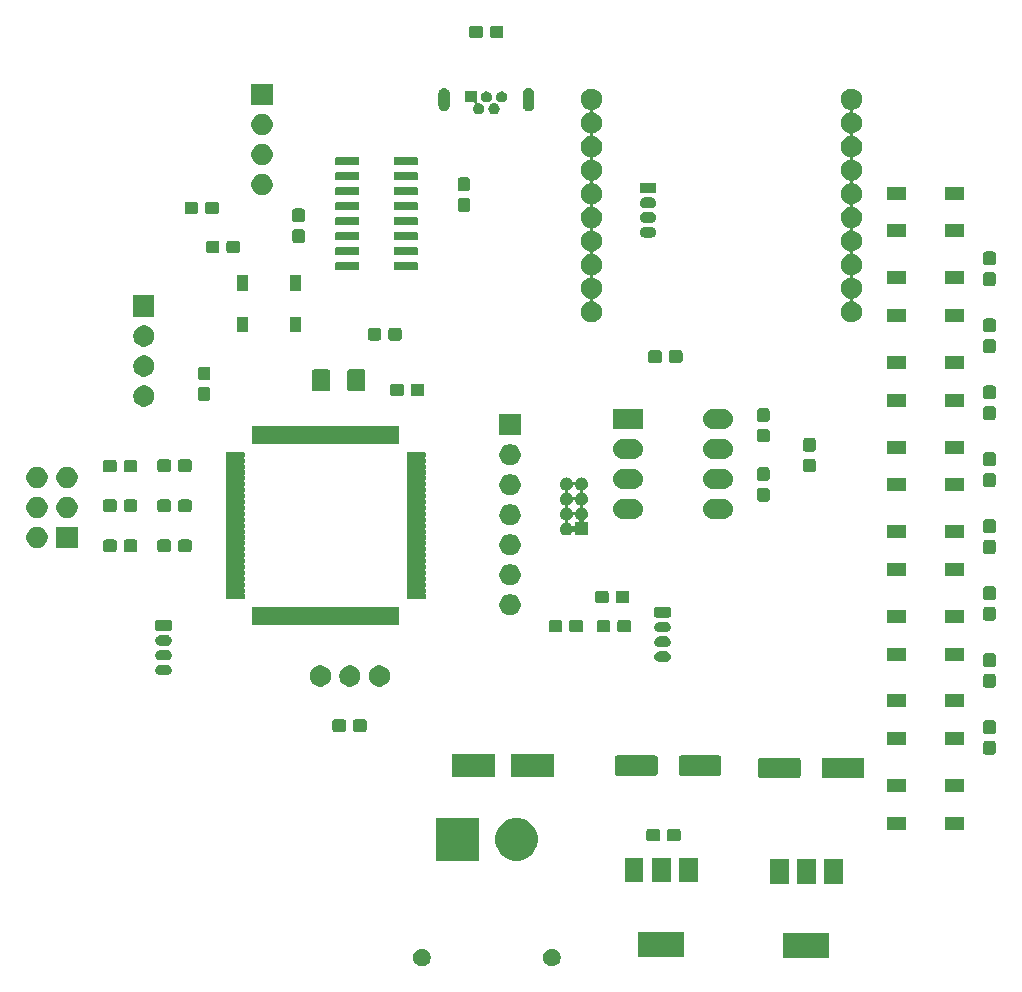
<source format=gbr>
%TF.GenerationSoftware,KiCad,Pcbnew,(5.1.5)-3*%
%TF.CreationDate,2020-03-08T16:26:51+08:00*%
%TF.ProjectId,Misaka,4d697361-6b61-42e6-9b69-6361645f7063,rev?*%
%TF.SameCoordinates,Original*%
%TF.FileFunction,Soldermask,Top*%
%TF.FilePolarity,Negative*%
%FSLAX46Y46*%
G04 Gerber Fmt 4.6, Leading zero omitted, Abs format (unit mm)*
G04 Created by KiCad (PCBNEW (5.1.5)-3) date 2020-03-08 16:26:51*
%MOMM*%
%LPD*%
G04 APERTURE LIST*
%ADD10C,0.350000*%
G04 APERTURE END LIST*
D10*
G36*
X73369059Y-112437860D02*
G01*
X73505732Y-112494472D01*
X73628735Y-112576660D01*
X73733340Y-112681265D01*
X73815528Y-112804268D01*
X73872140Y-112940941D01*
X73901000Y-113086033D01*
X73901000Y-113233967D01*
X73872140Y-113379059D01*
X73815528Y-113515732D01*
X73733340Y-113638735D01*
X73628735Y-113743340D01*
X73505732Y-113825528D01*
X73505731Y-113825529D01*
X73505730Y-113825529D01*
X73369059Y-113882140D01*
X73223968Y-113911000D01*
X73076032Y-113911000D01*
X72930941Y-113882140D01*
X72794270Y-113825529D01*
X72794269Y-113825529D01*
X72794268Y-113825528D01*
X72671265Y-113743340D01*
X72566660Y-113638735D01*
X72484472Y-113515732D01*
X72427860Y-113379059D01*
X72399000Y-113233967D01*
X72399000Y-113086033D01*
X72427860Y-112940941D01*
X72484472Y-112804268D01*
X72566660Y-112681265D01*
X72671265Y-112576660D01*
X72794268Y-112494472D01*
X72930941Y-112437860D01*
X73076032Y-112409000D01*
X73223968Y-112409000D01*
X73369059Y-112437860D01*
G37*
G36*
X62369059Y-112437860D02*
G01*
X62505732Y-112494472D01*
X62628735Y-112576660D01*
X62733340Y-112681265D01*
X62815528Y-112804268D01*
X62872140Y-112940941D01*
X62901000Y-113086033D01*
X62901000Y-113233967D01*
X62872140Y-113379059D01*
X62815528Y-113515732D01*
X62733340Y-113638735D01*
X62628735Y-113743340D01*
X62505732Y-113825528D01*
X62505731Y-113825529D01*
X62505730Y-113825529D01*
X62369059Y-113882140D01*
X62223968Y-113911000D01*
X62076032Y-113911000D01*
X61930941Y-113882140D01*
X61794270Y-113825529D01*
X61794269Y-113825529D01*
X61794268Y-113825528D01*
X61671265Y-113743340D01*
X61566660Y-113638735D01*
X61484472Y-113515732D01*
X61427860Y-113379059D01*
X61399000Y-113233967D01*
X61399000Y-113086033D01*
X61427860Y-112940941D01*
X61484472Y-112804268D01*
X61566660Y-112681265D01*
X61671265Y-112576660D01*
X61794268Y-112494472D01*
X61930941Y-112437860D01*
X62076032Y-112409000D01*
X62223968Y-112409000D01*
X62369059Y-112437860D01*
G37*
G36*
X96651000Y-113211000D02*
G01*
X92749000Y-113211000D01*
X92749000Y-111109000D01*
X96651000Y-111109000D01*
X96651000Y-113211000D01*
G37*
G36*
X84351000Y-113111000D02*
G01*
X80449000Y-113111000D01*
X80449000Y-111009000D01*
X84351000Y-111009000D01*
X84351000Y-113111000D01*
G37*
G36*
X93201000Y-106911000D02*
G01*
X91599000Y-106911000D01*
X91599000Y-104809000D01*
X93201000Y-104809000D01*
X93201000Y-106911000D01*
G37*
G36*
X97801000Y-106911000D02*
G01*
X96199000Y-106911000D01*
X96199000Y-104809000D01*
X97801000Y-104809000D01*
X97801000Y-106911000D01*
G37*
G36*
X95501000Y-106911000D02*
G01*
X93899000Y-106911000D01*
X93899000Y-104809000D01*
X95501000Y-104809000D01*
X95501000Y-106911000D01*
G37*
G36*
X85501000Y-106811000D02*
G01*
X83899000Y-106811000D01*
X83899000Y-104709000D01*
X85501000Y-104709000D01*
X85501000Y-106811000D01*
G37*
G36*
X80901000Y-106811000D02*
G01*
X79299000Y-106811000D01*
X79299000Y-104709000D01*
X80901000Y-104709000D01*
X80901000Y-106811000D01*
G37*
G36*
X83201000Y-106811000D02*
G01*
X81599000Y-106811000D01*
X81599000Y-104709000D01*
X83201000Y-104709000D01*
X83201000Y-106811000D01*
G37*
G36*
X70675331Y-101428211D02*
G01*
X71003092Y-101563974D01*
X71298070Y-101761072D01*
X71548928Y-102011930D01*
X71746026Y-102306908D01*
X71881789Y-102634669D01*
X71951000Y-102982616D01*
X71951000Y-103337384D01*
X71881789Y-103685331D01*
X71746026Y-104013092D01*
X71548928Y-104308070D01*
X71298070Y-104558928D01*
X71003092Y-104756026D01*
X70675331Y-104891789D01*
X70327384Y-104961000D01*
X69972616Y-104961000D01*
X69624669Y-104891789D01*
X69296908Y-104756026D01*
X69001930Y-104558928D01*
X68751072Y-104308070D01*
X68553974Y-104013092D01*
X68418211Y-103685331D01*
X68349000Y-103337384D01*
X68349000Y-102982616D01*
X68418211Y-102634669D01*
X68553974Y-102306908D01*
X68751072Y-102011930D01*
X69001930Y-101761072D01*
X69296908Y-101563974D01*
X69624669Y-101428211D01*
X69972616Y-101359000D01*
X70327384Y-101359000D01*
X70675331Y-101428211D01*
G37*
G36*
X66951000Y-104961000D02*
G01*
X63349000Y-104961000D01*
X63349000Y-101359000D01*
X66951000Y-101359000D01*
X66951000Y-104961000D01*
G37*
G36*
X82139499Y-102288445D02*
G01*
X82176995Y-102299820D01*
X82211554Y-102318292D01*
X82241847Y-102343153D01*
X82266708Y-102373446D01*
X82285180Y-102408005D01*
X82296555Y-102445501D01*
X82301000Y-102490638D01*
X82301000Y-103129362D01*
X82296555Y-103174499D01*
X82285180Y-103211995D01*
X82266708Y-103246554D01*
X82241847Y-103276847D01*
X82211554Y-103301708D01*
X82176995Y-103320180D01*
X82139499Y-103331555D01*
X82094362Y-103336000D01*
X81355638Y-103336000D01*
X81310501Y-103331555D01*
X81273005Y-103320180D01*
X81238446Y-103301708D01*
X81208153Y-103276847D01*
X81183292Y-103246554D01*
X81164820Y-103211995D01*
X81153445Y-103174499D01*
X81149000Y-103129362D01*
X81149000Y-102490638D01*
X81153445Y-102445501D01*
X81164820Y-102408005D01*
X81183292Y-102373446D01*
X81208153Y-102343153D01*
X81238446Y-102318292D01*
X81273005Y-102299820D01*
X81310501Y-102288445D01*
X81355638Y-102284000D01*
X82094362Y-102284000D01*
X82139499Y-102288445D01*
G37*
G36*
X83889499Y-102288445D02*
G01*
X83926995Y-102299820D01*
X83961554Y-102318292D01*
X83991847Y-102343153D01*
X84016708Y-102373446D01*
X84035180Y-102408005D01*
X84046555Y-102445501D01*
X84051000Y-102490638D01*
X84051000Y-103129362D01*
X84046555Y-103174499D01*
X84035180Y-103211995D01*
X84016708Y-103246554D01*
X83991847Y-103276847D01*
X83961554Y-103301708D01*
X83926995Y-103320180D01*
X83889499Y-103331555D01*
X83844362Y-103336000D01*
X83105638Y-103336000D01*
X83060501Y-103331555D01*
X83023005Y-103320180D01*
X82988446Y-103301708D01*
X82958153Y-103276847D01*
X82933292Y-103246554D01*
X82914820Y-103211995D01*
X82903445Y-103174499D01*
X82899000Y-103129362D01*
X82899000Y-102490638D01*
X82903445Y-102445501D01*
X82914820Y-102408005D01*
X82933292Y-102373446D01*
X82958153Y-102343153D01*
X82988446Y-102318292D01*
X83023005Y-102299820D01*
X83060501Y-102288445D01*
X83105638Y-102284000D01*
X83844362Y-102284000D01*
X83889499Y-102288445D01*
G37*
G36*
X103141000Y-102361000D02*
G01*
X101539000Y-102361000D01*
X101539000Y-101259000D01*
X103141000Y-101259000D01*
X103141000Y-102361000D01*
G37*
G36*
X108041000Y-102361000D02*
G01*
X106439000Y-102361000D01*
X106439000Y-101259000D01*
X108041000Y-101259000D01*
X108041000Y-102361000D01*
G37*
G36*
X103141000Y-99161000D02*
G01*
X101539000Y-99161000D01*
X101539000Y-98059000D01*
X103141000Y-98059000D01*
X103141000Y-99161000D01*
G37*
G36*
X108041000Y-99161000D02*
G01*
X106439000Y-99161000D01*
X106439000Y-98059000D01*
X108041000Y-98059000D01*
X108041000Y-99161000D01*
G37*
G36*
X99455997Y-96263051D02*
G01*
X99489652Y-96273261D01*
X99520665Y-96289838D01*
X99547851Y-96312149D01*
X99570162Y-96339335D01*
X99586739Y-96370348D01*
X99596949Y-96404003D01*
X99601000Y-96445138D01*
X99601000Y-97774862D01*
X99596949Y-97815997D01*
X99586739Y-97849652D01*
X99570162Y-97880665D01*
X99547851Y-97907851D01*
X99520665Y-97930162D01*
X99489652Y-97946739D01*
X99455997Y-97956949D01*
X99414862Y-97961000D01*
X96185138Y-97961000D01*
X96144003Y-97956949D01*
X96110348Y-97946739D01*
X96079335Y-97930162D01*
X96052149Y-97907851D01*
X96029838Y-97880665D01*
X96013261Y-97849652D01*
X96003051Y-97815997D01*
X95999000Y-97774862D01*
X95999000Y-96445138D01*
X96003051Y-96404003D01*
X96013261Y-96370348D01*
X96029838Y-96339335D01*
X96052149Y-96312149D01*
X96079335Y-96289838D01*
X96110348Y-96273261D01*
X96144003Y-96263051D01*
X96185138Y-96259000D01*
X99414862Y-96259000D01*
X99455997Y-96263051D01*
G37*
G36*
X94055997Y-96263051D02*
G01*
X94089652Y-96273261D01*
X94120665Y-96289838D01*
X94147851Y-96312149D01*
X94170162Y-96339335D01*
X94186739Y-96370348D01*
X94196949Y-96404003D01*
X94201000Y-96445138D01*
X94201000Y-97774862D01*
X94196949Y-97815997D01*
X94186739Y-97849652D01*
X94170162Y-97880665D01*
X94147851Y-97907851D01*
X94120665Y-97930162D01*
X94089652Y-97946739D01*
X94055997Y-97956949D01*
X94014862Y-97961000D01*
X90785138Y-97961000D01*
X90744003Y-97956949D01*
X90710348Y-97946739D01*
X90679335Y-97930162D01*
X90652149Y-97907851D01*
X90629838Y-97880665D01*
X90613261Y-97849652D01*
X90603051Y-97815997D01*
X90599000Y-97774862D01*
X90599000Y-96445138D01*
X90603051Y-96404003D01*
X90613261Y-96370348D01*
X90629838Y-96339335D01*
X90652149Y-96312149D01*
X90679335Y-96289838D01*
X90710348Y-96273261D01*
X90744003Y-96263051D01*
X90785138Y-96259000D01*
X94014862Y-96259000D01*
X94055997Y-96263051D01*
G37*
G36*
X68301000Y-97861000D02*
G01*
X64699000Y-97861000D01*
X64699000Y-95959000D01*
X68301000Y-95959000D01*
X68301000Y-97861000D01*
G37*
G36*
X73301000Y-97861000D02*
G01*
X69699000Y-97861000D01*
X69699000Y-95959000D01*
X73301000Y-95959000D01*
X73301000Y-97861000D01*
G37*
G36*
X87355997Y-96063051D02*
G01*
X87389652Y-96073261D01*
X87420665Y-96089838D01*
X87447851Y-96112149D01*
X87470162Y-96139335D01*
X87486739Y-96170348D01*
X87496949Y-96204003D01*
X87501000Y-96245138D01*
X87501000Y-97574862D01*
X87496949Y-97615997D01*
X87486739Y-97649652D01*
X87470162Y-97680665D01*
X87447851Y-97707851D01*
X87420665Y-97730162D01*
X87389652Y-97746739D01*
X87355997Y-97756949D01*
X87314862Y-97761000D01*
X84085138Y-97761000D01*
X84044003Y-97756949D01*
X84010348Y-97746739D01*
X83979335Y-97730162D01*
X83952149Y-97707851D01*
X83929838Y-97680665D01*
X83913261Y-97649652D01*
X83903051Y-97615997D01*
X83899000Y-97574862D01*
X83899000Y-96245138D01*
X83903051Y-96204003D01*
X83913261Y-96170348D01*
X83929838Y-96139335D01*
X83952149Y-96112149D01*
X83979335Y-96089838D01*
X84010348Y-96073261D01*
X84044003Y-96063051D01*
X84085138Y-96059000D01*
X87314862Y-96059000D01*
X87355997Y-96063051D01*
G37*
G36*
X81955997Y-96063051D02*
G01*
X81989652Y-96073261D01*
X82020665Y-96089838D01*
X82047851Y-96112149D01*
X82070162Y-96139335D01*
X82086739Y-96170348D01*
X82096949Y-96204003D01*
X82101000Y-96245138D01*
X82101000Y-97574862D01*
X82096949Y-97615997D01*
X82086739Y-97649652D01*
X82070162Y-97680665D01*
X82047851Y-97707851D01*
X82020665Y-97730162D01*
X81989652Y-97746739D01*
X81955997Y-97756949D01*
X81914862Y-97761000D01*
X78685138Y-97761000D01*
X78644003Y-97756949D01*
X78610348Y-97746739D01*
X78579335Y-97730162D01*
X78552149Y-97707851D01*
X78529838Y-97680665D01*
X78513261Y-97649652D01*
X78503051Y-97615997D01*
X78499000Y-97574862D01*
X78499000Y-96245138D01*
X78503051Y-96204003D01*
X78513261Y-96170348D01*
X78529838Y-96139335D01*
X78552149Y-96112149D01*
X78579335Y-96089838D01*
X78610348Y-96073261D01*
X78644003Y-96063051D01*
X78685138Y-96059000D01*
X81914862Y-96059000D01*
X81955997Y-96063051D01*
G37*
G36*
X110554499Y-94843445D02*
G01*
X110591995Y-94854820D01*
X110626554Y-94873292D01*
X110656847Y-94898153D01*
X110681708Y-94928446D01*
X110700180Y-94963005D01*
X110711555Y-95000501D01*
X110716000Y-95045638D01*
X110716000Y-95784362D01*
X110711555Y-95829499D01*
X110700180Y-95866995D01*
X110681708Y-95901554D01*
X110656847Y-95931847D01*
X110626554Y-95956708D01*
X110591995Y-95975180D01*
X110554499Y-95986555D01*
X110509362Y-95991000D01*
X109870638Y-95991000D01*
X109825501Y-95986555D01*
X109788005Y-95975180D01*
X109753446Y-95956708D01*
X109723153Y-95931847D01*
X109698292Y-95901554D01*
X109679820Y-95866995D01*
X109668445Y-95829499D01*
X109664000Y-95784362D01*
X109664000Y-95045638D01*
X109668445Y-95000501D01*
X109679820Y-94963005D01*
X109698292Y-94928446D01*
X109723153Y-94898153D01*
X109753446Y-94873292D01*
X109788005Y-94854820D01*
X109825501Y-94843445D01*
X109870638Y-94839000D01*
X110509362Y-94839000D01*
X110554499Y-94843445D01*
G37*
G36*
X103141000Y-95195284D02*
G01*
X101539000Y-95195284D01*
X101539000Y-94093284D01*
X103141000Y-94093284D01*
X103141000Y-95195284D01*
G37*
G36*
X108041000Y-95195284D02*
G01*
X106439000Y-95195284D01*
X106439000Y-94093284D01*
X108041000Y-94093284D01*
X108041000Y-95195284D01*
G37*
G36*
X110554499Y-93093445D02*
G01*
X110591995Y-93104820D01*
X110626554Y-93123292D01*
X110656847Y-93148153D01*
X110681708Y-93178446D01*
X110700180Y-93213005D01*
X110711555Y-93250501D01*
X110716000Y-93295638D01*
X110716000Y-94034362D01*
X110711555Y-94079499D01*
X110700180Y-94116995D01*
X110681708Y-94151554D01*
X110656847Y-94181847D01*
X110626554Y-94206708D01*
X110591995Y-94225180D01*
X110554499Y-94236555D01*
X110509362Y-94241000D01*
X109870638Y-94241000D01*
X109825501Y-94236555D01*
X109788005Y-94225180D01*
X109753446Y-94206708D01*
X109723153Y-94181847D01*
X109698292Y-94151554D01*
X109679820Y-94116995D01*
X109668445Y-94079499D01*
X109664000Y-94034362D01*
X109664000Y-93295638D01*
X109668445Y-93250501D01*
X109679820Y-93213005D01*
X109698292Y-93178446D01*
X109723153Y-93148153D01*
X109753446Y-93123292D01*
X109788005Y-93104820D01*
X109825501Y-93093445D01*
X109870638Y-93089000D01*
X110509362Y-93089000D01*
X110554499Y-93093445D01*
G37*
G36*
X57304499Y-93008445D02*
G01*
X57341995Y-93019820D01*
X57376554Y-93038292D01*
X57406847Y-93063153D01*
X57431708Y-93093446D01*
X57450180Y-93128005D01*
X57461555Y-93165501D01*
X57466000Y-93210638D01*
X57466000Y-93849362D01*
X57461555Y-93894499D01*
X57450180Y-93931995D01*
X57431708Y-93966554D01*
X57406847Y-93996847D01*
X57376554Y-94021708D01*
X57341995Y-94040180D01*
X57304499Y-94051555D01*
X57259362Y-94056000D01*
X56520638Y-94056000D01*
X56475501Y-94051555D01*
X56438005Y-94040180D01*
X56403446Y-94021708D01*
X56373153Y-93996847D01*
X56348292Y-93966554D01*
X56329820Y-93931995D01*
X56318445Y-93894499D01*
X56314000Y-93849362D01*
X56314000Y-93210638D01*
X56318445Y-93165501D01*
X56329820Y-93128005D01*
X56348292Y-93093446D01*
X56373153Y-93063153D01*
X56403446Y-93038292D01*
X56438005Y-93019820D01*
X56475501Y-93008445D01*
X56520638Y-93004000D01*
X57259362Y-93004000D01*
X57304499Y-93008445D01*
G37*
G36*
X55554499Y-93008445D02*
G01*
X55591995Y-93019820D01*
X55626554Y-93038292D01*
X55656847Y-93063153D01*
X55681708Y-93093446D01*
X55700180Y-93128005D01*
X55711555Y-93165501D01*
X55716000Y-93210638D01*
X55716000Y-93849362D01*
X55711555Y-93894499D01*
X55700180Y-93931995D01*
X55681708Y-93966554D01*
X55656847Y-93996847D01*
X55626554Y-94021708D01*
X55591995Y-94040180D01*
X55554499Y-94051555D01*
X55509362Y-94056000D01*
X54770638Y-94056000D01*
X54725501Y-94051555D01*
X54688005Y-94040180D01*
X54653446Y-94021708D01*
X54623153Y-93996847D01*
X54598292Y-93966554D01*
X54579820Y-93931995D01*
X54568445Y-93894499D01*
X54564000Y-93849362D01*
X54564000Y-93210638D01*
X54568445Y-93165501D01*
X54579820Y-93128005D01*
X54598292Y-93093446D01*
X54623153Y-93063153D01*
X54653446Y-93038292D01*
X54688005Y-93019820D01*
X54725501Y-93008445D01*
X54770638Y-93004000D01*
X55509362Y-93004000D01*
X55554499Y-93008445D01*
G37*
G36*
X103141000Y-91995284D02*
G01*
X101539000Y-91995284D01*
X101539000Y-90893284D01*
X103141000Y-90893284D01*
X103141000Y-91995284D01*
G37*
G36*
X108041000Y-91995284D02*
G01*
X106439000Y-91995284D01*
X106439000Y-90893284D01*
X108041000Y-90893284D01*
X108041000Y-91995284D01*
G37*
G36*
X110554499Y-89172013D02*
G01*
X110591995Y-89183388D01*
X110626554Y-89201860D01*
X110656847Y-89226721D01*
X110681708Y-89257014D01*
X110700180Y-89291573D01*
X110711555Y-89329069D01*
X110716000Y-89374206D01*
X110716000Y-90112930D01*
X110711555Y-90158067D01*
X110700180Y-90195563D01*
X110681708Y-90230122D01*
X110656847Y-90260415D01*
X110626554Y-90285276D01*
X110591995Y-90303748D01*
X110554499Y-90315123D01*
X110509362Y-90319568D01*
X109870638Y-90319568D01*
X109825501Y-90315123D01*
X109788005Y-90303748D01*
X109753446Y-90285276D01*
X109723153Y-90260415D01*
X109698292Y-90230122D01*
X109679820Y-90195563D01*
X109668445Y-90158067D01*
X109664000Y-90112930D01*
X109664000Y-89374206D01*
X109668445Y-89329069D01*
X109679820Y-89291573D01*
X109698292Y-89257014D01*
X109723153Y-89226721D01*
X109753446Y-89201860D01*
X109788005Y-89183388D01*
X109825501Y-89172013D01*
X109870638Y-89167568D01*
X110509362Y-89167568D01*
X110554499Y-89172013D01*
G37*
G36*
X53649821Y-88433193D02*
G01*
X53802812Y-88463624D01*
X53966784Y-88531544D01*
X54114354Y-88630147D01*
X54239853Y-88755646D01*
X54338456Y-88903216D01*
X54406376Y-89067188D01*
X54441000Y-89241259D01*
X54441000Y-89418741D01*
X54406376Y-89592812D01*
X54338456Y-89756784D01*
X54239853Y-89904354D01*
X54114354Y-90029853D01*
X53966784Y-90128456D01*
X53802812Y-90196376D01*
X53653512Y-90226073D01*
X53628742Y-90231000D01*
X53451258Y-90231000D01*
X53426488Y-90226073D01*
X53277188Y-90196376D01*
X53113216Y-90128456D01*
X52965646Y-90029853D01*
X52840147Y-89904354D01*
X52741544Y-89756784D01*
X52673624Y-89592812D01*
X52639000Y-89418741D01*
X52639000Y-89241259D01*
X52673624Y-89067188D01*
X52741544Y-88903216D01*
X52840147Y-88755646D01*
X52965646Y-88630147D01*
X53113216Y-88531544D01*
X53277188Y-88463624D01*
X53430179Y-88433193D01*
X53451258Y-88429000D01*
X53628742Y-88429000D01*
X53649821Y-88433193D01*
G37*
G36*
X56149821Y-88433193D02*
G01*
X56302812Y-88463624D01*
X56466784Y-88531544D01*
X56614354Y-88630147D01*
X56739853Y-88755646D01*
X56838456Y-88903216D01*
X56906376Y-89067188D01*
X56941000Y-89241259D01*
X56941000Y-89418741D01*
X56906376Y-89592812D01*
X56838456Y-89756784D01*
X56739853Y-89904354D01*
X56614354Y-90029853D01*
X56466784Y-90128456D01*
X56302812Y-90196376D01*
X56153512Y-90226073D01*
X56128742Y-90231000D01*
X55951258Y-90231000D01*
X55926488Y-90226073D01*
X55777188Y-90196376D01*
X55613216Y-90128456D01*
X55465646Y-90029853D01*
X55340147Y-89904354D01*
X55241544Y-89756784D01*
X55173624Y-89592812D01*
X55139000Y-89418741D01*
X55139000Y-89241259D01*
X55173624Y-89067188D01*
X55241544Y-88903216D01*
X55340147Y-88755646D01*
X55465646Y-88630147D01*
X55613216Y-88531544D01*
X55777188Y-88463624D01*
X55930179Y-88433193D01*
X55951258Y-88429000D01*
X56128742Y-88429000D01*
X56149821Y-88433193D01*
G37*
G36*
X58649821Y-88433193D02*
G01*
X58802812Y-88463624D01*
X58966784Y-88531544D01*
X59114354Y-88630147D01*
X59239853Y-88755646D01*
X59338456Y-88903216D01*
X59406376Y-89067188D01*
X59441000Y-89241259D01*
X59441000Y-89418741D01*
X59406376Y-89592812D01*
X59338456Y-89756784D01*
X59239853Y-89904354D01*
X59114354Y-90029853D01*
X58966784Y-90128456D01*
X58802812Y-90196376D01*
X58653512Y-90226073D01*
X58628742Y-90231000D01*
X58451258Y-90231000D01*
X58426488Y-90226073D01*
X58277188Y-90196376D01*
X58113216Y-90128456D01*
X57965646Y-90029853D01*
X57840147Y-89904354D01*
X57741544Y-89756784D01*
X57673624Y-89592812D01*
X57639000Y-89418741D01*
X57639000Y-89241259D01*
X57673624Y-89067188D01*
X57741544Y-88903216D01*
X57840147Y-88755646D01*
X57965646Y-88630147D01*
X58113216Y-88531544D01*
X58277188Y-88463624D01*
X58430179Y-88433193D01*
X58451258Y-88429000D01*
X58628742Y-88429000D01*
X58649821Y-88433193D01*
G37*
G36*
X40608410Y-88365525D02*
G01*
X40693426Y-88391314D01*
X40771775Y-88433193D01*
X40840449Y-88489551D01*
X40896807Y-88558225D01*
X40938686Y-88636574D01*
X40964475Y-88721590D01*
X40973182Y-88810000D01*
X40964475Y-88898410D01*
X40938686Y-88983426D01*
X40896807Y-89061775D01*
X40840449Y-89130449D01*
X40771775Y-89186807D01*
X40693426Y-89228686D01*
X40608410Y-89254475D01*
X40542158Y-89261000D01*
X39997842Y-89261000D01*
X39931590Y-89254475D01*
X39846574Y-89228686D01*
X39768225Y-89186807D01*
X39699551Y-89130449D01*
X39643193Y-89061775D01*
X39601314Y-88983426D01*
X39575525Y-88898410D01*
X39566818Y-88810000D01*
X39575525Y-88721590D01*
X39601314Y-88636574D01*
X39643193Y-88558225D01*
X39699551Y-88489551D01*
X39768225Y-88433193D01*
X39846574Y-88391314D01*
X39931590Y-88365525D01*
X39997842Y-88359000D01*
X40542158Y-88359000D01*
X40608410Y-88365525D01*
G37*
G36*
X110554499Y-87422013D02*
G01*
X110591995Y-87433388D01*
X110626554Y-87451860D01*
X110656847Y-87476721D01*
X110681708Y-87507014D01*
X110700180Y-87541573D01*
X110711555Y-87579069D01*
X110716000Y-87624206D01*
X110716000Y-88362930D01*
X110711555Y-88408067D01*
X110700180Y-88445563D01*
X110681708Y-88480122D01*
X110656847Y-88510415D01*
X110626554Y-88535276D01*
X110591995Y-88553748D01*
X110554499Y-88565123D01*
X110509362Y-88569568D01*
X109870638Y-88569568D01*
X109825501Y-88565123D01*
X109788005Y-88553748D01*
X109753446Y-88535276D01*
X109723153Y-88510415D01*
X109698292Y-88480122D01*
X109679820Y-88445563D01*
X109668445Y-88408067D01*
X109664000Y-88362930D01*
X109664000Y-87624206D01*
X109668445Y-87579069D01*
X109679820Y-87541573D01*
X109698292Y-87507014D01*
X109723153Y-87476721D01*
X109753446Y-87451860D01*
X109788005Y-87433388D01*
X109825501Y-87422013D01*
X109870638Y-87417568D01*
X110509362Y-87417568D01*
X110554499Y-87422013D01*
G37*
G36*
X82858410Y-87235525D02*
G01*
X82943426Y-87261314D01*
X83021775Y-87303193D01*
X83090449Y-87359551D01*
X83146807Y-87428225D01*
X83188686Y-87506574D01*
X83214475Y-87591590D01*
X83223182Y-87680000D01*
X83214475Y-87768410D01*
X83188686Y-87853426D01*
X83146807Y-87931775D01*
X83090449Y-88000449D01*
X83021775Y-88056807D01*
X82943426Y-88098686D01*
X82858410Y-88124475D01*
X82792158Y-88131000D01*
X82247842Y-88131000D01*
X82181590Y-88124475D01*
X82096574Y-88098686D01*
X82018225Y-88056807D01*
X81949551Y-88000449D01*
X81893193Y-87931775D01*
X81851314Y-87853426D01*
X81825525Y-87768410D01*
X81816818Y-87680000D01*
X81825525Y-87591590D01*
X81851314Y-87506574D01*
X81893193Y-87428225D01*
X81949551Y-87359551D01*
X82018225Y-87303193D01*
X82096574Y-87261314D01*
X82181590Y-87235525D01*
X82247842Y-87229000D01*
X82792158Y-87229000D01*
X82858410Y-87235525D01*
G37*
G36*
X108041000Y-88029570D02*
G01*
X106439000Y-88029570D01*
X106439000Y-86927570D01*
X108041000Y-86927570D01*
X108041000Y-88029570D01*
G37*
G36*
X103141000Y-88029570D02*
G01*
X101539000Y-88029570D01*
X101539000Y-86927570D01*
X103141000Y-86927570D01*
X103141000Y-88029570D01*
G37*
G36*
X40608410Y-87115525D02*
G01*
X40693426Y-87141314D01*
X40771775Y-87183193D01*
X40840449Y-87239551D01*
X40896807Y-87308225D01*
X40938686Y-87386574D01*
X40964475Y-87471590D01*
X40973182Y-87560000D01*
X40964475Y-87648410D01*
X40938686Y-87733426D01*
X40896807Y-87811775D01*
X40840449Y-87880449D01*
X40771775Y-87936807D01*
X40693426Y-87978686D01*
X40608410Y-88004475D01*
X40542158Y-88011000D01*
X39997842Y-88011000D01*
X39931590Y-88004475D01*
X39846574Y-87978686D01*
X39768225Y-87936807D01*
X39699551Y-87880449D01*
X39643193Y-87811775D01*
X39601314Y-87733426D01*
X39575525Y-87648410D01*
X39566818Y-87560000D01*
X39575525Y-87471590D01*
X39601314Y-87386574D01*
X39643193Y-87308225D01*
X39699551Y-87239551D01*
X39768225Y-87183193D01*
X39846574Y-87141314D01*
X39931590Y-87115525D01*
X39997842Y-87109000D01*
X40542158Y-87109000D01*
X40608410Y-87115525D01*
G37*
G36*
X82858410Y-85985525D02*
G01*
X82943426Y-86011314D01*
X83021775Y-86053193D01*
X83090449Y-86109551D01*
X83146807Y-86178225D01*
X83188686Y-86256574D01*
X83214475Y-86341590D01*
X83223182Y-86430000D01*
X83214475Y-86518410D01*
X83188686Y-86603426D01*
X83146807Y-86681775D01*
X83090449Y-86750449D01*
X83021775Y-86806807D01*
X82943426Y-86848686D01*
X82858410Y-86874475D01*
X82792158Y-86881000D01*
X82247842Y-86881000D01*
X82181590Y-86874475D01*
X82096574Y-86848686D01*
X82018225Y-86806807D01*
X81949551Y-86750449D01*
X81893193Y-86681775D01*
X81851314Y-86603426D01*
X81825525Y-86518410D01*
X81816818Y-86430000D01*
X81825525Y-86341590D01*
X81851314Y-86256574D01*
X81893193Y-86178225D01*
X81949551Y-86109551D01*
X82018225Y-86053193D01*
X82096574Y-86011314D01*
X82181590Y-85985525D01*
X82247842Y-85979000D01*
X82792158Y-85979000D01*
X82858410Y-85985525D01*
G37*
G36*
X40608410Y-85865525D02*
G01*
X40693426Y-85891314D01*
X40771775Y-85933193D01*
X40840449Y-85989551D01*
X40896807Y-86058225D01*
X40938686Y-86136574D01*
X40964475Y-86221590D01*
X40973182Y-86310000D01*
X40964475Y-86398410D01*
X40938686Y-86483426D01*
X40896807Y-86561775D01*
X40840449Y-86630449D01*
X40771775Y-86686807D01*
X40693426Y-86728686D01*
X40608410Y-86754475D01*
X40542158Y-86761000D01*
X39997842Y-86761000D01*
X39931590Y-86754475D01*
X39846574Y-86728686D01*
X39768225Y-86686807D01*
X39699551Y-86630449D01*
X39643193Y-86561775D01*
X39601314Y-86483426D01*
X39575525Y-86398410D01*
X39566818Y-86310000D01*
X39575525Y-86221590D01*
X39601314Y-86136574D01*
X39643193Y-86058225D01*
X39699551Y-85989551D01*
X39768225Y-85933193D01*
X39846574Y-85891314D01*
X39931590Y-85865525D01*
X39997842Y-85859000D01*
X40542158Y-85859000D01*
X40608410Y-85865525D01*
G37*
G36*
X82858410Y-84735525D02*
G01*
X82943426Y-84761314D01*
X83021775Y-84803193D01*
X83090449Y-84859551D01*
X83146807Y-84928225D01*
X83188686Y-85006574D01*
X83214475Y-85091590D01*
X83223182Y-85180000D01*
X83214475Y-85268410D01*
X83188686Y-85353426D01*
X83146807Y-85431775D01*
X83090449Y-85500449D01*
X83021775Y-85556807D01*
X82943426Y-85598686D01*
X82858410Y-85624475D01*
X82792158Y-85631000D01*
X82247842Y-85631000D01*
X82181590Y-85624475D01*
X82096574Y-85598686D01*
X82018225Y-85556807D01*
X81949551Y-85500449D01*
X81893193Y-85431775D01*
X81851314Y-85353426D01*
X81825525Y-85268410D01*
X81816818Y-85180000D01*
X81825525Y-85091590D01*
X81851314Y-85006574D01*
X81893193Y-84928225D01*
X81949551Y-84859551D01*
X82018225Y-84803193D01*
X82096574Y-84761314D01*
X82181590Y-84735525D01*
X82247842Y-84729000D01*
X82792158Y-84729000D01*
X82858410Y-84735525D01*
G37*
G36*
X77939499Y-84578445D02*
G01*
X77976995Y-84589820D01*
X78011554Y-84608292D01*
X78041847Y-84633153D01*
X78066708Y-84663446D01*
X78085180Y-84698005D01*
X78096555Y-84735501D01*
X78101000Y-84780638D01*
X78101000Y-85419362D01*
X78096555Y-85464499D01*
X78085180Y-85501995D01*
X78066708Y-85536554D01*
X78041847Y-85566847D01*
X78011554Y-85591708D01*
X77976995Y-85610180D01*
X77939499Y-85621555D01*
X77894362Y-85626000D01*
X77155638Y-85626000D01*
X77110501Y-85621555D01*
X77073005Y-85610180D01*
X77038446Y-85591708D01*
X77008153Y-85566847D01*
X76983292Y-85536554D01*
X76964820Y-85501995D01*
X76953445Y-85464499D01*
X76949000Y-85419362D01*
X76949000Y-84780638D01*
X76953445Y-84735501D01*
X76964820Y-84698005D01*
X76983292Y-84663446D01*
X77008153Y-84633153D01*
X77038446Y-84608292D01*
X77073005Y-84589820D01*
X77110501Y-84578445D01*
X77155638Y-84574000D01*
X77894362Y-84574000D01*
X77939499Y-84578445D01*
G37*
G36*
X79689499Y-84578445D02*
G01*
X79726995Y-84589820D01*
X79761554Y-84608292D01*
X79791847Y-84633153D01*
X79816708Y-84663446D01*
X79835180Y-84698005D01*
X79846555Y-84735501D01*
X79851000Y-84780638D01*
X79851000Y-85419362D01*
X79846555Y-85464499D01*
X79835180Y-85501995D01*
X79816708Y-85536554D01*
X79791847Y-85566847D01*
X79761554Y-85591708D01*
X79726995Y-85610180D01*
X79689499Y-85621555D01*
X79644362Y-85626000D01*
X78905638Y-85626000D01*
X78860501Y-85621555D01*
X78823005Y-85610180D01*
X78788446Y-85591708D01*
X78758153Y-85566847D01*
X78733292Y-85536554D01*
X78714820Y-85501995D01*
X78703445Y-85464499D01*
X78699000Y-85419362D01*
X78699000Y-84780638D01*
X78703445Y-84735501D01*
X78714820Y-84698005D01*
X78733292Y-84663446D01*
X78758153Y-84633153D01*
X78788446Y-84608292D01*
X78823005Y-84589820D01*
X78860501Y-84578445D01*
X78905638Y-84574000D01*
X79644362Y-84574000D01*
X79689499Y-84578445D01*
G37*
G36*
X73864499Y-84578445D02*
G01*
X73901995Y-84589820D01*
X73936554Y-84608292D01*
X73966847Y-84633153D01*
X73991708Y-84663446D01*
X74010180Y-84698005D01*
X74021555Y-84735501D01*
X74026000Y-84780638D01*
X74026000Y-85419362D01*
X74021555Y-85464499D01*
X74010180Y-85501995D01*
X73991708Y-85536554D01*
X73966847Y-85566847D01*
X73936554Y-85591708D01*
X73901995Y-85610180D01*
X73864499Y-85621555D01*
X73819362Y-85626000D01*
X73080638Y-85626000D01*
X73035501Y-85621555D01*
X72998005Y-85610180D01*
X72963446Y-85591708D01*
X72933153Y-85566847D01*
X72908292Y-85536554D01*
X72889820Y-85501995D01*
X72878445Y-85464499D01*
X72874000Y-85419362D01*
X72874000Y-84780638D01*
X72878445Y-84735501D01*
X72889820Y-84698005D01*
X72908292Y-84663446D01*
X72933153Y-84633153D01*
X72963446Y-84608292D01*
X72998005Y-84589820D01*
X73035501Y-84578445D01*
X73080638Y-84574000D01*
X73819362Y-84574000D01*
X73864499Y-84578445D01*
G37*
G36*
X75614499Y-84578445D02*
G01*
X75651995Y-84589820D01*
X75686554Y-84608292D01*
X75716847Y-84633153D01*
X75741708Y-84663446D01*
X75760180Y-84698005D01*
X75771555Y-84735501D01*
X75776000Y-84780638D01*
X75776000Y-85419362D01*
X75771555Y-85464499D01*
X75760180Y-85501995D01*
X75741708Y-85536554D01*
X75716847Y-85566847D01*
X75686554Y-85591708D01*
X75651995Y-85610180D01*
X75614499Y-85621555D01*
X75569362Y-85626000D01*
X74830638Y-85626000D01*
X74785501Y-85621555D01*
X74748005Y-85610180D01*
X74713446Y-85591708D01*
X74683153Y-85566847D01*
X74658292Y-85536554D01*
X74639820Y-85501995D01*
X74628445Y-85464499D01*
X74624000Y-85419362D01*
X74624000Y-84780638D01*
X74628445Y-84735501D01*
X74639820Y-84698005D01*
X74658292Y-84663446D01*
X74683153Y-84633153D01*
X74713446Y-84608292D01*
X74748005Y-84589820D01*
X74785501Y-84578445D01*
X74830638Y-84574000D01*
X75569362Y-84574000D01*
X75614499Y-84578445D01*
G37*
G36*
X40839683Y-84612725D02*
G01*
X40870143Y-84621966D01*
X40898223Y-84636974D01*
X40922831Y-84657169D01*
X40943026Y-84681777D01*
X40958034Y-84709857D01*
X40967275Y-84740317D01*
X40971000Y-84778140D01*
X40971000Y-85341860D01*
X40967275Y-85379683D01*
X40958034Y-85410143D01*
X40943026Y-85438223D01*
X40922831Y-85462831D01*
X40898223Y-85483026D01*
X40870143Y-85498034D01*
X40839683Y-85507275D01*
X40801860Y-85511000D01*
X39738140Y-85511000D01*
X39700317Y-85507275D01*
X39669857Y-85498034D01*
X39641777Y-85483026D01*
X39617169Y-85462831D01*
X39596974Y-85438223D01*
X39581966Y-85410143D01*
X39572725Y-85379683D01*
X39569000Y-85341860D01*
X39569000Y-84778140D01*
X39572725Y-84740317D01*
X39581966Y-84709857D01*
X39596974Y-84681777D01*
X39617169Y-84657169D01*
X39641777Y-84636974D01*
X39669857Y-84621966D01*
X39700317Y-84612725D01*
X39738140Y-84609000D01*
X40801860Y-84609000D01*
X40839683Y-84612725D01*
G37*
G36*
X48170295Y-83475323D02*
G01*
X48177309Y-83477451D01*
X48191077Y-83484810D01*
X48213716Y-83494187D01*
X48237749Y-83498967D01*
X48262253Y-83498967D01*
X48286286Y-83494186D01*
X48308923Y-83484810D01*
X48322691Y-83477451D01*
X48329705Y-83475323D01*
X48343140Y-83474000D01*
X48656860Y-83474000D01*
X48670295Y-83475323D01*
X48677309Y-83477451D01*
X48691077Y-83484810D01*
X48713716Y-83494187D01*
X48737749Y-83498967D01*
X48762253Y-83498967D01*
X48786286Y-83494186D01*
X48808923Y-83484810D01*
X48822691Y-83477451D01*
X48829705Y-83475323D01*
X48843140Y-83474000D01*
X49156860Y-83474000D01*
X49170295Y-83475323D01*
X49177309Y-83477451D01*
X49191077Y-83484810D01*
X49213716Y-83494187D01*
X49237749Y-83498967D01*
X49262253Y-83498967D01*
X49286286Y-83494186D01*
X49308923Y-83484810D01*
X49322691Y-83477451D01*
X49329705Y-83475323D01*
X49343140Y-83474000D01*
X49656860Y-83474000D01*
X49670295Y-83475323D01*
X49677309Y-83477451D01*
X49691077Y-83484810D01*
X49713716Y-83494187D01*
X49737749Y-83498967D01*
X49762253Y-83498967D01*
X49786286Y-83494186D01*
X49808923Y-83484810D01*
X49822691Y-83477451D01*
X49829705Y-83475323D01*
X49843140Y-83474000D01*
X50156860Y-83474000D01*
X50170295Y-83475323D01*
X50177309Y-83477451D01*
X50191077Y-83484810D01*
X50213716Y-83494187D01*
X50237749Y-83498967D01*
X50262253Y-83498967D01*
X50286286Y-83494186D01*
X50308923Y-83484810D01*
X50322691Y-83477451D01*
X50329705Y-83475323D01*
X50343140Y-83474000D01*
X50656860Y-83474000D01*
X50670295Y-83475323D01*
X50677309Y-83477451D01*
X50691077Y-83484810D01*
X50713716Y-83494187D01*
X50737749Y-83498967D01*
X50762253Y-83498967D01*
X50786286Y-83494186D01*
X50808923Y-83484810D01*
X50822691Y-83477451D01*
X50829705Y-83475323D01*
X50843140Y-83474000D01*
X51156860Y-83474000D01*
X51170295Y-83475323D01*
X51177309Y-83477451D01*
X51191077Y-83484810D01*
X51213716Y-83494187D01*
X51237749Y-83498967D01*
X51262253Y-83498967D01*
X51286286Y-83494186D01*
X51308923Y-83484810D01*
X51322691Y-83477451D01*
X51329705Y-83475323D01*
X51343140Y-83474000D01*
X51656860Y-83474000D01*
X51670295Y-83475323D01*
X51677309Y-83477451D01*
X51691077Y-83484810D01*
X51713716Y-83494187D01*
X51737749Y-83498967D01*
X51762253Y-83498967D01*
X51786286Y-83494186D01*
X51808923Y-83484810D01*
X51822691Y-83477451D01*
X51829705Y-83475323D01*
X51843140Y-83474000D01*
X52156860Y-83474000D01*
X52170295Y-83475323D01*
X52177309Y-83477451D01*
X52191077Y-83484810D01*
X52213716Y-83494187D01*
X52237749Y-83498967D01*
X52262253Y-83498967D01*
X52286286Y-83494186D01*
X52308923Y-83484810D01*
X52322691Y-83477451D01*
X52329705Y-83475323D01*
X52343140Y-83474000D01*
X52656860Y-83474000D01*
X52670295Y-83475323D01*
X52677309Y-83477451D01*
X52691077Y-83484810D01*
X52713716Y-83494187D01*
X52737749Y-83498967D01*
X52762253Y-83498967D01*
X52786286Y-83494186D01*
X52808923Y-83484810D01*
X52822691Y-83477451D01*
X52829705Y-83475323D01*
X52843140Y-83474000D01*
X53156860Y-83474000D01*
X53170295Y-83475323D01*
X53177309Y-83477451D01*
X53191077Y-83484810D01*
X53213716Y-83494187D01*
X53237749Y-83498967D01*
X53262253Y-83498967D01*
X53286286Y-83494186D01*
X53308923Y-83484810D01*
X53322691Y-83477451D01*
X53329705Y-83475323D01*
X53343140Y-83474000D01*
X53656860Y-83474000D01*
X53670295Y-83475323D01*
X53677309Y-83477451D01*
X53691077Y-83484810D01*
X53713716Y-83494187D01*
X53737749Y-83498967D01*
X53762253Y-83498967D01*
X53786286Y-83494186D01*
X53808923Y-83484810D01*
X53822691Y-83477451D01*
X53829705Y-83475323D01*
X53843140Y-83474000D01*
X54156860Y-83474000D01*
X54170295Y-83475323D01*
X54177309Y-83477451D01*
X54191077Y-83484810D01*
X54213716Y-83494187D01*
X54237749Y-83498967D01*
X54262253Y-83498967D01*
X54286286Y-83494186D01*
X54308923Y-83484810D01*
X54322691Y-83477451D01*
X54329705Y-83475323D01*
X54343140Y-83474000D01*
X54656860Y-83474000D01*
X54670295Y-83475323D01*
X54677309Y-83477451D01*
X54691077Y-83484810D01*
X54713716Y-83494187D01*
X54737749Y-83498967D01*
X54762253Y-83498967D01*
X54786286Y-83494186D01*
X54808923Y-83484810D01*
X54822691Y-83477451D01*
X54829705Y-83475323D01*
X54843140Y-83474000D01*
X55156860Y-83474000D01*
X55170295Y-83475323D01*
X55177309Y-83477451D01*
X55191077Y-83484810D01*
X55213716Y-83494187D01*
X55237749Y-83498967D01*
X55262253Y-83498967D01*
X55286286Y-83494186D01*
X55308923Y-83484810D01*
X55322691Y-83477451D01*
X55329705Y-83475323D01*
X55343140Y-83474000D01*
X55656860Y-83474000D01*
X55670295Y-83475323D01*
X55677309Y-83477451D01*
X55691077Y-83484810D01*
X55713716Y-83494187D01*
X55737749Y-83498967D01*
X55762253Y-83498967D01*
X55786286Y-83494186D01*
X55808923Y-83484810D01*
X55822691Y-83477451D01*
X55829705Y-83475323D01*
X55843140Y-83474000D01*
X56156860Y-83474000D01*
X56170295Y-83475323D01*
X56177309Y-83477451D01*
X56191077Y-83484810D01*
X56213716Y-83494187D01*
X56237749Y-83498967D01*
X56262253Y-83498967D01*
X56286286Y-83494186D01*
X56308923Y-83484810D01*
X56322691Y-83477451D01*
X56329705Y-83475323D01*
X56343140Y-83474000D01*
X56656860Y-83474000D01*
X56670295Y-83475323D01*
X56677309Y-83477451D01*
X56691077Y-83484810D01*
X56713716Y-83494187D01*
X56737749Y-83498967D01*
X56762253Y-83498967D01*
X56786286Y-83494186D01*
X56808923Y-83484810D01*
X56822691Y-83477451D01*
X56829705Y-83475323D01*
X56843140Y-83474000D01*
X57156860Y-83474000D01*
X57170295Y-83475323D01*
X57177309Y-83477451D01*
X57191077Y-83484810D01*
X57213716Y-83494187D01*
X57237749Y-83498967D01*
X57262253Y-83498967D01*
X57286286Y-83494186D01*
X57308923Y-83484810D01*
X57322691Y-83477451D01*
X57329705Y-83475323D01*
X57343140Y-83474000D01*
X57656860Y-83474000D01*
X57670295Y-83475323D01*
X57677309Y-83477451D01*
X57691077Y-83484810D01*
X57713716Y-83494187D01*
X57737749Y-83498967D01*
X57762253Y-83498967D01*
X57786286Y-83494186D01*
X57808923Y-83484810D01*
X57822691Y-83477451D01*
X57829705Y-83475323D01*
X57843140Y-83474000D01*
X58156860Y-83474000D01*
X58170295Y-83475323D01*
X58177309Y-83477451D01*
X58191077Y-83484810D01*
X58213716Y-83494187D01*
X58237749Y-83498967D01*
X58262253Y-83498967D01*
X58286286Y-83494186D01*
X58308923Y-83484810D01*
X58322691Y-83477451D01*
X58329705Y-83475323D01*
X58343140Y-83474000D01*
X58656860Y-83474000D01*
X58670295Y-83475323D01*
X58677309Y-83477451D01*
X58691077Y-83484810D01*
X58713716Y-83494187D01*
X58737749Y-83498967D01*
X58762253Y-83498967D01*
X58786286Y-83494186D01*
X58808923Y-83484810D01*
X58822691Y-83477451D01*
X58829705Y-83475323D01*
X58843140Y-83474000D01*
X59156860Y-83474000D01*
X59170295Y-83475323D01*
X59177309Y-83477451D01*
X59191077Y-83484810D01*
X59213716Y-83494187D01*
X59237749Y-83498967D01*
X59262253Y-83498967D01*
X59286286Y-83494186D01*
X59308923Y-83484810D01*
X59322691Y-83477451D01*
X59329705Y-83475323D01*
X59343140Y-83474000D01*
X59656860Y-83474000D01*
X59670295Y-83475323D01*
X59677309Y-83477451D01*
X59691077Y-83484810D01*
X59713716Y-83494187D01*
X59737749Y-83498967D01*
X59762253Y-83498967D01*
X59786286Y-83494186D01*
X59808923Y-83484810D01*
X59822691Y-83477451D01*
X59829705Y-83475323D01*
X59843140Y-83474000D01*
X60156860Y-83474000D01*
X60170295Y-83475323D01*
X60177310Y-83477451D01*
X60183776Y-83480908D01*
X60189442Y-83485558D01*
X60194092Y-83491224D01*
X60197549Y-83497690D01*
X60199677Y-83504705D01*
X60201000Y-83518140D01*
X60201000Y-85006860D01*
X60199677Y-85020295D01*
X60197549Y-85027310D01*
X60194092Y-85033776D01*
X60189442Y-85039442D01*
X60183776Y-85044092D01*
X60177310Y-85047549D01*
X60170295Y-85049677D01*
X60156860Y-85051000D01*
X59843140Y-85051000D01*
X59829705Y-85049677D01*
X59822691Y-85047549D01*
X59808923Y-85040190D01*
X59786284Y-85030813D01*
X59762251Y-85026033D01*
X59737747Y-85026033D01*
X59713714Y-85030814D01*
X59691077Y-85040190D01*
X59677309Y-85047549D01*
X59670295Y-85049677D01*
X59656860Y-85051000D01*
X59343140Y-85051000D01*
X59329705Y-85049677D01*
X59322691Y-85047549D01*
X59308923Y-85040190D01*
X59286284Y-85030813D01*
X59262251Y-85026033D01*
X59237747Y-85026033D01*
X59213714Y-85030814D01*
X59191077Y-85040190D01*
X59177309Y-85047549D01*
X59170295Y-85049677D01*
X59156860Y-85051000D01*
X58843140Y-85051000D01*
X58829705Y-85049677D01*
X58822691Y-85047549D01*
X58808923Y-85040190D01*
X58786284Y-85030813D01*
X58762251Y-85026033D01*
X58737747Y-85026033D01*
X58713714Y-85030814D01*
X58691077Y-85040190D01*
X58677309Y-85047549D01*
X58670295Y-85049677D01*
X58656860Y-85051000D01*
X58343140Y-85051000D01*
X58329705Y-85049677D01*
X58322691Y-85047549D01*
X58308923Y-85040190D01*
X58286284Y-85030813D01*
X58262251Y-85026033D01*
X58237747Y-85026033D01*
X58213714Y-85030814D01*
X58191077Y-85040190D01*
X58177309Y-85047549D01*
X58170295Y-85049677D01*
X58156860Y-85051000D01*
X57843140Y-85051000D01*
X57829705Y-85049677D01*
X57822691Y-85047549D01*
X57808923Y-85040190D01*
X57786284Y-85030813D01*
X57762251Y-85026033D01*
X57737747Y-85026033D01*
X57713714Y-85030814D01*
X57691077Y-85040190D01*
X57677309Y-85047549D01*
X57670295Y-85049677D01*
X57656860Y-85051000D01*
X57343140Y-85051000D01*
X57329705Y-85049677D01*
X57322691Y-85047549D01*
X57308923Y-85040190D01*
X57286284Y-85030813D01*
X57262251Y-85026033D01*
X57237747Y-85026033D01*
X57213714Y-85030814D01*
X57191077Y-85040190D01*
X57177309Y-85047549D01*
X57170295Y-85049677D01*
X57156860Y-85051000D01*
X56843140Y-85051000D01*
X56829705Y-85049677D01*
X56822691Y-85047549D01*
X56808923Y-85040190D01*
X56786284Y-85030813D01*
X56762251Y-85026033D01*
X56737747Y-85026033D01*
X56713714Y-85030814D01*
X56691077Y-85040190D01*
X56677309Y-85047549D01*
X56670295Y-85049677D01*
X56656860Y-85051000D01*
X56343140Y-85051000D01*
X56329705Y-85049677D01*
X56322691Y-85047549D01*
X56308923Y-85040190D01*
X56286284Y-85030813D01*
X56262251Y-85026033D01*
X56237747Y-85026033D01*
X56213714Y-85030814D01*
X56191077Y-85040190D01*
X56177309Y-85047549D01*
X56170295Y-85049677D01*
X56156860Y-85051000D01*
X55843140Y-85051000D01*
X55829705Y-85049677D01*
X55822691Y-85047549D01*
X55808923Y-85040190D01*
X55786284Y-85030813D01*
X55762251Y-85026033D01*
X55737747Y-85026033D01*
X55713714Y-85030814D01*
X55691077Y-85040190D01*
X55677309Y-85047549D01*
X55670295Y-85049677D01*
X55656860Y-85051000D01*
X55343140Y-85051000D01*
X55329705Y-85049677D01*
X55322691Y-85047549D01*
X55308923Y-85040190D01*
X55286284Y-85030813D01*
X55262251Y-85026033D01*
X55237747Y-85026033D01*
X55213714Y-85030814D01*
X55191077Y-85040190D01*
X55177309Y-85047549D01*
X55170295Y-85049677D01*
X55156860Y-85051000D01*
X54843140Y-85051000D01*
X54829705Y-85049677D01*
X54822691Y-85047549D01*
X54808923Y-85040190D01*
X54786284Y-85030813D01*
X54762251Y-85026033D01*
X54737747Y-85026033D01*
X54713714Y-85030814D01*
X54691077Y-85040190D01*
X54677309Y-85047549D01*
X54670295Y-85049677D01*
X54656860Y-85051000D01*
X54343140Y-85051000D01*
X54329705Y-85049677D01*
X54322691Y-85047549D01*
X54308923Y-85040190D01*
X54286284Y-85030813D01*
X54262251Y-85026033D01*
X54237747Y-85026033D01*
X54213714Y-85030814D01*
X54191077Y-85040190D01*
X54177309Y-85047549D01*
X54170295Y-85049677D01*
X54156860Y-85051000D01*
X53843140Y-85051000D01*
X53829705Y-85049677D01*
X53822691Y-85047549D01*
X53808923Y-85040190D01*
X53786284Y-85030813D01*
X53762251Y-85026033D01*
X53737747Y-85026033D01*
X53713714Y-85030814D01*
X53691077Y-85040190D01*
X53677309Y-85047549D01*
X53670295Y-85049677D01*
X53656860Y-85051000D01*
X53343140Y-85051000D01*
X53329705Y-85049677D01*
X53322691Y-85047549D01*
X53308923Y-85040190D01*
X53286284Y-85030813D01*
X53262251Y-85026033D01*
X53237747Y-85026033D01*
X53213714Y-85030814D01*
X53191077Y-85040190D01*
X53177309Y-85047549D01*
X53170295Y-85049677D01*
X53156860Y-85051000D01*
X52843140Y-85051000D01*
X52829705Y-85049677D01*
X52822691Y-85047549D01*
X52808923Y-85040190D01*
X52786284Y-85030813D01*
X52762251Y-85026033D01*
X52737747Y-85026033D01*
X52713714Y-85030814D01*
X52691077Y-85040190D01*
X52677309Y-85047549D01*
X52670295Y-85049677D01*
X52656860Y-85051000D01*
X52343140Y-85051000D01*
X52329705Y-85049677D01*
X52322691Y-85047549D01*
X52308923Y-85040190D01*
X52286284Y-85030813D01*
X52262251Y-85026033D01*
X52237747Y-85026033D01*
X52213714Y-85030814D01*
X52191077Y-85040190D01*
X52177309Y-85047549D01*
X52170295Y-85049677D01*
X52156860Y-85051000D01*
X51843140Y-85051000D01*
X51829705Y-85049677D01*
X51822691Y-85047549D01*
X51808923Y-85040190D01*
X51786284Y-85030813D01*
X51762251Y-85026033D01*
X51737747Y-85026033D01*
X51713714Y-85030814D01*
X51691077Y-85040190D01*
X51677309Y-85047549D01*
X51670295Y-85049677D01*
X51656860Y-85051000D01*
X51343140Y-85051000D01*
X51329705Y-85049677D01*
X51322691Y-85047549D01*
X51308923Y-85040190D01*
X51286284Y-85030813D01*
X51262251Y-85026033D01*
X51237747Y-85026033D01*
X51213714Y-85030814D01*
X51191077Y-85040190D01*
X51177309Y-85047549D01*
X51170295Y-85049677D01*
X51156860Y-85051000D01*
X50843140Y-85051000D01*
X50829705Y-85049677D01*
X50822691Y-85047549D01*
X50808923Y-85040190D01*
X50786284Y-85030813D01*
X50762251Y-85026033D01*
X50737747Y-85026033D01*
X50713714Y-85030814D01*
X50691077Y-85040190D01*
X50677309Y-85047549D01*
X50670295Y-85049677D01*
X50656860Y-85051000D01*
X50343140Y-85051000D01*
X50329705Y-85049677D01*
X50322691Y-85047549D01*
X50308923Y-85040190D01*
X50286284Y-85030813D01*
X50262251Y-85026033D01*
X50237747Y-85026033D01*
X50213714Y-85030814D01*
X50191077Y-85040190D01*
X50177309Y-85047549D01*
X50170295Y-85049677D01*
X50156860Y-85051000D01*
X49843140Y-85051000D01*
X49829705Y-85049677D01*
X49822691Y-85047549D01*
X49808923Y-85040190D01*
X49786284Y-85030813D01*
X49762251Y-85026033D01*
X49737747Y-85026033D01*
X49713714Y-85030814D01*
X49691077Y-85040190D01*
X49677309Y-85047549D01*
X49670295Y-85049677D01*
X49656860Y-85051000D01*
X49343140Y-85051000D01*
X49329705Y-85049677D01*
X49322691Y-85047549D01*
X49308923Y-85040190D01*
X49286284Y-85030813D01*
X49262251Y-85026033D01*
X49237747Y-85026033D01*
X49213714Y-85030814D01*
X49191077Y-85040190D01*
X49177309Y-85047549D01*
X49170295Y-85049677D01*
X49156860Y-85051000D01*
X48843140Y-85051000D01*
X48829705Y-85049677D01*
X48822691Y-85047549D01*
X48808923Y-85040190D01*
X48786284Y-85030813D01*
X48762251Y-85026033D01*
X48737747Y-85026033D01*
X48713714Y-85030814D01*
X48691077Y-85040190D01*
X48677309Y-85047549D01*
X48670295Y-85049677D01*
X48656860Y-85051000D01*
X48343140Y-85051000D01*
X48329705Y-85049677D01*
X48322691Y-85047549D01*
X48308923Y-85040190D01*
X48286284Y-85030813D01*
X48262251Y-85026033D01*
X48237747Y-85026033D01*
X48213714Y-85030814D01*
X48191077Y-85040190D01*
X48177309Y-85047549D01*
X48170295Y-85049677D01*
X48156860Y-85051000D01*
X47843140Y-85051000D01*
X47829705Y-85049677D01*
X47822690Y-85047549D01*
X47816224Y-85044092D01*
X47810558Y-85039442D01*
X47805908Y-85033776D01*
X47802451Y-85027310D01*
X47800323Y-85020295D01*
X47799000Y-85006860D01*
X47799000Y-83518140D01*
X47800323Y-83504705D01*
X47802451Y-83497690D01*
X47805908Y-83491224D01*
X47810558Y-83485558D01*
X47816224Y-83480908D01*
X47822690Y-83477451D01*
X47829705Y-83475323D01*
X47843140Y-83474000D01*
X48156860Y-83474000D01*
X48170295Y-83475323D01*
G37*
G36*
X108041000Y-84829570D02*
G01*
X106439000Y-84829570D01*
X106439000Y-83727570D01*
X108041000Y-83727570D01*
X108041000Y-84829570D01*
G37*
G36*
X103141000Y-84829570D02*
G01*
X101539000Y-84829570D01*
X101539000Y-83727570D01*
X103141000Y-83727570D01*
X103141000Y-84829570D01*
G37*
G36*
X110554499Y-83500585D02*
G01*
X110591995Y-83511960D01*
X110626554Y-83530432D01*
X110656847Y-83555293D01*
X110681708Y-83585586D01*
X110700180Y-83620145D01*
X110711555Y-83657641D01*
X110716000Y-83702778D01*
X110716000Y-84441502D01*
X110711555Y-84486639D01*
X110700180Y-84524135D01*
X110681708Y-84558694D01*
X110656847Y-84588987D01*
X110626554Y-84613848D01*
X110591995Y-84632320D01*
X110554499Y-84643695D01*
X110509362Y-84648140D01*
X109870638Y-84648140D01*
X109825501Y-84643695D01*
X109788005Y-84632320D01*
X109753446Y-84613848D01*
X109723153Y-84588987D01*
X109698292Y-84558694D01*
X109679820Y-84524135D01*
X109668445Y-84486639D01*
X109664000Y-84441502D01*
X109664000Y-83702778D01*
X109668445Y-83657641D01*
X109679820Y-83620145D01*
X109698292Y-83585586D01*
X109723153Y-83555293D01*
X109753446Y-83530432D01*
X109788005Y-83511960D01*
X109825501Y-83500585D01*
X109870638Y-83496140D01*
X110509362Y-83496140D01*
X110554499Y-83500585D01*
G37*
G36*
X83089683Y-83482725D02*
G01*
X83120143Y-83491966D01*
X83148223Y-83506974D01*
X83172831Y-83527169D01*
X83193026Y-83551777D01*
X83208034Y-83579857D01*
X83217275Y-83610317D01*
X83221000Y-83648140D01*
X83221000Y-84211860D01*
X83217275Y-84249683D01*
X83208034Y-84280143D01*
X83193026Y-84308223D01*
X83172831Y-84332831D01*
X83148223Y-84353026D01*
X83120143Y-84368034D01*
X83089683Y-84377275D01*
X83051860Y-84381000D01*
X81988140Y-84381000D01*
X81950317Y-84377275D01*
X81919857Y-84368034D01*
X81891777Y-84353026D01*
X81867169Y-84332831D01*
X81846974Y-84308223D01*
X81831966Y-84280143D01*
X81822725Y-84249683D01*
X81819000Y-84211860D01*
X81819000Y-83648140D01*
X81822725Y-83610317D01*
X81831966Y-83579857D01*
X81846974Y-83551777D01*
X81867169Y-83527169D01*
X81891777Y-83506974D01*
X81919857Y-83491966D01*
X81950317Y-83482725D01*
X81988140Y-83479000D01*
X83051860Y-83479000D01*
X83089683Y-83482725D01*
G37*
G36*
X69713512Y-82403927D02*
G01*
X69862812Y-82433624D01*
X70026784Y-82501544D01*
X70174354Y-82600147D01*
X70299853Y-82725646D01*
X70398456Y-82873216D01*
X70466376Y-83037188D01*
X70501000Y-83211259D01*
X70501000Y-83388741D01*
X70466376Y-83562812D01*
X70398456Y-83726784D01*
X70299853Y-83874354D01*
X70174354Y-83999853D01*
X70026784Y-84098456D01*
X69862812Y-84166376D01*
X69713512Y-84196073D01*
X69688742Y-84201000D01*
X69511258Y-84201000D01*
X69486488Y-84196073D01*
X69337188Y-84166376D01*
X69173216Y-84098456D01*
X69025646Y-83999853D01*
X68900147Y-83874354D01*
X68801544Y-83726784D01*
X68733624Y-83562812D01*
X68699000Y-83388741D01*
X68699000Y-83211259D01*
X68733624Y-83037188D01*
X68801544Y-82873216D01*
X68900147Y-82725646D01*
X69025646Y-82600147D01*
X69173216Y-82501544D01*
X69337188Y-82433624D01*
X69486488Y-82403927D01*
X69511258Y-82399000D01*
X69688742Y-82399000D01*
X69713512Y-82403927D01*
G37*
G36*
X79539499Y-82108445D02*
G01*
X79576995Y-82119820D01*
X79611554Y-82138292D01*
X79641847Y-82163153D01*
X79666708Y-82193446D01*
X79685180Y-82228005D01*
X79696555Y-82265501D01*
X79701000Y-82310638D01*
X79701000Y-82949362D01*
X79696555Y-82994499D01*
X79685180Y-83031995D01*
X79666708Y-83066554D01*
X79641847Y-83096847D01*
X79611554Y-83121708D01*
X79576995Y-83140180D01*
X79539499Y-83151555D01*
X79494362Y-83156000D01*
X78755638Y-83156000D01*
X78710501Y-83151555D01*
X78673005Y-83140180D01*
X78638446Y-83121708D01*
X78608153Y-83096847D01*
X78583292Y-83066554D01*
X78564820Y-83031995D01*
X78553445Y-82994499D01*
X78549000Y-82949362D01*
X78549000Y-82310638D01*
X78553445Y-82265501D01*
X78564820Y-82228005D01*
X78583292Y-82193446D01*
X78608153Y-82163153D01*
X78638446Y-82138292D01*
X78673005Y-82119820D01*
X78710501Y-82108445D01*
X78755638Y-82104000D01*
X79494362Y-82104000D01*
X79539499Y-82108445D01*
G37*
G36*
X77789499Y-82108445D02*
G01*
X77826995Y-82119820D01*
X77861554Y-82138292D01*
X77891847Y-82163153D01*
X77916708Y-82193446D01*
X77935180Y-82228005D01*
X77946555Y-82265501D01*
X77951000Y-82310638D01*
X77951000Y-82949362D01*
X77946555Y-82994499D01*
X77935180Y-83031995D01*
X77916708Y-83066554D01*
X77891847Y-83096847D01*
X77861554Y-83121708D01*
X77826995Y-83140180D01*
X77789499Y-83151555D01*
X77744362Y-83156000D01*
X77005638Y-83156000D01*
X76960501Y-83151555D01*
X76923005Y-83140180D01*
X76888446Y-83121708D01*
X76858153Y-83096847D01*
X76833292Y-83066554D01*
X76814820Y-83031995D01*
X76803445Y-82994499D01*
X76799000Y-82949362D01*
X76799000Y-82310638D01*
X76803445Y-82265501D01*
X76814820Y-82228005D01*
X76833292Y-82193446D01*
X76858153Y-82163153D01*
X76888446Y-82138292D01*
X76923005Y-82119820D01*
X76960501Y-82108445D01*
X77005638Y-82104000D01*
X77744362Y-82104000D01*
X77789499Y-82108445D01*
G37*
G36*
X110554499Y-81750585D02*
G01*
X110591995Y-81761960D01*
X110626554Y-81780432D01*
X110656847Y-81805293D01*
X110681708Y-81835586D01*
X110700180Y-81870145D01*
X110711555Y-81907641D01*
X110716000Y-81952778D01*
X110716000Y-82691502D01*
X110711555Y-82736639D01*
X110700180Y-82774135D01*
X110681708Y-82808694D01*
X110656847Y-82838987D01*
X110626554Y-82863848D01*
X110591995Y-82882320D01*
X110554499Y-82893695D01*
X110509362Y-82898140D01*
X109870638Y-82898140D01*
X109825501Y-82893695D01*
X109788005Y-82882320D01*
X109753446Y-82863848D01*
X109723153Y-82838987D01*
X109698292Y-82808694D01*
X109679820Y-82774135D01*
X109668445Y-82736639D01*
X109664000Y-82691502D01*
X109664000Y-81952778D01*
X109668445Y-81907641D01*
X109679820Y-81870145D01*
X109698292Y-81835586D01*
X109723153Y-81805293D01*
X109753446Y-81780432D01*
X109788005Y-81761960D01*
X109825501Y-81750585D01*
X109870638Y-81746140D01*
X110509362Y-81746140D01*
X110554499Y-81750585D01*
G37*
G36*
X47095295Y-70400323D02*
G01*
X47102310Y-70402451D01*
X47108776Y-70405908D01*
X47114442Y-70410558D01*
X47119092Y-70416224D01*
X47122549Y-70422690D01*
X47124677Y-70429705D01*
X47126000Y-70443140D01*
X47126000Y-70756860D01*
X47124677Y-70770295D01*
X47122549Y-70777309D01*
X47115190Y-70791077D01*
X47105813Y-70813716D01*
X47101033Y-70837749D01*
X47101033Y-70862253D01*
X47105814Y-70886286D01*
X47115190Y-70908923D01*
X47122549Y-70922691D01*
X47124677Y-70929705D01*
X47126000Y-70943140D01*
X47126000Y-71256860D01*
X47124677Y-71270295D01*
X47122549Y-71277309D01*
X47115190Y-71291077D01*
X47105813Y-71313716D01*
X47101033Y-71337749D01*
X47101033Y-71362253D01*
X47105814Y-71386286D01*
X47115190Y-71408923D01*
X47122549Y-71422691D01*
X47124677Y-71429705D01*
X47126000Y-71443140D01*
X47126000Y-71756860D01*
X47124677Y-71770295D01*
X47122549Y-71777309D01*
X47115190Y-71791077D01*
X47105813Y-71813716D01*
X47101033Y-71837749D01*
X47101033Y-71862253D01*
X47105814Y-71886286D01*
X47115190Y-71908923D01*
X47122549Y-71922691D01*
X47124677Y-71929705D01*
X47126000Y-71943140D01*
X47126000Y-72256860D01*
X47124677Y-72270295D01*
X47122549Y-72277309D01*
X47115190Y-72291077D01*
X47105813Y-72313716D01*
X47101033Y-72337749D01*
X47101033Y-72362253D01*
X47105814Y-72386286D01*
X47115190Y-72408923D01*
X47122549Y-72422691D01*
X47124677Y-72429705D01*
X47126000Y-72443140D01*
X47126000Y-72756860D01*
X47124677Y-72770295D01*
X47122549Y-72777309D01*
X47115190Y-72791077D01*
X47105813Y-72813716D01*
X47101033Y-72837749D01*
X47101033Y-72862253D01*
X47105814Y-72886286D01*
X47115190Y-72908923D01*
X47122549Y-72922691D01*
X47124677Y-72929705D01*
X47126000Y-72943140D01*
X47126000Y-73256860D01*
X47124677Y-73270295D01*
X47122549Y-73277309D01*
X47115190Y-73291077D01*
X47105813Y-73313716D01*
X47101033Y-73337749D01*
X47101033Y-73362253D01*
X47105814Y-73386286D01*
X47115190Y-73408923D01*
X47122549Y-73422691D01*
X47124677Y-73429705D01*
X47126000Y-73443140D01*
X47126000Y-73756860D01*
X47124677Y-73770295D01*
X47122549Y-73777309D01*
X47115190Y-73791077D01*
X47105813Y-73813716D01*
X47101033Y-73837749D01*
X47101033Y-73862253D01*
X47105814Y-73886286D01*
X47115190Y-73908923D01*
X47122549Y-73922691D01*
X47124677Y-73929705D01*
X47126000Y-73943140D01*
X47126000Y-74256860D01*
X47124677Y-74270295D01*
X47122549Y-74277309D01*
X47115190Y-74291077D01*
X47105813Y-74313716D01*
X47101033Y-74337749D01*
X47101033Y-74362253D01*
X47105814Y-74386286D01*
X47115190Y-74408923D01*
X47122549Y-74422691D01*
X47124677Y-74429705D01*
X47126000Y-74443140D01*
X47126000Y-74756860D01*
X47124677Y-74770295D01*
X47122549Y-74777309D01*
X47115190Y-74791077D01*
X47105813Y-74813716D01*
X47101033Y-74837749D01*
X47101033Y-74862253D01*
X47105814Y-74886286D01*
X47115190Y-74908923D01*
X47122549Y-74922691D01*
X47124677Y-74929705D01*
X47126000Y-74943140D01*
X47126000Y-75256860D01*
X47124677Y-75270295D01*
X47122549Y-75277309D01*
X47115190Y-75291077D01*
X47105813Y-75313716D01*
X47101033Y-75337749D01*
X47101033Y-75362253D01*
X47105814Y-75386286D01*
X47115190Y-75408923D01*
X47122549Y-75422691D01*
X47124677Y-75429705D01*
X47126000Y-75443140D01*
X47126000Y-75756860D01*
X47124677Y-75770295D01*
X47122549Y-75777309D01*
X47115190Y-75791077D01*
X47105813Y-75813716D01*
X47101033Y-75837749D01*
X47101033Y-75862253D01*
X47105814Y-75886286D01*
X47115190Y-75908923D01*
X47122549Y-75922691D01*
X47124677Y-75929705D01*
X47126000Y-75943140D01*
X47126000Y-76256860D01*
X47124677Y-76270295D01*
X47122549Y-76277309D01*
X47115190Y-76291077D01*
X47105813Y-76313716D01*
X47101033Y-76337749D01*
X47101033Y-76362253D01*
X47105814Y-76386286D01*
X47115190Y-76408923D01*
X47122549Y-76422691D01*
X47124677Y-76429705D01*
X47126000Y-76443140D01*
X47126000Y-76756860D01*
X47124677Y-76770295D01*
X47122549Y-76777309D01*
X47115190Y-76791077D01*
X47105813Y-76813716D01*
X47101033Y-76837749D01*
X47101033Y-76862253D01*
X47105814Y-76886286D01*
X47115190Y-76908923D01*
X47122549Y-76922691D01*
X47124677Y-76929705D01*
X47126000Y-76943140D01*
X47126000Y-77256860D01*
X47124677Y-77270295D01*
X47122549Y-77277309D01*
X47115190Y-77291077D01*
X47105813Y-77313716D01*
X47101033Y-77337749D01*
X47101033Y-77362253D01*
X47105814Y-77386286D01*
X47115190Y-77408923D01*
X47122549Y-77422691D01*
X47124677Y-77429705D01*
X47126000Y-77443140D01*
X47126000Y-77756860D01*
X47124677Y-77770295D01*
X47122549Y-77777309D01*
X47115190Y-77791077D01*
X47105813Y-77813716D01*
X47101033Y-77837749D01*
X47101033Y-77862253D01*
X47105814Y-77886286D01*
X47115190Y-77908923D01*
X47122549Y-77922691D01*
X47124677Y-77929705D01*
X47126000Y-77943140D01*
X47126000Y-78256860D01*
X47124677Y-78270295D01*
X47122549Y-78277309D01*
X47115190Y-78291077D01*
X47105813Y-78313716D01*
X47101033Y-78337749D01*
X47101033Y-78362253D01*
X47105814Y-78386286D01*
X47115190Y-78408923D01*
X47122549Y-78422691D01*
X47124677Y-78429705D01*
X47126000Y-78443140D01*
X47126000Y-78756860D01*
X47124677Y-78770295D01*
X47122549Y-78777309D01*
X47115190Y-78791077D01*
X47105813Y-78813716D01*
X47101033Y-78837749D01*
X47101033Y-78862253D01*
X47105814Y-78886286D01*
X47115190Y-78908923D01*
X47122549Y-78922691D01*
X47124677Y-78929705D01*
X47126000Y-78943140D01*
X47126000Y-79256860D01*
X47124677Y-79270295D01*
X47122549Y-79277309D01*
X47115190Y-79291077D01*
X47105813Y-79313716D01*
X47101033Y-79337749D01*
X47101033Y-79362253D01*
X47105814Y-79386286D01*
X47115190Y-79408923D01*
X47122549Y-79422691D01*
X47124677Y-79429705D01*
X47126000Y-79443140D01*
X47126000Y-79756860D01*
X47124677Y-79770295D01*
X47122549Y-79777309D01*
X47115190Y-79791077D01*
X47105813Y-79813716D01*
X47101033Y-79837749D01*
X47101033Y-79862253D01*
X47105814Y-79886286D01*
X47115190Y-79908923D01*
X47122549Y-79922691D01*
X47124677Y-79929705D01*
X47126000Y-79943140D01*
X47126000Y-80256860D01*
X47124677Y-80270295D01*
X47122549Y-80277309D01*
X47115190Y-80291077D01*
X47105813Y-80313716D01*
X47101033Y-80337749D01*
X47101033Y-80362253D01*
X47105814Y-80386286D01*
X47115190Y-80408923D01*
X47122549Y-80422691D01*
X47124677Y-80429705D01*
X47126000Y-80443140D01*
X47126000Y-80756860D01*
X47124677Y-80770295D01*
X47122549Y-80777309D01*
X47115190Y-80791077D01*
X47105813Y-80813716D01*
X47101033Y-80837749D01*
X47101033Y-80862253D01*
X47105814Y-80886286D01*
X47115190Y-80908923D01*
X47122549Y-80922691D01*
X47124677Y-80929705D01*
X47126000Y-80943140D01*
X47126000Y-81256860D01*
X47124677Y-81270295D01*
X47122549Y-81277309D01*
X47115190Y-81291077D01*
X47105813Y-81313716D01*
X47101033Y-81337749D01*
X47101033Y-81362253D01*
X47105814Y-81386286D01*
X47115190Y-81408923D01*
X47122549Y-81422691D01*
X47124677Y-81429705D01*
X47126000Y-81443140D01*
X47126000Y-81756860D01*
X47124677Y-81770295D01*
X47122549Y-81777309D01*
X47115190Y-81791077D01*
X47105813Y-81813716D01*
X47101033Y-81837749D01*
X47101033Y-81862253D01*
X47105814Y-81886286D01*
X47115190Y-81908923D01*
X47122549Y-81922691D01*
X47124677Y-81929705D01*
X47126000Y-81943140D01*
X47126000Y-82256860D01*
X47124677Y-82270295D01*
X47122549Y-82277309D01*
X47115190Y-82291077D01*
X47105813Y-82313716D01*
X47101033Y-82337749D01*
X47101033Y-82362253D01*
X47105814Y-82386286D01*
X47115190Y-82408923D01*
X47122549Y-82422691D01*
X47124677Y-82429705D01*
X47126000Y-82443140D01*
X47126000Y-82756860D01*
X47124677Y-82770295D01*
X47122549Y-82777310D01*
X47119092Y-82783776D01*
X47114442Y-82789442D01*
X47108776Y-82794092D01*
X47102310Y-82797549D01*
X47095295Y-82799677D01*
X47081860Y-82801000D01*
X45593140Y-82801000D01*
X45579705Y-82799677D01*
X45572690Y-82797549D01*
X45566224Y-82794092D01*
X45560558Y-82789442D01*
X45555908Y-82783776D01*
X45552451Y-82777310D01*
X45550323Y-82770295D01*
X45549000Y-82756860D01*
X45549000Y-82443140D01*
X45550323Y-82429705D01*
X45552451Y-82422691D01*
X45559810Y-82408923D01*
X45569187Y-82386284D01*
X45573967Y-82362251D01*
X45573967Y-82337747D01*
X45569186Y-82313714D01*
X45559810Y-82291077D01*
X45552451Y-82277309D01*
X45550323Y-82270295D01*
X45549000Y-82256860D01*
X45549000Y-81943140D01*
X45550323Y-81929705D01*
X45552451Y-81922691D01*
X45559810Y-81908923D01*
X45569187Y-81886284D01*
X45573967Y-81862251D01*
X45573967Y-81837747D01*
X45569186Y-81813714D01*
X45559810Y-81791077D01*
X45552451Y-81777309D01*
X45550323Y-81770295D01*
X45549000Y-81756860D01*
X45549000Y-81443140D01*
X45550323Y-81429705D01*
X45552451Y-81422691D01*
X45559810Y-81408923D01*
X45569187Y-81386284D01*
X45573967Y-81362251D01*
X45573967Y-81337747D01*
X45569186Y-81313714D01*
X45559810Y-81291077D01*
X45552451Y-81277309D01*
X45550323Y-81270295D01*
X45549000Y-81256860D01*
X45549000Y-80943140D01*
X45550323Y-80929705D01*
X45552451Y-80922691D01*
X45559810Y-80908923D01*
X45569187Y-80886284D01*
X45573967Y-80862251D01*
X45573967Y-80837747D01*
X45569186Y-80813714D01*
X45559810Y-80791077D01*
X45552451Y-80777309D01*
X45550323Y-80770295D01*
X45549000Y-80756860D01*
X45549000Y-80443140D01*
X45550323Y-80429705D01*
X45552451Y-80422691D01*
X45559810Y-80408923D01*
X45569187Y-80386284D01*
X45573967Y-80362251D01*
X45573967Y-80337747D01*
X45569186Y-80313714D01*
X45559810Y-80291077D01*
X45552451Y-80277309D01*
X45550323Y-80270295D01*
X45549000Y-80256860D01*
X45549000Y-79943140D01*
X45550323Y-79929705D01*
X45552451Y-79922691D01*
X45559810Y-79908923D01*
X45569187Y-79886284D01*
X45573967Y-79862251D01*
X45573967Y-79837747D01*
X45569186Y-79813714D01*
X45559810Y-79791077D01*
X45552451Y-79777309D01*
X45550323Y-79770295D01*
X45549000Y-79756860D01*
X45549000Y-79443140D01*
X45550323Y-79429705D01*
X45552451Y-79422691D01*
X45559810Y-79408923D01*
X45569187Y-79386284D01*
X45573967Y-79362251D01*
X45573967Y-79337747D01*
X45569186Y-79313714D01*
X45559810Y-79291077D01*
X45552451Y-79277309D01*
X45550323Y-79270295D01*
X45549000Y-79256860D01*
X45549000Y-78943140D01*
X45550323Y-78929705D01*
X45552451Y-78922691D01*
X45559810Y-78908923D01*
X45569187Y-78886284D01*
X45573967Y-78862251D01*
X45573967Y-78837747D01*
X45569186Y-78813714D01*
X45559810Y-78791077D01*
X45552451Y-78777309D01*
X45550323Y-78770295D01*
X45549000Y-78756860D01*
X45549000Y-78443140D01*
X45550323Y-78429705D01*
X45552451Y-78422691D01*
X45559810Y-78408923D01*
X45569187Y-78386284D01*
X45573967Y-78362251D01*
X45573967Y-78337747D01*
X45569186Y-78313714D01*
X45559810Y-78291077D01*
X45552451Y-78277309D01*
X45550323Y-78270295D01*
X45549000Y-78256860D01*
X45549000Y-77943140D01*
X45550323Y-77929705D01*
X45552451Y-77922691D01*
X45559810Y-77908923D01*
X45569187Y-77886284D01*
X45573967Y-77862251D01*
X45573967Y-77837747D01*
X45569186Y-77813714D01*
X45559810Y-77791077D01*
X45552451Y-77777309D01*
X45550323Y-77770295D01*
X45549000Y-77756860D01*
X45549000Y-77443140D01*
X45550323Y-77429705D01*
X45552451Y-77422691D01*
X45559810Y-77408923D01*
X45569187Y-77386284D01*
X45573967Y-77362251D01*
X45573967Y-77337747D01*
X45569186Y-77313714D01*
X45559810Y-77291077D01*
X45552451Y-77277309D01*
X45550323Y-77270295D01*
X45549000Y-77256860D01*
X45549000Y-76943140D01*
X45550323Y-76929705D01*
X45552451Y-76922691D01*
X45559810Y-76908923D01*
X45569187Y-76886284D01*
X45573967Y-76862251D01*
X45573967Y-76837747D01*
X45569186Y-76813714D01*
X45559810Y-76791077D01*
X45552451Y-76777309D01*
X45550323Y-76770295D01*
X45549000Y-76756860D01*
X45549000Y-76443140D01*
X45550323Y-76429705D01*
X45552451Y-76422691D01*
X45559810Y-76408923D01*
X45569187Y-76386284D01*
X45573967Y-76362251D01*
X45573967Y-76337747D01*
X45569186Y-76313714D01*
X45559810Y-76291077D01*
X45552451Y-76277309D01*
X45550323Y-76270295D01*
X45549000Y-76256860D01*
X45549000Y-75943140D01*
X45550323Y-75929705D01*
X45552451Y-75922691D01*
X45559810Y-75908923D01*
X45569187Y-75886284D01*
X45573967Y-75862251D01*
X45573967Y-75837747D01*
X45569186Y-75813714D01*
X45559810Y-75791077D01*
X45552451Y-75777309D01*
X45550323Y-75770295D01*
X45549000Y-75756860D01*
X45549000Y-75443140D01*
X45550323Y-75429705D01*
X45552451Y-75422691D01*
X45559810Y-75408923D01*
X45569187Y-75386284D01*
X45573967Y-75362251D01*
X45573967Y-75337747D01*
X45569186Y-75313714D01*
X45559810Y-75291077D01*
X45552451Y-75277309D01*
X45550323Y-75270295D01*
X45549000Y-75256860D01*
X45549000Y-74943140D01*
X45550323Y-74929705D01*
X45552451Y-74922691D01*
X45559810Y-74908923D01*
X45569187Y-74886284D01*
X45573967Y-74862251D01*
X45573967Y-74837747D01*
X45569186Y-74813714D01*
X45559810Y-74791077D01*
X45552451Y-74777309D01*
X45550323Y-74770295D01*
X45549000Y-74756860D01*
X45549000Y-74443140D01*
X45550323Y-74429705D01*
X45552451Y-74422691D01*
X45559810Y-74408923D01*
X45569187Y-74386284D01*
X45573967Y-74362251D01*
X45573967Y-74337747D01*
X45569186Y-74313714D01*
X45559810Y-74291077D01*
X45552451Y-74277309D01*
X45550323Y-74270295D01*
X45549000Y-74256860D01*
X45549000Y-73943140D01*
X45550323Y-73929705D01*
X45552451Y-73922691D01*
X45559810Y-73908923D01*
X45569187Y-73886284D01*
X45573967Y-73862251D01*
X45573967Y-73837747D01*
X45569186Y-73813714D01*
X45559810Y-73791077D01*
X45552451Y-73777309D01*
X45550323Y-73770295D01*
X45549000Y-73756860D01*
X45549000Y-73443140D01*
X45550323Y-73429705D01*
X45552451Y-73422691D01*
X45559810Y-73408923D01*
X45569187Y-73386284D01*
X45573967Y-73362251D01*
X45573967Y-73337747D01*
X45569186Y-73313714D01*
X45559810Y-73291077D01*
X45552451Y-73277309D01*
X45550323Y-73270295D01*
X45549000Y-73256860D01*
X45549000Y-72943140D01*
X45550323Y-72929705D01*
X45552451Y-72922691D01*
X45559810Y-72908923D01*
X45569187Y-72886284D01*
X45573967Y-72862251D01*
X45573967Y-72837747D01*
X45569186Y-72813714D01*
X45559810Y-72791077D01*
X45552451Y-72777309D01*
X45550323Y-72770295D01*
X45549000Y-72756860D01*
X45549000Y-72443140D01*
X45550323Y-72429705D01*
X45552451Y-72422691D01*
X45559810Y-72408923D01*
X45569187Y-72386284D01*
X45573967Y-72362251D01*
X45573967Y-72337747D01*
X45569186Y-72313714D01*
X45559810Y-72291077D01*
X45552451Y-72277309D01*
X45550323Y-72270295D01*
X45549000Y-72256860D01*
X45549000Y-71943140D01*
X45550323Y-71929705D01*
X45552451Y-71922691D01*
X45559810Y-71908923D01*
X45569187Y-71886284D01*
X45573967Y-71862251D01*
X45573967Y-71837747D01*
X45569186Y-71813714D01*
X45559810Y-71791077D01*
X45552451Y-71777309D01*
X45550323Y-71770295D01*
X45549000Y-71756860D01*
X45549000Y-71443140D01*
X45550323Y-71429705D01*
X45552451Y-71422691D01*
X45559810Y-71408923D01*
X45569187Y-71386284D01*
X45573967Y-71362251D01*
X45573967Y-71337747D01*
X45569186Y-71313714D01*
X45559810Y-71291077D01*
X45552451Y-71277309D01*
X45550323Y-71270295D01*
X45549000Y-71256860D01*
X45549000Y-70943140D01*
X45550323Y-70929705D01*
X45552451Y-70922691D01*
X45559810Y-70908923D01*
X45569187Y-70886284D01*
X45573967Y-70862251D01*
X45573967Y-70837747D01*
X45569186Y-70813714D01*
X45559810Y-70791077D01*
X45552451Y-70777309D01*
X45550323Y-70770295D01*
X45549000Y-70756860D01*
X45549000Y-70443140D01*
X45550323Y-70429705D01*
X45552451Y-70422690D01*
X45555908Y-70416224D01*
X45560558Y-70410558D01*
X45566224Y-70405908D01*
X45572690Y-70402451D01*
X45579705Y-70400323D01*
X45593140Y-70399000D01*
X47081860Y-70399000D01*
X47095295Y-70400323D01*
G37*
G36*
X62420295Y-70400323D02*
G01*
X62427310Y-70402451D01*
X62433776Y-70405908D01*
X62439442Y-70410558D01*
X62444092Y-70416224D01*
X62447549Y-70422690D01*
X62449677Y-70429705D01*
X62451000Y-70443140D01*
X62451000Y-70756860D01*
X62449677Y-70770295D01*
X62447549Y-70777309D01*
X62440190Y-70791077D01*
X62430813Y-70813716D01*
X62426033Y-70837749D01*
X62426033Y-70862253D01*
X62430814Y-70886286D01*
X62440190Y-70908923D01*
X62447549Y-70922691D01*
X62449677Y-70929705D01*
X62451000Y-70943140D01*
X62451000Y-71256860D01*
X62449677Y-71270295D01*
X62447549Y-71277309D01*
X62440190Y-71291077D01*
X62430813Y-71313716D01*
X62426033Y-71337749D01*
X62426033Y-71362253D01*
X62430814Y-71386286D01*
X62440190Y-71408923D01*
X62447549Y-71422691D01*
X62449677Y-71429705D01*
X62451000Y-71443140D01*
X62451000Y-71756860D01*
X62449677Y-71770295D01*
X62447549Y-71777309D01*
X62440190Y-71791077D01*
X62430813Y-71813716D01*
X62426033Y-71837749D01*
X62426033Y-71862253D01*
X62430814Y-71886286D01*
X62440190Y-71908923D01*
X62447549Y-71922691D01*
X62449677Y-71929705D01*
X62451000Y-71943140D01*
X62451000Y-72256860D01*
X62449677Y-72270295D01*
X62447549Y-72277309D01*
X62440190Y-72291077D01*
X62430813Y-72313716D01*
X62426033Y-72337749D01*
X62426033Y-72362253D01*
X62430814Y-72386286D01*
X62440190Y-72408923D01*
X62447549Y-72422691D01*
X62449677Y-72429705D01*
X62451000Y-72443140D01*
X62451000Y-72756860D01*
X62449677Y-72770295D01*
X62447549Y-72777309D01*
X62440190Y-72791077D01*
X62430813Y-72813716D01*
X62426033Y-72837749D01*
X62426033Y-72862253D01*
X62430814Y-72886286D01*
X62440190Y-72908923D01*
X62447549Y-72922691D01*
X62449677Y-72929705D01*
X62451000Y-72943140D01*
X62451000Y-73256860D01*
X62449677Y-73270295D01*
X62447549Y-73277309D01*
X62440190Y-73291077D01*
X62430813Y-73313716D01*
X62426033Y-73337749D01*
X62426033Y-73362253D01*
X62430814Y-73386286D01*
X62440190Y-73408923D01*
X62447549Y-73422691D01*
X62449677Y-73429705D01*
X62451000Y-73443140D01*
X62451000Y-73756860D01*
X62449677Y-73770295D01*
X62447549Y-73777309D01*
X62440190Y-73791077D01*
X62430813Y-73813716D01*
X62426033Y-73837749D01*
X62426033Y-73862253D01*
X62430814Y-73886286D01*
X62440190Y-73908923D01*
X62447549Y-73922691D01*
X62449677Y-73929705D01*
X62451000Y-73943140D01*
X62451000Y-74256860D01*
X62449677Y-74270295D01*
X62447549Y-74277309D01*
X62440190Y-74291077D01*
X62430813Y-74313716D01*
X62426033Y-74337749D01*
X62426033Y-74362253D01*
X62430814Y-74386286D01*
X62440190Y-74408923D01*
X62447549Y-74422691D01*
X62449677Y-74429705D01*
X62451000Y-74443140D01*
X62451000Y-74756860D01*
X62449677Y-74770295D01*
X62447549Y-74777309D01*
X62440190Y-74791077D01*
X62430813Y-74813716D01*
X62426033Y-74837749D01*
X62426033Y-74862253D01*
X62430814Y-74886286D01*
X62440190Y-74908923D01*
X62447549Y-74922691D01*
X62449677Y-74929705D01*
X62451000Y-74943140D01*
X62451000Y-75256860D01*
X62449677Y-75270295D01*
X62447549Y-75277309D01*
X62440190Y-75291077D01*
X62430813Y-75313716D01*
X62426033Y-75337749D01*
X62426033Y-75362253D01*
X62430814Y-75386286D01*
X62440190Y-75408923D01*
X62447549Y-75422691D01*
X62449677Y-75429705D01*
X62451000Y-75443140D01*
X62451000Y-75756860D01*
X62449677Y-75770295D01*
X62447549Y-75777309D01*
X62440190Y-75791077D01*
X62430813Y-75813716D01*
X62426033Y-75837749D01*
X62426033Y-75862253D01*
X62430814Y-75886286D01*
X62440190Y-75908923D01*
X62447549Y-75922691D01*
X62449677Y-75929705D01*
X62451000Y-75943140D01*
X62451000Y-76256860D01*
X62449677Y-76270295D01*
X62447549Y-76277309D01*
X62440190Y-76291077D01*
X62430813Y-76313716D01*
X62426033Y-76337749D01*
X62426033Y-76362253D01*
X62430814Y-76386286D01*
X62440190Y-76408923D01*
X62447549Y-76422691D01*
X62449677Y-76429705D01*
X62451000Y-76443140D01*
X62451000Y-76756860D01*
X62449677Y-76770295D01*
X62447549Y-76777309D01*
X62440190Y-76791077D01*
X62430813Y-76813716D01*
X62426033Y-76837749D01*
X62426033Y-76862253D01*
X62430814Y-76886286D01*
X62440190Y-76908923D01*
X62447549Y-76922691D01*
X62449677Y-76929705D01*
X62451000Y-76943140D01*
X62451000Y-77256860D01*
X62449677Y-77270295D01*
X62447549Y-77277309D01*
X62440190Y-77291077D01*
X62430813Y-77313716D01*
X62426033Y-77337749D01*
X62426033Y-77362253D01*
X62430814Y-77386286D01*
X62440190Y-77408923D01*
X62447549Y-77422691D01*
X62449677Y-77429705D01*
X62451000Y-77443140D01*
X62451000Y-77756860D01*
X62449677Y-77770295D01*
X62447549Y-77777309D01*
X62440190Y-77791077D01*
X62430813Y-77813716D01*
X62426033Y-77837749D01*
X62426033Y-77862253D01*
X62430814Y-77886286D01*
X62440190Y-77908923D01*
X62447549Y-77922691D01*
X62449677Y-77929705D01*
X62451000Y-77943140D01*
X62451000Y-78256860D01*
X62449677Y-78270295D01*
X62447549Y-78277309D01*
X62440190Y-78291077D01*
X62430813Y-78313716D01*
X62426033Y-78337749D01*
X62426033Y-78362253D01*
X62430814Y-78386286D01*
X62440190Y-78408923D01*
X62447549Y-78422691D01*
X62449677Y-78429705D01*
X62451000Y-78443140D01*
X62451000Y-78756860D01*
X62449677Y-78770295D01*
X62447549Y-78777309D01*
X62440190Y-78791077D01*
X62430813Y-78813716D01*
X62426033Y-78837749D01*
X62426033Y-78862253D01*
X62430814Y-78886286D01*
X62440190Y-78908923D01*
X62447549Y-78922691D01*
X62449677Y-78929705D01*
X62451000Y-78943140D01*
X62451000Y-79256860D01*
X62449677Y-79270295D01*
X62447549Y-79277309D01*
X62440190Y-79291077D01*
X62430813Y-79313716D01*
X62426033Y-79337749D01*
X62426033Y-79362253D01*
X62430814Y-79386286D01*
X62440190Y-79408923D01*
X62447549Y-79422691D01*
X62449677Y-79429705D01*
X62451000Y-79443140D01*
X62451000Y-79756860D01*
X62449677Y-79770295D01*
X62447549Y-79777309D01*
X62440190Y-79791077D01*
X62430813Y-79813716D01*
X62426033Y-79837749D01*
X62426033Y-79862253D01*
X62430814Y-79886286D01*
X62440190Y-79908923D01*
X62447549Y-79922691D01*
X62449677Y-79929705D01*
X62451000Y-79943140D01*
X62451000Y-80256860D01*
X62449677Y-80270295D01*
X62447549Y-80277309D01*
X62440190Y-80291077D01*
X62430813Y-80313716D01*
X62426033Y-80337749D01*
X62426033Y-80362253D01*
X62430814Y-80386286D01*
X62440190Y-80408923D01*
X62447549Y-80422691D01*
X62449677Y-80429705D01*
X62451000Y-80443140D01*
X62451000Y-80756860D01*
X62449677Y-80770295D01*
X62447549Y-80777309D01*
X62440190Y-80791077D01*
X62430813Y-80813716D01*
X62426033Y-80837749D01*
X62426033Y-80862253D01*
X62430814Y-80886286D01*
X62440190Y-80908923D01*
X62447549Y-80922691D01*
X62449677Y-80929705D01*
X62451000Y-80943140D01*
X62451000Y-81256860D01*
X62449677Y-81270295D01*
X62447549Y-81277309D01*
X62440190Y-81291077D01*
X62430813Y-81313716D01*
X62426033Y-81337749D01*
X62426033Y-81362253D01*
X62430814Y-81386286D01*
X62440190Y-81408923D01*
X62447549Y-81422691D01*
X62449677Y-81429705D01*
X62451000Y-81443140D01*
X62451000Y-81756860D01*
X62449677Y-81770295D01*
X62447549Y-81777309D01*
X62440190Y-81791077D01*
X62430813Y-81813716D01*
X62426033Y-81837749D01*
X62426033Y-81862253D01*
X62430814Y-81886286D01*
X62440190Y-81908923D01*
X62447549Y-81922691D01*
X62449677Y-81929705D01*
X62451000Y-81943140D01*
X62451000Y-82256860D01*
X62449677Y-82270295D01*
X62447549Y-82277309D01*
X62440190Y-82291077D01*
X62430813Y-82313716D01*
X62426033Y-82337749D01*
X62426033Y-82362253D01*
X62430814Y-82386286D01*
X62440190Y-82408923D01*
X62447549Y-82422691D01*
X62449677Y-82429705D01*
X62451000Y-82443140D01*
X62451000Y-82756860D01*
X62449677Y-82770295D01*
X62447549Y-82777310D01*
X62444092Y-82783776D01*
X62439442Y-82789442D01*
X62433776Y-82794092D01*
X62427310Y-82797549D01*
X62420295Y-82799677D01*
X62406860Y-82801000D01*
X60918140Y-82801000D01*
X60904705Y-82799677D01*
X60897690Y-82797549D01*
X60891224Y-82794092D01*
X60885558Y-82789442D01*
X60880908Y-82783776D01*
X60877451Y-82777310D01*
X60875323Y-82770295D01*
X60874000Y-82756860D01*
X60874000Y-82443140D01*
X60875323Y-82429705D01*
X60877451Y-82422691D01*
X60884810Y-82408923D01*
X60894187Y-82386284D01*
X60898967Y-82362251D01*
X60898967Y-82337747D01*
X60894186Y-82313714D01*
X60884810Y-82291077D01*
X60877451Y-82277309D01*
X60875323Y-82270295D01*
X60874000Y-82256860D01*
X60874000Y-81943140D01*
X60875323Y-81929705D01*
X60877451Y-81922691D01*
X60884810Y-81908923D01*
X60894187Y-81886284D01*
X60898967Y-81862251D01*
X60898967Y-81837747D01*
X60894186Y-81813714D01*
X60884810Y-81791077D01*
X60877451Y-81777309D01*
X60875323Y-81770295D01*
X60874000Y-81756860D01*
X60874000Y-81443140D01*
X60875323Y-81429705D01*
X60877451Y-81422691D01*
X60884810Y-81408923D01*
X60894187Y-81386284D01*
X60898967Y-81362251D01*
X60898967Y-81337747D01*
X60894186Y-81313714D01*
X60884810Y-81291077D01*
X60877451Y-81277309D01*
X60875323Y-81270295D01*
X60874000Y-81256860D01*
X60874000Y-80943140D01*
X60875323Y-80929705D01*
X60877451Y-80922691D01*
X60884810Y-80908923D01*
X60894187Y-80886284D01*
X60898967Y-80862251D01*
X60898967Y-80837747D01*
X60894186Y-80813714D01*
X60884810Y-80791077D01*
X60877451Y-80777309D01*
X60875323Y-80770295D01*
X60874000Y-80756860D01*
X60874000Y-80443140D01*
X60875323Y-80429705D01*
X60877451Y-80422691D01*
X60884810Y-80408923D01*
X60894187Y-80386284D01*
X60898967Y-80362251D01*
X60898967Y-80337747D01*
X60894186Y-80313714D01*
X60884810Y-80291077D01*
X60877451Y-80277309D01*
X60875323Y-80270295D01*
X60874000Y-80256860D01*
X60874000Y-79943140D01*
X60875323Y-79929705D01*
X60877451Y-79922691D01*
X60884810Y-79908923D01*
X60894187Y-79886284D01*
X60898967Y-79862251D01*
X60898967Y-79837747D01*
X60894186Y-79813714D01*
X60884810Y-79791077D01*
X60877451Y-79777309D01*
X60875323Y-79770295D01*
X60874000Y-79756860D01*
X60874000Y-79443140D01*
X60875323Y-79429705D01*
X60877451Y-79422691D01*
X60884810Y-79408923D01*
X60894187Y-79386284D01*
X60898967Y-79362251D01*
X60898967Y-79337747D01*
X60894186Y-79313714D01*
X60884810Y-79291077D01*
X60877451Y-79277309D01*
X60875323Y-79270295D01*
X60874000Y-79256860D01*
X60874000Y-78943140D01*
X60875323Y-78929705D01*
X60877451Y-78922691D01*
X60884810Y-78908923D01*
X60894187Y-78886284D01*
X60898967Y-78862251D01*
X60898967Y-78837747D01*
X60894186Y-78813714D01*
X60884810Y-78791077D01*
X60877451Y-78777309D01*
X60875323Y-78770295D01*
X60874000Y-78756860D01*
X60874000Y-78443140D01*
X60875323Y-78429705D01*
X60877451Y-78422691D01*
X60884810Y-78408923D01*
X60894187Y-78386284D01*
X60898967Y-78362251D01*
X60898967Y-78337747D01*
X60894186Y-78313714D01*
X60884810Y-78291077D01*
X60877451Y-78277309D01*
X60875323Y-78270295D01*
X60874000Y-78256860D01*
X60874000Y-77943140D01*
X60875323Y-77929705D01*
X60877451Y-77922691D01*
X60884810Y-77908923D01*
X60894187Y-77886284D01*
X60898967Y-77862251D01*
X60898967Y-77837747D01*
X60894186Y-77813714D01*
X60884810Y-77791077D01*
X60877451Y-77777309D01*
X60875323Y-77770295D01*
X60874000Y-77756860D01*
X60874000Y-77443140D01*
X60875323Y-77429705D01*
X60877451Y-77422691D01*
X60884810Y-77408923D01*
X60894187Y-77386284D01*
X60898967Y-77362251D01*
X60898967Y-77337747D01*
X60894186Y-77313714D01*
X60884810Y-77291077D01*
X60877451Y-77277309D01*
X60875323Y-77270295D01*
X60874000Y-77256860D01*
X60874000Y-76943140D01*
X60875323Y-76929705D01*
X60877451Y-76922691D01*
X60884810Y-76908923D01*
X60894187Y-76886284D01*
X60898967Y-76862251D01*
X60898967Y-76837747D01*
X60894186Y-76813714D01*
X60884810Y-76791077D01*
X60877451Y-76777309D01*
X60875323Y-76770295D01*
X60874000Y-76756860D01*
X60874000Y-76443140D01*
X60875323Y-76429705D01*
X60877451Y-76422691D01*
X60884810Y-76408923D01*
X60894187Y-76386284D01*
X60898967Y-76362251D01*
X60898967Y-76337747D01*
X60894186Y-76313714D01*
X60884810Y-76291077D01*
X60877451Y-76277309D01*
X60875323Y-76270295D01*
X60874000Y-76256860D01*
X60874000Y-75943140D01*
X60875323Y-75929705D01*
X60877451Y-75922691D01*
X60884810Y-75908923D01*
X60894187Y-75886284D01*
X60898967Y-75862251D01*
X60898967Y-75837747D01*
X60894186Y-75813714D01*
X60884810Y-75791077D01*
X60877451Y-75777309D01*
X60875323Y-75770295D01*
X60874000Y-75756860D01*
X60874000Y-75443140D01*
X60875323Y-75429705D01*
X60877451Y-75422691D01*
X60884810Y-75408923D01*
X60894187Y-75386284D01*
X60898967Y-75362251D01*
X60898967Y-75337747D01*
X60894186Y-75313714D01*
X60884810Y-75291077D01*
X60877451Y-75277309D01*
X60875323Y-75270295D01*
X60874000Y-75256860D01*
X60874000Y-74943140D01*
X60875323Y-74929705D01*
X60877451Y-74922691D01*
X60884810Y-74908923D01*
X60894187Y-74886284D01*
X60898967Y-74862251D01*
X60898967Y-74837747D01*
X60894186Y-74813714D01*
X60884810Y-74791077D01*
X60877451Y-74777309D01*
X60875323Y-74770295D01*
X60874000Y-74756860D01*
X60874000Y-74443140D01*
X60875323Y-74429705D01*
X60877451Y-74422691D01*
X60884810Y-74408923D01*
X60894187Y-74386284D01*
X60898967Y-74362251D01*
X60898967Y-74337747D01*
X60894186Y-74313714D01*
X60884810Y-74291077D01*
X60877451Y-74277309D01*
X60875323Y-74270295D01*
X60874000Y-74256860D01*
X60874000Y-73943140D01*
X60875323Y-73929705D01*
X60877451Y-73922691D01*
X60884810Y-73908923D01*
X60894187Y-73886284D01*
X60898967Y-73862251D01*
X60898967Y-73837747D01*
X60894186Y-73813714D01*
X60884810Y-73791077D01*
X60877451Y-73777309D01*
X60875323Y-73770295D01*
X60874000Y-73756860D01*
X60874000Y-73443140D01*
X60875323Y-73429705D01*
X60877451Y-73422691D01*
X60884810Y-73408923D01*
X60894187Y-73386284D01*
X60898967Y-73362251D01*
X60898967Y-73337747D01*
X60894186Y-73313714D01*
X60884810Y-73291077D01*
X60877451Y-73277309D01*
X60875323Y-73270295D01*
X60874000Y-73256860D01*
X60874000Y-72943140D01*
X60875323Y-72929705D01*
X60877451Y-72922691D01*
X60884810Y-72908923D01*
X60894187Y-72886284D01*
X60898967Y-72862251D01*
X60898967Y-72837747D01*
X60894186Y-72813714D01*
X60884810Y-72791077D01*
X60877451Y-72777309D01*
X60875323Y-72770295D01*
X60874000Y-72756860D01*
X60874000Y-72443140D01*
X60875323Y-72429705D01*
X60877451Y-72422691D01*
X60884810Y-72408923D01*
X60894187Y-72386284D01*
X60898967Y-72362251D01*
X60898967Y-72337747D01*
X60894186Y-72313714D01*
X60884810Y-72291077D01*
X60877451Y-72277309D01*
X60875323Y-72270295D01*
X60874000Y-72256860D01*
X60874000Y-71943140D01*
X60875323Y-71929705D01*
X60877451Y-71922691D01*
X60884810Y-71908923D01*
X60894187Y-71886284D01*
X60898967Y-71862251D01*
X60898967Y-71837747D01*
X60894186Y-71813714D01*
X60884810Y-71791077D01*
X60877451Y-71777309D01*
X60875323Y-71770295D01*
X60874000Y-71756860D01*
X60874000Y-71443140D01*
X60875323Y-71429705D01*
X60877451Y-71422691D01*
X60884810Y-71408923D01*
X60894187Y-71386284D01*
X60898967Y-71362251D01*
X60898967Y-71337747D01*
X60894186Y-71313714D01*
X60884810Y-71291077D01*
X60877451Y-71277309D01*
X60875323Y-71270295D01*
X60874000Y-71256860D01*
X60874000Y-70943140D01*
X60875323Y-70929705D01*
X60877451Y-70922691D01*
X60884810Y-70908923D01*
X60894187Y-70886284D01*
X60898967Y-70862251D01*
X60898967Y-70837747D01*
X60894186Y-70813714D01*
X60884810Y-70791077D01*
X60877451Y-70777309D01*
X60875323Y-70770295D01*
X60874000Y-70756860D01*
X60874000Y-70443140D01*
X60875323Y-70429705D01*
X60877451Y-70422690D01*
X60880908Y-70416224D01*
X60885558Y-70410558D01*
X60891224Y-70405908D01*
X60897690Y-70402451D01*
X60904705Y-70400323D01*
X60918140Y-70399000D01*
X62406860Y-70399000D01*
X62420295Y-70400323D01*
G37*
G36*
X69713512Y-79863927D02*
G01*
X69862812Y-79893624D01*
X70026784Y-79961544D01*
X70174354Y-80060147D01*
X70299853Y-80185646D01*
X70398456Y-80333216D01*
X70466376Y-80497188D01*
X70501000Y-80671259D01*
X70501000Y-80848741D01*
X70466376Y-81022812D01*
X70398456Y-81186784D01*
X70299853Y-81334354D01*
X70174354Y-81459853D01*
X70026784Y-81558456D01*
X69862812Y-81626376D01*
X69713512Y-81656073D01*
X69688742Y-81661000D01*
X69511258Y-81661000D01*
X69486488Y-81656073D01*
X69337188Y-81626376D01*
X69173216Y-81558456D01*
X69025646Y-81459853D01*
X68900147Y-81334354D01*
X68801544Y-81186784D01*
X68733624Y-81022812D01*
X68699000Y-80848741D01*
X68699000Y-80671259D01*
X68733624Y-80497188D01*
X68801544Y-80333216D01*
X68900147Y-80185646D01*
X69025646Y-80060147D01*
X69173216Y-79961544D01*
X69337188Y-79893624D01*
X69486488Y-79863927D01*
X69511258Y-79859000D01*
X69688742Y-79859000D01*
X69713512Y-79863927D01*
G37*
G36*
X108041000Y-80863856D02*
G01*
X106439000Y-80863856D01*
X106439000Y-79761856D01*
X108041000Y-79761856D01*
X108041000Y-80863856D01*
G37*
G36*
X103141000Y-80863856D02*
G01*
X101539000Y-80863856D01*
X101539000Y-79761856D01*
X103141000Y-79761856D01*
X103141000Y-80863856D01*
G37*
G36*
X69713512Y-77323927D02*
G01*
X69862812Y-77353624D01*
X70026784Y-77421544D01*
X70174354Y-77520147D01*
X70299853Y-77645646D01*
X70398456Y-77793216D01*
X70466376Y-77957188D01*
X70480219Y-78026784D01*
X70501000Y-78131258D01*
X70501000Y-78308742D01*
X70496073Y-78333512D01*
X70466376Y-78482812D01*
X70398456Y-78646784D01*
X70299853Y-78794354D01*
X70174354Y-78919853D01*
X70026784Y-79018456D01*
X69862812Y-79086376D01*
X69713512Y-79116073D01*
X69688742Y-79121000D01*
X69511258Y-79121000D01*
X69486488Y-79116073D01*
X69337188Y-79086376D01*
X69173216Y-79018456D01*
X69025646Y-78919853D01*
X68900147Y-78794354D01*
X68801544Y-78646784D01*
X68733624Y-78482812D01*
X68703927Y-78333512D01*
X68699000Y-78308742D01*
X68699000Y-78131258D01*
X68719781Y-78026784D01*
X68733624Y-77957188D01*
X68801544Y-77793216D01*
X68900147Y-77645646D01*
X69025646Y-77520147D01*
X69173216Y-77421544D01*
X69337188Y-77353624D01*
X69486488Y-77323927D01*
X69511258Y-77319000D01*
X69688742Y-77319000D01*
X69713512Y-77323927D01*
G37*
G36*
X110554499Y-77829157D02*
G01*
X110591995Y-77840532D01*
X110626554Y-77859004D01*
X110656847Y-77883865D01*
X110681708Y-77914158D01*
X110700180Y-77948717D01*
X110711555Y-77986213D01*
X110716000Y-78031350D01*
X110716000Y-78770074D01*
X110711555Y-78815211D01*
X110700180Y-78852707D01*
X110681708Y-78887266D01*
X110656847Y-78917559D01*
X110626554Y-78942420D01*
X110591995Y-78960892D01*
X110554499Y-78972267D01*
X110509362Y-78976712D01*
X109870638Y-78976712D01*
X109825501Y-78972267D01*
X109788005Y-78960892D01*
X109753446Y-78942420D01*
X109723153Y-78917559D01*
X109698292Y-78887266D01*
X109679820Y-78852707D01*
X109668445Y-78815211D01*
X109664000Y-78770074D01*
X109664000Y-78031350D01*
X109668445Y-77986213D01*
X109679820Y-77948717D01*
X109698292Y-77914158D01*
X109723153Y-77883865D01*
X109753446Y-77859004D01*
X109788005Y-77840532D01*
X109825501Y-77829157D01*
X109870638Y-77824712D01*
X110509362Y-77824712D01*
X110554499Y-77829157D01*
G37*
G36*
X40739499Y-77778445D02*
G01*
X40776995Y-77789820D01*
X40811554Y-77808292D01*
X40841847Y-77833153D01*
X40866708Y-77863446D01*
X40885180Y-77898005D01*
X40896555Y-77935501D01*
X40901000Y-77980638D01*
X40901000Y-78619362D01*
X40896555Y-78664499D01*
X40885180Y-78701995D01*
X40866708Y-78736554D01*
X40841847Y-78766847D01*
X40811554Y-78791708D01*
X40776995Y-78810180D01*
X40739499Y-78821555D01*
X40694362Y-78826000D01*
X39955638Y-78826000D01*
X39910501Y-78821555D01*
X39873005Y-78810180D01*
X39838446Y-78791708D01*
X39808153Y-78766847D01*
X39783292Y-78736554D01*
X39764820Y-78701995D01*
X39753445Y-78664499D01*
X39749000Y-78619362D01*
X39749000Y-77980638D01*
X39753445Y-77935501D01*
X39764820Y-77898005D01*
X39783292Y-77863446D01*
X39808153Y-77833153D01*
X39838446Y-77808292D01*
X39873005Y-77789820D01*
X39910501Y-77778445D01*
X39955638Y-77774000D01*
X40694362Y-77774000D01*
X40739499Y-77778445D01*
G37*
G36*
X37889499Y-77778445D02*
G01*
X37926995Y-77789820D01*
X37961554Y-77808292D01*
X37991847Y-77833153D01*
X38016708Y-77863446D01*
X38035180Y-77898005D01*
X38046555Y-77935501D01*
X38051000Y-77980638D01*
X38051000Y-78619362D01*
X38046555Y-78664499D01*
X38035180Y-78701995D01*
X38016708Y-78736554D01*
X37991847Y-78766847D01*
X37961554Y-78791708D01*
X37926995Y-78810180D01*
X37889499Y-78821555D01*
X37844362Y-78826000D01*
X37105638Y-78826000D01*
X37060501Y-78821555D01*
X37023005Y-78810180D01*
X36988446Y-78791708D01*
X36958153Y-78766847D01*
X36933292Y-78736554D01*
X36914820Y-78701995D01*
X36903445Y-78664499D01*
X36899000Y-78619362D01*
X36899000Y-77980638D01*
X36903445Y-77935501D01*
X36914820Y-77898005D01*
X36933292Y-77863446D01*
X36958153Y-77833153D01*
X36988446Y-77808292D01*
X37023005Y-77789820D01*
X37060501Y-77778445D01*
X37105638Y-77774000D01*
X37844362Y-77774000D01*
X37889499Y-77778445D01*
G37*
G36*
X36139499Y-77778445D02*
G01*
X36176995Y-77789820D01*
X36211554Y-77808292D01*
X36241847Y-77833153D01*
X36266708Y-77863446D01*
X36285180Y-77898005D01*
X36296555Y-77935501D01*
X36301000Y-77980638D01*
X36301000Y-78619362D01*
X36296555Y-78664499D01*
X36285180Y-78701995D01*
X36266708Y-78736554D01*
X36241847Y-78766847D01*
X36211554Y-78791708D01*
X36176995Y-78810180D01*
X36139499Y-78821555D01*
X36094362Y-78826000D01*
X35355638Y-78826000D01*
X35310501Y-78821555D01*
X35273005Y-78810180D01*
X35238446Y-78791708D01*
X35208153Y-78766847D01*
X35183292Y-78736554D01*
X35164820Y-78701995D01*
X35153445Y-78664499D01*
X35149000Y-78619362D01*
X35149000Y-77980638D01*
X35153445Y-77935501D01*
X35164820Y-77898005D01*
X35183292Y-77863446D01*
X35208153Y-77833153D01*
X35238446Y-77808292D01*
X35273005Y-77789820D01*
X35310501Y-77778445D01*
X35355638Y-77774000D01*
X36094362Y-77774000D01*
X36139499Y-77778445D01*
G37*
G36*
X42489499Y-77778445D02*
G01*
X42526995Y-77789820D01*
X42561554Y-77808292D01*
X42591847Y-77833153D01*
X42616708Y-77863446D01*
X42635180Y-77898005D01*
X42646555Y-77935501D01*
X42651000Y-77980638D01*
X42651000Y-78619362D01*
X42646555Y-78664499D01*
X42635180Y-78701995D01*
X42616708Y-78736554D01*
X42591847Y-78766847D01*
X42561554Y-78791708D01*
X42526995Y-78810180D01*
X42489499Y-78821555D01*
X42444362Y-78826000D01*
X41705638Y-78826000D01*
X41660501Y-78821555D01*
X41623005Y-78810180D01*
X41588446Y-78791708D01*
X41558153Y-78766847D01*
X41533292Y-78736554D01*
X41514820Y-78701995D01*
X41503445Y-78664499D01*
X41499000Y-78619362D01*
X41499000Y-77980638D01*
X41503445Y-77935501D01*
X41514820Y-77898005D01*
X41533292Y-77863446D01*
X41558153Y-77833153D01*
X41588446Y-77808292D01*
X41623005Y-77789820D01*
X41660501Y-77778445D01*
X41705638Y-77774000D01*
X42444362Y-77774000D01*
X42489499Y-77778445D01*
G37*
G36*
X33001000Y-78501000D02*
G01*
X31199000Y-78501000D01*
X31199000Y-76699000D01*
X33001000Y-76699000D01*
X33001000Y-78501000D01*
G37*
G36*
X29673512Y-76703927D02*
G01*
X29822812Y-76733624D01*
X29986784Y-76801544D01*
X30134354Y-76900147D01*
X30259853Y-77025646D01*
X30358456Y-77173216D01*
X30426376Y-77337188D01*
X30461000Y-77511259D01*
X30461000Y-77688741D01*
X30426376Y-77862812D01*
X30358456Y-78026784D01*
X30259853Y-78174354D01*
X30134354Y-78299853D01*
X29986784Y-78398456D01*
X29822812Y-78466376D01*
X29673512Y-78496073D01*
X29648742Y-78501000D01*
X29471258Y-78501000D01*
X29446488Y-78496073D01*
X29297188Y-78466376D01*
X29133216Y-78398456D01*
X28985646Y-78299853D01*
X28860147Y-78174354D01*
X28761544Y-78026784D01*
X28693624Y-77862812D01*
X28659000Y-77688741D01*
X28659000Y-77511259D01*
X28693624Y-77337188D01*
X28761544Y-77173216D01*
X28860147Y-77025646D01*
X28985646Y-76900147D01*
X29133216Y-76801544D01*
X29297188Y-76733624D01*
X29446488Y-76703927D01*
X29471258Y-76699000D01*
X29648742Y-76699000D01*
X29673512Y-76703927D01*
G37*
G36*
X103141000Y-77663856D02*
G01*
X101539000Y-77663856D01*
X101539000Y-76561856D01*
X103141000Y-76561856D01*
X103141000Y-77663856D01*
G37*
G36*
X108041000Y-77663856D02*
G01*
X106439000Y-77663856D01*
X106439000Y-76561856D01*
X108041000Y-76561856D01*
X108041000Y-77663856D01*
G37*
G36*
X74540721Y-72530174D02*
G01*
X74640995Y-72571709D01*
X74640996Y-72571710D01*
X74731242Y-72632010D01*
X74807990Y-72708758D01*
X74810970Y-72713218D01*
X74868291Y-72799005D01*
X74899516Y-72874389D01*
X74911067Y-72896000D01*
X74926612Y-72914941D01*
X74945554Y-72930487D01*
X74967165Y-72942038D01*
X74990614Y-72949151D01*
X75015000Y-72951553D01*
X75039386Y-72949151D01*
X75062835Y-72942038D01*
X75084446Y-72930487D01*
X75103387Y-72914942D01*
X75118933Y-72896000D01*
X75130484Y-72874389D01*
X75161709Y-72799005D01*
X75219030Y-72713218D01*
X75222010Y-72708758D01*
X75298758Y-72632010D01*
X75389004Y-72571710D01*
X75389005Y-72571709D01*
X75489279Y-72530174D01*
X75595730Y-72509000D01*
X75704270Y-72509000D01*
X75810721Y-72530174D01*
X75910995Y-72571709D01*
X75910996Y-72571710D01*
X76001242Y-72632010D01*
X76077990Y-72708758D01*
X76080970Y-72713218D01*
X76138291Y-72799005D01*
X76179826Y-72899279D01*
X76201000Y-73005730D01*
X76201000Y-73114270D01*
X76179826Y-73220721D01*
X76138291Y-73320995D01*
X76110723Y-73362253D01*
X76077990Y-73411242D01*
X76001242Y-73487990D01*
X75985593Y-73498446D01*
X75910995Y-73548291D01*
X75835611Y-73579516D01*
X75814000Y-73591067D01*
X75795059Y-73606612D01*
X75779513Y-73625554D01*
X75767962Y-73647165D01*
X75760849Y-73670614D01*
X75758447Y-73695000D01*
X75760849Y-73719386D01*
X75767962Y-73742835D01*
X75779513Y-73764446D01*
X75795058Y-73783387D01*
X75814000Y-73798933D01*
X75835611Y-73810484D01*
X75910995Y-73841709D01*
X75910996Y-73841710D01*
X76001242Y-73902010D01*
X76077990Y-73978758D01*
X76108345Y-74024188D01*
X76138291Y-74069005D01*
X76179826Y-74169279D01*
X76201000Y-74275730D01*
X76201000Y-74384270D01*
X76179826Y-74490721D01*
X76138291Y-74590995D01*
X76138290Y-74590996D01*
X76077990Y-74681242D01*
X76001242Y-74757990D01*
X75982826Y-74770295D01*
X75910995Y-74818291D01*
X75835611Y-74849516D01*
X75814000Y-74861067D01*
X75795059Y-74876612D01*
X75779513Y-74895554D01*
X75767962Y-74917165D01*
X75760849Y-74940614D01*
X75758447Y-74965000D01*
X75760849Y-74989386D01*
X75767962Y-75012835D01*
X75779513Y-75034446D01*
X75795058Y-75053387D01*
X75814000Y-75068933D01*
X75835611Y-75080484D01*
X75910995Y-75111709D01*
X75910996Y-75111710D01*
X76001242Y-75172010D01*
X76077990Y-75248758D01*
X76095189Y-75274499D01*
X76138291Y-75339005D01*
X76179826Y-75439279D01*
X76201000Y-75545730D01*
X76201000Y-75654270D01*
X76179826Y-75760721D01*
X76138291Y-75860995D01*
X76108345Y-75905812D01*
X76077990Y-75951242D01*
X76001242Y-76027990D01*
X75969816Y-76048988D01*
X75908336Y-76090068D01*
X75889394Y-76105614D01*
X75873849Y-76124556D01*
X75862298Y-76146167D01*
X75855185Y-76169615D01*
X75852783Y-76194002D01*
X75855185Y-76218388D01*
X75862298Y-76241837D01*
X75873849Y-76263447D01*
X75889395Y-76282389D01*
X75908337Y-76297934D01*
X75929948Y-76309485D01*
X75953396Y-76316598D01*
X75977782Y-76319000D01*
X76201000Y-76319000D01*
X76201000Y-77421000D01*
X75099000Y-77421000D01*
X75099000Y-77197782D01*
X75096598Y-77173396D01*
X75089485Y-77149947D01*
X75077934Y-77128336D01*
X75062389Y-77109394D01*
X75043447Y-77093849D01*
X75021836Y-77082298D01*
X74998387Y-77075185D01*
X74974001Y-77072783D01*
X74949615Y-77075185D01*
X74926166Y-77082298D01*
X74904555Y-77093849D01*
X74885613Y-77109394D01*
X74870068Y-77128336D01*
X74833951Y-77182389D01*
X74807990Y-77221242D01*
X74731242Y-77297990D01*
X74729627Y-77299069D01*
X74640995Y-77358291D01*
X74540721Y-77399826D01*
X74434270Y-77421000D01*
X74325730Y-77421000D01*
X74219279Y-77399826D01*
X74119005Y-77358291D01*
X74030373Y-77299069D01*
X74028758Y-77297990D01*
X73952010Y-77221242D01*
X73916140Y-77167559D01*
X73891709Y-77130995D01*
X73850174Y-77030721D01*
X73829000Y-76924270D01*
X73829000Y-76815730D01*
X73850174Y-76709279D01*
X73891709Y-76609005D01*
X73923213Y-76561856D01*
X73952010Y-76518758D01*
X74028758Y-76442010D01*
X74081678Y-76406650D01*
X74119005Y-76381709D01*
X74194389Y-76350484D01*
X74216000Y-76338933D01*
X74234941Y-76323388D01*
X74250487Y-76304446D01*
X74262038Y-76282835D01*
X74269151Y-76259386D01*
X74271553Y-76235000D01*
X74488447Y-76235000D01*
X74490849Y-76259386D01*
X74497962Y-76282835D01*
X74509513Y-76304446D01*
X74525058Y-76323387D01*
X74544000Y-76338933D01*
X74565611Y-76350484D01*
X74640995Y-76381709D01*
X74678322Y-76406650D01*
X74731242Y-76442010D01*
X74807990Y-76518758D01*
X74807991Y-76518760D01*
X74870068Y-76611664D01*
X74885614Y-76630606D01*
X74904556Y-76646151D01*
X74926167Y-76657702D01*
X74949615Y-76664815D01*
X74974002Y-76667217D01*
X74998388Y-76664815D01*
X75021837Y-76657702D01*
X75043447Y-76646151D01*
X75062389Y-76630605D01*
X75077934Y-76611663D01*
X75089485Y-76590052D01*
X75096598Y-76566604D01*
X75099000Y-76542218D01*
X75099000Y-76319000D01*
X75322218Y-76319000D01*
X75346604Y-76316598D01*
X75370053Y-76309485D01*
X75391664Y-76297934D01*
X75410606Y-76282389D01*
X75426151Y-76263447D01*
X75437702Y-76241836D01*
X75444815Y-76218387D01*
X75447217Y-76194001D01*
X75444815Y-76169615D01*
X75437702Y-76146166D01*
X75426151Y-76124555D01*
X75410606Y-76105613D01*
X75391664Y-76090068D01*
X75330184Y-76048988D01*
X75298758Y-76027990D01*
X75222010Y-75951242D01*
X75191655Y-75905812D01*
X75161709Y-75860995D01*
X75130484Y-75785611D01*
X75118933Y-75764000D01*
X75103388Y-75745059D01*
X75084446Y-75729513D01*
X75062835Y-75717962D01*
X75039386Y-75710849D01*
X75015000Y-75708447D01*
X74990614Y-75710849D01*
X74967165Y-75717962D01*
X74945554Y-75729513D01*
X74926613Y-75745058D01*
X74911067Y-75764000D01*
X74899516Y-75785611D01*
X74868291Y-75860995D01*
X74838345Y-75905812D01*
X74807990Y-75951242D01*
X74731242Y-76027990D01*
X74685812Y-76058345D01*
X74640995Y-76088291D01*
X74565611Y-76119516D01*
X74544000Y-76131067D01*
X74525059Y-76146612D01*
X74509513Y-76165554D01*
X74497962Y-76187165D01*
X74490849Y-76210614D01*
X74488447Y-76235000D01*
X74271553Y-76235000D01*
X74269151Y-76210614D01*
X74262038Y-76187165D01*
X74250487Y-76165554D01*
X74234942Y-76146613D01*
X74216000Y-76131067D01*
X74194389Y-76119516D01*
X74119005Y-76088291D01*
X74074188Y-76058345D01*
X74028758Y-76027990D01*
X73952010Y-75951242D01*
X73921655Y-75905812D01*
X73891709Y-75860995D01*
X73850174Y-75760721D01*
X73829000Y-75654270D01*
X73829000Y-75545730D01*
X73850174Y-75439279D01*
X73891709Y-75339005D01*
X73934811Y-75274499D01*
X73952010Y-75248758D01*
X74028758Y-75172010D01*
X74119004Y-75111710D01*
X74119005Y-75111709D01*
X74194389Y-75080484D01*
X74216000Y-75068933D01*
X74234941Y-75053388D01*
X74250487Y-75034446D01*
X74262038Y-75012835D01*
X74269151Y-74989386D01*
X74271553Y-74965000D01*
X74488447Y-74965000D01*
X74490849Y-74989386D01*
X74497962Y-75012835D01*
X74509513Y-75034446D01*
X74525058Y-75053387D01*
X74544000Y-75068933D01*
X74565611Y-75080484D01*
X74640995Y-75111709D01*
X74640996Y-75111710D01*
X74731242Y-75172010D01*
X74807990Y-75248758D01*
X74825189Y-75274499D01*
X74868291Y-75339005D01*
X74899516Y-75414389D01*
X74911067Y-75436000D01*
X74926612Y-75454941D01*
X74945554Y-75470487D01*
X74967165Y-75482038D01*
X74990614Y-75489151D01*
X75015000Y-75491553D01*
X75039386Y-75489151D01*
X75062835Y-75482038D01*
X75084446Y-75470487D01*
X75103387Y-75454942D01*
X75118933Y-75436000D01*
X75130484Y-75414389D01*
X75161709Y-75339005D01*
X75204811Y-75274499D01*
X75222010Y-75248758D01*
X75298758Y-75172010D01*
X75389004Y-75111710D01*
X75389005Y-75111709D01*
X75464389Y-75080484D01*
X75486000Y-75068933D01*
X75504941Y-75053388D01*
X75520487Y-75034446D01*
X75532038Y-75012835D01*
X75539151Y-74989386D01*
X75541553Y-74965000D01*
X75539151Y-74940614D01*
X75532038Y-74917165D01*
X75520487Y-74895554D01*
X75504942Y-74876613D01*
X75486000Y-74861067D01*
X75464389Y-74849516D01*
X75389005Y-74818291D01*
X75317174Y-74770295D01*
X75298758Y-74757990D01*
X75222010Y-74681242D01*
X75161710Y-74590996D01*
X75161709Y-74590995D01*
X75130484Y-74515611D01*
X75118933Y-74494000D01*
X75103388Y-74475059D01*
X75084446Y-74459513D01*
X75062835Y-74447962D01*
X75039386Y-74440849D01*
X75015000Y-74438447D01*
X74990614Y-74440849D01*
X74967165Y-74447962D01*
X74945554Y-74459513D01*
X74926613Y-74475058D01*
X74911067Y-74494000D01*
X74899516Y-74515611D01*
X74868291Y-74590995D01*
X74868290Y-74590996D01*
X74807990Y-74681242D01*
X74731242Y-74757990D01*
X74712826Y-74770295D01*
X74640995Y-74818291D01*
X74565611Y-74849516D01*
X74544000Y-74861067D01*
X74525059Y-74876612D01*
X74509513Y-74895554D01*
X74497962Y-74917165D01*
X74490849Y-74940614D01*
X74488447Y-74965000D01*
X74271553Y-74965000D01*
X74269151Y-74940614D01*
X74262038Y-74917165D01*
X74250487Y-74895554D01*
X74234942Y-74876613D01*
X74216000Y-74861067D01*
X74194389Y-74849516D01*
X74119005Y-74818291D01*
X74047174Y-74770295D01*
X74028758Y-74757990D01*
X73952010Y-74681242D01*
X73891710Y-74590996D01*
X73891709Y-74590995D01*
X73850174Y-74490721D01*
X73829000Y-74384270D01*
X73829000Y-74275730D01*
X73850174Y-74169279D01*
X73891709Y-74069005D01*
X73921655Y-74024188D01*
X73952010Y-73978758D01*
X74028758Y-73902010D01*
X74119004Y-73841710D01*
X74119005Y-73841709D01*
X74194389Y-73810484D01*
X74216000Y-73798933D01*
X74234941Y-73783388D01*
X74250487Y-73764446D01*
X74262038Y-73742835D01*
X74269151Y-73719386D01*
X74271553Y-73695000D01*
X74488447Y-73695000D01*
X74490849Y-73719386D01*
X74497962Y-73742835D01*
X74509513Y-73764446D01*
X74525058Y-73783387D01*
X74544000Y-73798933D01*
X74565611Y-73810484D01*
X74640995Y-73841709D01*
X74640996Y-73841710D01*
X74731242Y-73902010D01*
X74807990Y-73978758D01*
X74838345Y-74024188D01*
X74868291Y-74069005D01*
X74899516Y-74144389D01*
X74911067Y-74166000D01*
X74926612Y-74184941D01*
X74945554Y-74200487D01*
X74967165Y-74212038D01*
X74990614Y-74219151D01*
X75015000Y-74221553D01*
X75039386Y-74219151D01*
X75062835Y-74212038D01*
X75084446Y-74200487D01*
X75103387Y-74184942D01*
X75118933Y-74166000D01*
X75130484Y-74144389D01*
X75161709Y-74069005D01*
X75191655Y-74024188D01*
X75222010Y-73978758D01*
X75298758Y-73902010D01*
X75389004Y-73841710D01*
X75389005Y-73841709D01*
X75464389Y-73810484D01*
X75486000Y-73798933D01*
X75504941Y-73783388D01*
X75520487Y-73764446D01*
X75532038Y-73742835D01*
X75539151Y-73719386D01*
X75541553Y-73695000D01*
X75539151Y-73670614D01*
X75532038Y-73647165D01*
X75520487Y-73625554D01*
X75504942Y-73606613D01*
X75486000Y-73591067D01*
X75464389Y-73579516D01*
X75389005Y-73548291D01*
X75314407Y-73498446D01*
X75298758Y-73487990D01*
X75222010Y-73411242D01*
X75189277Y-73362253D01*
X75161709Y-73320995D01*
X75130484Y-73245611D01*
X75118933Y-73224000D01*
X75103388Y-73205059D01*
X75084446Y-73189513D01*
X75062835Y-73177962D01*
X75039386Y-73170849D01*
X75015000Y-73168447D01*
X74990614Y-73170849D01*
X74967165Y-73177962D01*
X74945554Y-73189513D01*
X74926613Y-73205058D01*
X74911067Y-73224000D01*
X74899516Y-73245611D01*
X74868291Y-73320995D01*
X74840723Y-73362253D01*
X74807990Y-73411242D01*
X74731242Y-73487990D01*
X74715593Y-73498446D01*
X74640995Y-73548291D01*
X74565611Y-73579516D01*
X74544000Y-73591067D01*
X74525059Y-73606612D01*
X74509513Y-73625554D01*
X74497962Y-73647165D01*
X74490849Y-73670614D01*
X74488447Y-73695000D01*
X74271553Y-73695000D01*
X74269151Y-73670614D01*
X74262038Y-73647165D01*
X74250487Y-73625554D01*
X74234942Y-73606613D01*
X74216000Y-73591067D01*
X74194389Y-73579516D01*
X74119005Y-73548291D01*
X74044407Y-73498446D01*
X74028758Y-73487990D01*
X73952010Y-73411242D01*
X73919277Y-73362253D01*
X73891709Y-73320995D01*
X73850174Y-73220721D01*
X73829000Y-73114270D01*
X73829000Y-73005730D01*
X73850174Y-72899279D01*
X73891709Y-72799005D01*
X73949030Y-72713218D01*
X73952010Y-72708758D01*
X74028758Y-72632010D01*
X74119004Y-72571710D01*
X74119005Y-72571709D01*
X74219279Y-72530174D01*
X74325730Y-72509000D01*
X74434270Y-72509000D01*
X74540721Y-72530174D01*
G37*
G36*
X110554499Y-76079157D02*
G01*
X110591995Y-76090532D01*
X110626554Y-76109004D01*
X110656847Y-76133865D01*
X110681708Y-76164158D01*
X110700180Y-76198717D01*
X110711555Y-76236213D01*
X110716000Y-76281350D01*
X110716000Y-77020074D01*
X110711555Y-77065211D01*
X110700180Y-77102707D01*
X110681708Y-77137266D01*
X110656847Y-77167559D01*
X110626554Y-77192420D01*
X110591995Y-77210892D01*
X110554499Y-77222267D01*
X110509362Y-77226712D01*
X109870638Y-77226712D01*
X109825501Y-77222267D01*
X109788005Y-77210892D01*
X109753446Y-77192420D01*
X109723153Y-77167559D01*
X109698292Y-77137266D01*
X109679820Y-77102707D01*
X109668445Y-77065211D01*
X109664000Y-77020074D01*
X109664000Y-76281350D01*
X109668445Y-76236213D01*
X109679820Y-76198717D01*
X109698292Y-76164158D01*
X109723153Y-76133865D01*
X109753446Y-76109004D01*
X109788005Y-76090532D01*
X109825501Y-76079157D01*
X109870638Y-76074712D01*
X110509362Y-76074712D01*
X110554499Y-76079157D01*
G37*
G36*
X69713512Y-74783927D02*
G01*
X69862812Y-74813624D01*
X70026784Y-74881544D01*
X70174354Y-74980147D01*
X70299853Y-75105646D01*
X70398456Y-75253216D01*
X70466376Y-75417188D01*
X70482748Y-75499500D01*
X70501000Y-75591258D01*
X70501000Y-75768742D01*
X70499296Y-75777309D01*
X70466376Y-75942812D01*
X70398456Y-76106784D01*
X70299853Y-76254354D01*
X70174354Y-76379853D01*
X70026784Y-76478456D01*
X69862812Y-76546376D01*
X69713512Y-76576073D01*
X69688742Y-76581000D01*
X69511258Y-76581000D01*
X69486488Y-76576073D01*
X69337188Y-76546376D01*
X69173216Y-76478456D01*
X69025646Y-76379853D01*
X68900147Y-76254354D01*
X68801544Y-76106784D01*
X68733624Y-75942812D01*
X68700704Y-75777309D01*
X68699000Y-75768742D01*
X68699000Y-75591258D01*
X68717252Y-75499500D01*
X68733624Y-75417188D01*
X68801544Y-75253216D01*
X68900147Y-75105646D01*
X69025646Y-74980147D01*
X69173216Y-74881544D01*
X69337188Y-74813624D01*
X69486488Y-74783927D01*
X69511258Y-74779000D01*
X69688742Y-74779000D01*
X69713512Y-74783927D01*
G37*
G36*
X87786823Y-74345313D02*
G01*
X87947242Y-74393976D01*
X88053984Y-74451031D01*
X88095078Y-74472996D01*
X88224659Y-74579341D01*
X88331004Y-74708922D01*
X88331005Y-74708924D01*
X88410024Y-74856758D01*
X88458687Y-75017177D01*
X88475117Y-75184000D01*
X88458687Y-75350823D01*
X88410024Y-75511242D01*
X88367254Y-75591259D01*
X88331004Y-75659078D01*
X88224659Y-75788659D01*
X88095078Y-75895004D01*
X88095076Y-75895005D01*
X87947242Y-75974024D01*
X87786823Y-76022687D01*
X87661804Y-76035000D01*
X86778196Y-76035000D01*
X86653177Y-76022687D01*
X86492758Y-75974024D01*
X86344924Y-75895005D01*
X86344922Y-75895004D01*
X86215341Y-75788659D01*
X86108996Y-75659078D01*
X86072746Y-75591259D01*
X86029976Y-75511242D01*
X85981313Y-75350823D01*
X85964883Y-75184000D01*
X85981313Y-75017177D01*
X86029976Y-74856758D01*
X86108995Y-74708924D01*
X86108996Y-74708922D01*
X86215341Y-74579341D01*
X86344922Y-74472996D01*
X86386016Y-74451031D01*
X86492758Y-74393976D01*
X86653177Y-74345313D01*
X86778196Y-74333000D01*
X87661804Y-74333000D01*
X87786823Y-74345313D01*
G37*
G36*
X80166823Y-74345313D02*
G01*
X80327242Y-74393976D01*
X80433984Y-74451031D01*
X80475078Y-74472996D01*
X80604659Y-74579341D01*
X80711004Y-74708922D01*
X80711005Y-74708924D01*
X80790024Y-74856758D01*
X80838687Y-75017177D01*
X80855117Y-75184000D01*
X80838687Y-75350823D01*
X80790024Y-75511242D01*
X80747254Y-75591259D01*
X80711004Y-75659078D01*
X80604659Y-75788659D01*
X80475078Y-75895004D01*
X80475076Y-75895005D01*
X80327242Y-75974024D01*
X80166823Y-76022687D01*
X80041804Y-76035000D01*
X79158196Y-76035000D01*
X79033177Y-76022687D01*
X78872758Y-75974024D01*
X78724924Y-75895005D01*
X78724922Y-75895004D01*
X78595341Y-75788659D01*
X78488996Y-75659078D01*
X78452746Y-75591259D01*
X78409976Y-75511242D01*
X78361313Y-75350823D01*
X78344883Y-75184000D01*
X78361313Y-75017177D01*
X78409976Y-74856758D01*
X78488995Y-74708924D01*
X78488996Y-74708922D01*
X78595341Y-74579341D01*
X78724922Y-74472996D01*
X78766016Y-74451031D01*
X78872758Y-74393976D01*
X79033177Y-74345313D01*
X79158196Y-74333000D01*
X80041804Y-74333000D01*
X80166823Y-74345313D01*
G37*
G36*
X32213512Y-74163927D02*
G01*
X32362812Y-74193624D01*
X32526784Y-74261544D01*
X32674354Y-74360147D01*
X32799853Y-74485646D01*
X32898456Y-74633216D01*
X32966376Y-74797188D01*
X33001000Y-74971259D01*
X33001000Y-75148741D01*
X32966376Y-75322812D01*
X32898456Y-75486784D01*
X32799853Y-75634354D01*
X32674354Y-75759853D01*
X32526784Y-75858456D01*
X32362812Y-75926376D01*
X32213512Y-75956073D01*
X32188742Y-75961000D01*
X32011258Y-75961000D01*
X31986488Y-75956073D01*
X31837188Y-75926376D01*
X31673216Y-75858456D01*
X31525646Y-75759853D01*
X31400147Y-75634354D01*
X31301544Y-75486784D01*
X31233624Y-75322812D01*
X31199000Y-75148741D01*
X31199000Y-74971259D01*
X31233624Y-74797188D01*
X31301544Y-74633216D01*
X31400147Y-74485646D01*
X31525646Y-74360147D01*
X31673216Y-74261544D01*
X31837188Y-74193624D01*
X31986488Y-74163927D01*
X32011258Y-74159000D01*
X32188742Y-74159000D01*
X32213512Y-74163927D01*
G37*
G36*
X29673512Y-74163927D02*
G01*
X29822812Y-74193624D01*
X29986784Y-74261544D01*
X30134354Y-74360147D01*
X30259853Y-74485646D01*
X30358456Y-74633216D01*
X30426376Y-74797188D01*
X30461000Y-74971259D01*
X30461000Y-75148741D01*
X30426376Y-75322812D01*
X30358456Y-75486784D01*
X30259853Y-75634354D01*
X30134354Y-75759853D01*
X29986784Y-75858456D01*
X29822812Y-75926376D01*
X29673512Y-75956073D01*
X29648742Y-75961000D01*
X29471258Y-75961000D01*
X29446488Y-75956073D01*
X29297188Y-75926376D01*
X29133216Y-75858456D01*
X28985646Y-75759853D01*
X28860147Y-75634354D01*
X28761544Y-75486784D01*
X28693624Y-75322812D01*
X28659000Y-75148741D01*
X28659000Y-74971259D01*
X28693624Y-74797188D01*
X28761544Y-74633216D01*
X28860147Y-74485646D01*
X28985646Y-74360147D01*
X29133216Y-74261544D01*
X29297188Y-74193624D01*
X29446488Y-74163927D01*
X29471258Y-74159000D01*
X29648742Y-74159000D01*
X29673512Y-74163927D01*
G37*
G36*
X42489499Y-74388445D02*
G01*
X42526995Y-74399820D01*
X42561554Y-74418292D01*
X42591847Y-74443153D01*
X42616708Y-74473446D01*
X42635180Y-74508005D01*
X42646555Y-74545501D01*
X42651000Y-74590638D01*
X42651000Y-75229362D01*
X42646555Y-75274499D01*
X42635180Y-75311995D01*
X42616708Y-75346554D01*
X42591847Y-75376847D01*
X42561554Y-75401708D01*
X42526995Y-75420180D01*
X42489499Y-75431555D01*
X42444362Y-75436000D01*
X41705638Y-75436000D01*
X41660501Y-75431555D01*
X41623005Y-75420180D01*
X41588446Y-75401708D01*
X41558153Y-75376847D01*
X41533292Y-75346554D01*
X41514820Y-75311995D01*
X41503445Y-75274499D01*
X41499000Y-75229362D01*
X41499000Y-74590638D01*
X41503445Y-74545501D01*
X41514820Y-74508005D01*
X41533292Y-74473446D01*
X41558153Y-74443153D01*
X41588446Y-74418292D01*
X41623005Y-74399820D01*
X41660501Y-74388445D01*
X41705638Y-74384000D01*
X42444362Y-74384000D01*
X42489499Y-74388445D01*
G37*
G36*
X40739499Y-74388445D02*
G01*
X40776995Y-74399820D01*
X40811554Y-74418292D01*
X40841847Y-74443153D01*
X40866708Y-74473446D01*
X40885180Y-74508005D01*
X40896555Y-74545501D01*
X40901000Y-74590638D01*
X40901000Y-75229362D01*
X40896555Y-75274499D01*
X40885180Y-75311995D01*
X40866708Y-75346554D01*
X40841847Y-75376847D01*
X40811554Y-75401708D01*
X40776995Y-75420180D01*
X40739499Y-75431555D01*
X40694362Y-75436000D01*
X39955638Y-75436000D01*
X39910501Y-75431555D01*
X39873005Y-75420180D01*
X39838446Y-75401708D01*
X39808153Y-75376847D01*
X39783292Y-75346554D01*
X39764820Y-75311995D01*
X39753445Y-75274499D01*
X39749000Y-75229362D01*
X39749000Y-74590638D01*
X39753445Y-74545501D01*
X39764820Y-74508005D01*
X39783292Y-74473446D01*
X39808153Y-74443153D01*
X39838446Y-74418292D01*
X39873005Y-74399820D01*
X39910501Y-74388445D01*
X39955638Y-74384000D01*
X40694362Y-74384000D01*
X40739499Y-74388445D01*
G37*
G36*
X36139499Y-74378445D02*
G01*
X36176995Y-74389820D01*
X36211554Y-74408292D01*
X36241847Y-74433153D01*
X36266708Y-74463446D01*
X36285180Y-74498005D01*
X36296555Y-74535501D01*
X36301000Y-74580638D01*
X36301000Y-75219362D01*
X36296555Y-75264499D01*
X36285180Y-75301995D01*
X36266708Y-75336554D01*
X36241847Y-75366847D01*
X36211554Y-75391708D01*
X36176995Y-75410180D01*
X36139499Y-75421555D01*
X36094362Y-75426000D01*
X35355638Y-75426000D01*
X35310501Y-75421555D01*
X35273005Y-75410180D01*
X35238446Y-75391708D01*
X35208153Y-75366847D01*
X35183292Y-75336554D01*
X35164820Y-75301995D01*
X35153445Y-75264499D01*
X35149000Y-75219362D01*
X35149000Y-74580638D01*
X35153445Y-74535501D01*
X35164820Y-74498005D01*
X35183292Y-74463446D01*
X35208153Y-74433153D01*
X35238446Y-74408292D01*
X35273005Y-74389820D01*
X35310501Y-74378445D01*
X35355638Y-74374000D01*
X36094362Y-74374000D01*
X36139499Y-74378445D01*
G37*
G36*
X37889499Y-74378445D02*
G01*
X37926995Y-74389820D01*
X37961554Y-74408292D01*
X37991847Y-74433153D01*
X38016708Y-74463446D01*
X38035180Y-74498005D01*
X38046555Y-74535501D01*
X38051000Y-74580638D01*
X38051000Y-75219362D01*
X38046555Y-75264499D01*
X38035180Y-75301995D01*
X38016708Y-75336554D01*
X37991847Y-75366847D01*
X37961554Y-75391708D01*
X37926995Y-75410180D01*
X37889499Y-75421555D01*
X37844362Y-75426000D01*
X37105638Y-75426000D01*
X37060501Y-75421555D01*
X37023005Y-75410180D01*
X36988446Y-75391708D01*
X36958153Y-75366847D01*
X36933292Y-75336554D01*
X36914820Y-75301995D01*
X36903445Y-75264499D01*
X36899000Y-75219362D01*
X36899000Y-74580638D01*
X36903445Y-74535501D01*
X36914820Y-74498005D01*
X36933292Y-74463446D01*
X36958153Y-74433153D01*
X36988446Y-74408292D01*
X37023005Y-74389820D01*
X37060501Y-74378445D01*
X37105638Y-74374000D01*
X37844362Y-74374000D01*
X37889499Y-74378445D01*
G37*
G36*
X91414499Y-73413445D02*
G01*
X91451995Y-73424820D01*
X91486554Y-73443292D01*
X91516847Y-73468153D01*
X91541708Y-73498446D01*
X91560180Y-73533005D01*
X91571555Y-73570501D01*
X91576000Y-73615638D01*
X91576000Y-74354362D01*
X91571555Y-74399499D01*
X91560180Y-74436995D01*
X91541708Y-74471554D01*
X91516847Y-74501847D01*
X91486554Y-74526708D01*
X91451995Y-74545180D01*
X91414499Y-74556555D01*
X91369362Y-74561000D01*
X90730638Y-74561000D01*
X90685501Y-74556555D01*
X90648005Y-74545180D01*
X90613446Y-74526708D01*
X90583153Y-74501847D01*
X90558292Y-74471554D01*
X90539820Y-74436995D01*
X90528445Y-74399499D01*
X90524000Y-74354362D01*
X90524000Y-73615638D01*
X90528445Y-73570501D01*
X90539820Y-73533005D01*
X90558292Y-73498446D01*
X90583153Y-73468153D01*
X90613446Y-73443292D01*
X90648005Y-73424820D01*
X90685501Y-73413445D01*
X90730638Y-73409000D01*
X91369362Y-73409000D01*
X91414499Y-73413445D01*
G37*
G36*
X69713512Y-72243927D02*
G01*
X69862812Y-72273624D01*
X70026784Y-72341544D01*
X70174354Y-72440147D01*
X70299853Y-72565646D01*
X70398456Y-72713216D01*
X70466376Y-72877188D01*
X70501000Y-73051259D01*
X70501000Y-73228741D01*
X70466376Y-73402812D01*
X70398456Y-73566784D01*
X70299853Y-73714354D01*
X70174354Y-73839853D01*
X70026784Y-73938456D01*
X69862812Y-74006376D01*
X69713512Y-74036073D01*
X69688742Y-74041000D01*
X69511258Y-74041000D01*
X69486488Y-74036073D01*
X69337188Y-74006376D01*
X69173216Y-73938456D01*
X69025646Y-73839853D01*
X68900147Y-73714354D01*
X68801544Y-73566784D01*
X68733624Y-73402812D01*
X68699000Y-73228741D01*
X68699000Y-73051259D01*
X68733624Y-72877188D01*
X68801544Y-72713216D01*
X68900147Y-72565646D01*
X69025646Y-72440147D01*
X69173216Y-72341544D01*
X69337188Y-72273624D01*
X69486488Y-72243927D01*
X69511258Y-72239000D01*
X69688742Y-72239000D01*
X69713512Y-72243927D01*
G37*
G36*
X108041000Y-73698142D02*
G01*
X106439000Y-73698142D01*
X106439000Y-72596142D01*
X108041000Y-72596142D01*
X108041000Y-73698142D01*
G37*
G36*
X103141000Y-73698142D02*
G01*
X101539000Y-73698142D01*
X101539000Y-72596142D01*
X103141000Y-72596142D01*
X103141000Y-73698142D01*
G37*
G36*
X87786823Y-71805313D02*
G01*
X87947242Y-71853976D01*
X88063163Y-71915937D01*
X88095078Y-71932996D01*
X88224659Y-72039341D01*
X88331004Y-72168922D01*
X88331005Y-72168924D01*
X88410024Y-72316758D01*
X88458687Y-72477177D01*
X88475117Y-72644000D01*
X88458687Y-72810823D01*
X88410024Y-72971242D01*
X88367254Y-73051259D01*
X88331004Y-73119078D01*
X88224659Y-73248659D01*
X88095078Y-73355004D01*
X88095076Y-73355005D01*
X87947242Y-73434024D01*
X87786823Y-73482687D01*
X87661804Y-73495000D01*
X86778196Y-73495000D01*
X86653177Y-73482687D01*
X86492758Y-73434024D01*
X86344924Y-73355005D01*
X86344922Y-73355004D01*
X86215341Y-73248659D01*
X86108996Y-73119078D01*
X86072746Y-73051259D01*
X86029976Y-72971242D01*
X85981313Y-72810823D01*
X85964883Y-72644000D01*
X85981313Y-72477177D01*
X86029976Y-72316758D01*
X86108995Y-72168924D01*
X86108996Y-72168922D01*
X86215341Y-72039341D01*
X86344922Y-71932996D01*
X86376837Y-71915937D01*
X86492758Y-71853976D01*
X86653177Y-71805313D01*
X86778196Y-71793000D01*
X87661804Y-71793000D01*
X87786823Y-71805313D01*
G37*
G36*
X80166823Y-71805313D02*
G01*
X80327242Y-71853976D01*
X80443163Y-71915937D01*
X80475078Y-71932996D01*
X80604659Y-72039341D01*
X80711004Y-72168922D01*
X80711005Y-72168924D01*
X80790024Y-72316758D01*
X80838687Y-72477177D01*
X80855117Y-72644000D01*
X80838687Y-72810823D01*
X80790024Y-72971242D01*
X80747254Y-73051259D01*
X80711004Y-73119078D01*
X80604659Y-73248659D01*
X80475078Y-73355004D01*
X80475076Y-73355005D01*
X80327242Y-73434024D01*
X80166823Y-73482687D01*
X80041804Y-73495000D01*
X79158196Y-73495000D01*
X79033177Y-73482687D01*
X78872758Y-73434024D01*
X78724924Y-73355005D01*
X78724922Y-73355004D01*
X78595341Y-73248659D01*
X78488996Y-73119078D01*
X78452746Y-73051259D01*
X78409976Y-72971242D01*
X78361313Y-72810823D01*
X78344883Y-72644000D01*
X78361313Y-72477177D01*
X78409976Y-72316758D01*
X78488995Y-72168924D01*
X78488996Y-72168922D01*
X78595341Y-72039341D01*
X78724922Y-71932996D01*
X78756837Y-71915937D01*
X78872758Y-71853976D01*
X79033177Y-71805313D01*
X79158196Y-71793000D01*
X80041804Y-71793000D01*
X80166823Y-71805313D01*
G37*
G36*
X29673512Y-71623927D02*
G01*
X29822812Y-71653624D01*
X29986784Y-71721544D01*
X30134354Y-71820147D01*
X30259853Y-71945646D01*
X30358456Y-72093216D01*
X30426376Y-72257188D01*
X30456073Y-72406488D01*
X30460439Y-72428436D01*
X30461000Y-72431259D01*
X30461000Y-72608741D01*
X30426376Y-72782812D01*
X30358456Y-72946784D01*
X30259853Y-73094354D01*
X30134354Y-73219853D01*
X29986784Y-73318456D01*
X29822812Y-73386376D01*
X29674195Y-73415937D01*
X29648742Y-73421000D01*
X29471258Y-73421000D01*
X29445805Y-73415937D01*
X29297188Y-73386376D01*
X29133216Y-73318456D01*
X28985646Y-73219853D01*
X28860147Y-73094354D01*
X28761544Y-72946784D01*
X28693624Y-72782812D01*
X28659000Y-72608741D01*
X28659000Y-72431259D01*
X28659562Y-72428436D01*
X28663927Y-72406488D01*
X28693624Y-72257188D01*
X28761544Y-72093216D01*
X28860147Y-71945646D01*
X28985646Y-71820147D01*
X29133216Y-71721544D01*
X29297188Y-71653624D01*
X29446488Y-71623927D01*
X29471258Y-71619000D01*
X29648742Y-71619000D01*
X29673512Y-71623927D01*
G37*
G36*
X32213512Y-71623927D02*
G01*
X32362812Y-71653624D01*
X32526784Y-71721544D01*
X32674354Y-71820147D01*
X32799853Y-71945646D01*
X32898456Y-72093216D01*
X32966376Y-72257188D01*
X32996073Y-72406488D01*
X33000439Y-72428436D01*
X33001000Y-72431259D01*
X33001000Y-72608741D01*
X32966376Y-72782812D01*
X32898456Y-72946784D01*
X32799853Y-73094354D01*
X32674354Y-73219853D01*
X32526784Y-73318456D01*
X32362812Y-73386376D01*
X32214195Y-73415937D01*
X32188742Y-73421000D01*
X32011258Y-73421000D01*
X31985805Y-73415937D01*
X31837188Y-73386376D01*
X31673216Y-73318456D01*
X31525646Y-73219853D01*
X31400147Y-73094354D01*
X31301544Y-72946784D01*
X31233624Y-72782812D01*
X31199000Y-72608741D01*
X31199000Y-72431259D01*
X31199562Y-72428436D01*
X31203927Y-72406488D01*
X31233624Y-72257188D01*
X31301544Y-72093216D01*
X31400147Y-71945646D01*
X31525646Y-71820147D01*
X31673216Y-71721544D01*
X31837188Y-71653624D01*
X31986488Y-71623927D01*
X32011258Y-71619000D01*
X32188742Y-71619000D01*
X32213512Y-71623927D01*
G37*
G36*
X110554499Y-72157729D02*
G01*
X110591995Y-72169104D01*
X110626554Y-72187576D01*
X110656847Y-72212437D01*
X110681708Y-72242730D01*
X110700180Y-72277289D01*
X110711555Y-72314785D01*
X110716000Y-72359922D01*
X110716000Y-73098646D01*
X110711555Y-73143783D01*
X110700180Y-73181279D01*
X110681708Y-73215838D01*
X110656847Y-73246131D01*
X110626554Y-73270992D01*
X110591995Y-73289464D01*
X110554499Y-73300839D01*
X110509362Y-73305284D01*
X109870638Y-73305284D01*
X109825501Y-73300839D01*
X109788005Y-73289464D01*
X109753446Y-73270992D01*
X109723153Y-73246131D01*
X109698292Y-73215838D01*
X109679820Y-73181279D01*
X109668445Y-73143783D01*
X109664000Y-73098646D01*
X109664000Y-72359922D01*
X109668445Y-72314785D01*
X109679820Y-72277289D01*
X109698292Y-72242730D01*
X109723153Y-72212437D01*
X109753446Y-72187576D01*
X109788005Y-72169104D01*
X109825501Y-72157729D01*
X109870638Y-72153284D01*
X110509362Y-72153284D01*
X110554499Y-72157729D01*
G37*
G36*
X91414499Y-71663445D02*
G01*
X91451995Y-71674820D01*
X91486554Y-71693292D01*
X91516847Y-71718153D01*
X91541708Y-71748446D01*
X91560180Y-71783005D01*
X91571555Y-71820501D01*
X91576000Y-71865638D01*
X91576000Y-72604362D01*
X91571555Y-72649499D01*
X91560180Y-72686995D01*
X91541708Y-72721554D01*
X91516847Y-72751847D01*
X91486554Y-72776708D01*
X91451995Y-72795180D01*
X91414499Y-72806555D01*
X91369362Y-72811000D01*
X90730638Y-72811000D01*
X90685501Y-72806555D01*
X90648005Y-72795180D01*
X90613446Y-72776708D01*
X90583153Y-72751847D01*
X90558292Y-72721554D01*
X90539820Y-72686995D01*
X90528445Y-72649499D01*
X90524000Y-72604362D01*
X90524000Y-71865638D01*
X90528445Y-71820501D01*
X90539820Y-71783005D01*
X90558292Y-71748446D01*
X90583153Y-71718153D01*
X90613446Y-71693292D01*
X90648005Y-71674820D01*
X90685501Y-71663445D01*
X90730638Y-71659000D01*
X91369362Y-71659000D01*
X91414499Y-71663445D01*
G37*
G36*
X36139499Y-71038445D02*
G01*
X36176995Y-71049820D01*
X36211554Y-71068292D01*
X36241847Y-71093153D01*
X36266708Y-71123446D01*
X36285180Y-71158005D01*
X36296555Y-71195501D01*
X36301000Y-71240638D01*
X36301000Y-71879362D01*
X36296555Y-71924499D01*
X36285180Y-71961995D01*
X36266708Y-71996554D01*
X36241847Y-72026847D01*
X36211554Y-72051708D01*
X36176995Y-72070180D01*
X36139499Y-72081555D01*
X36094362Y-72086000D01*
X35355638Y-72086000D01*
X35310501Y-72081555D01*
X35273005Y-72070180D01*
X35238446Y-72051708D01*
X35208153Y-72026847D01*
X35183292Y-71996554D01*
X35164820Y-71961995D01*
X35153445Y-71924499D01*
X35149000Y-71879362D01*
X35149000Y-71240638D01*
X35153445Y-71195501D01*
X35164820Y-71158005D01*
X35183292Y-71123446D01*
X35208153Y-71093153D01*
X35238446Y-71068292D01*
X35273005Y-71049820D01*
X35310501Y-71038445D01*
X35355638Y-71034000D01*
X36094362Y-71034000D01*
X36139499Y-71038445D01*
G37*
G36*
X95314499Y-70938445D02*
G01*
X95351995Y-70949820D01*
X95386554Y-70968292D01*
X95416847Y-70993153D01*
X95441708Y-71023446D01*
X95460180Y-71058005D01*
X95471555Y-71095501D01*
X95476000Y-71140638D01*
X95476000Y-71879362D01*
X95471555Y-71924499D01*
X95460180Y-71961995D01*
X95441708Y-71996554D01*
X95416847Y-72026847D01*
X95386554Y-72051708D01*
X95351995Y-72070180D01*
X95314499Y-72081555D01*
X95269362Y-72086000D01*
X94630638Y-72086000D01*
X94585501Y-72081555D01*
X94548005Y-72070180D01*
X94513446Y-72051708D01*
X94483153Y-72026847D01*
X94458292Y-71996554D01*
X94439820Y-71961995D01*
X94428445Y-71924499D01*
X94424000Y-71879362D01*
X94424000Y-71140638D01*
X94428445Y-71095501D01*
X94439820Y-71058005D01*
X94458292Y-71023446D01*
X94483153Y-70993153D01*
X94513446Y-70968292D01*
X94548005Y-70949820D01*
X94585501Y-70938445D01*
X94630638Y-70934000D01*
X95269362Y-70934000D01*
X95314499Y-70938445D01*
G37*
G36*
X37889499Y-71038445D02*
G01*
X37926995Y-71049820D01*
X37961554Y-71068292D01*
X37991847Y-71093153D01*
X38016708Y-71123446D01*
X38035180Y-71158005D01*
X38046555Y-71195501D01*
X38051000Y-71240638D01*
X38051000Y-71879362D01*
X38046555Y-71924499D01*
X38035180Y-71961995D01*
X38016708Y-71996554D01*
X37991847Y-72026847D01*
X37961554Y-72051708D01*
X37926995Y-72070180D01*
X37889499Y-72081555D01*
X37844362Y-72086000D01*
X37105638Y-72086000D01*
X37060501Y-72081555D01*
X37023005Y-72070180D01*
X36988446Y-72051708D01*
X36958153Y-72026847D01*
X36933292Y-71996554D01*
X36914820Y-71961995D01*
X36903445Y-71924499D01*
X36899000Y-71879362D01*
X36899000Y-71240638D01*
X36903445Y-71195501D01*
X36914820Y-71158005D01*
X36933292Y-71123446D01*
X36958153Y-71093153D01*
X36988446Y-71068292D01*
X37023005Y-71049820D01*
X37060501Y-71038445D01*
X37105638Y-71034000D01*
X37844362Y-71034000D01*
X37889499Y-71038445D01*
G37*
G36*
X42489499Y-70998445D02*
G01*
X42526995Y-71009820D01*
X42561554Y-71028292D01*
X42591847Y-71053153D01*
X42616708Y-71083446D01*
X42635180Y-71118005D01*
X42646555Y-71155501D01*
X42651000Y-71200638D01*
X42651000Y-71839362D01*
X42646555Y-71884499D01*
X42635180Y-71921995D01*
X42616708Y-71956554D01*
X42591847Y-71986847D01*
X42561554Y-72011708D01*
X42526995Y-72030180D01*
X42489499Y-72041555D01*
X42444362Y-72046000D01*
X41705638Y-72046000D01*
X41660501Y-72041555D01*
X41623005Y-72030180D01*
X41588446Y-72011708D01*
X41558153Y-71986847D01*
X41533292Y-71956554D01*
X41514820Y-71921995D01*
X41503445Y-71884499D01*
X41499000Y-71839362D01*
X41499000Y-71200638D01*
X41503445Y-71155501D01*
X41514820Y-71118005D01*
X41533292Y-71083446D01*
X41558153Y-71053153D01*
X41588446Y-71028292D01*
X41623005Y-71009820D01*
X41660501Y-70998445D01*
X41705638Y-70994000D01*
X42444362Y-70994000D01*
X42489499Y-70998445D01*
G37*
G36*
X40739499Y-70998445D02*
G01*
X40776995Y-71009820D01*
X40811554Y-71028292D01*
X40841847Y-71053153D01*
X40866708Y-71083446D01*
X40885180Y-71118005D01*
X40896555Y-71155501D01*
X40901000Y-71200638D01*
X40901000Y-71839362D01*
X40896555Y-71884499D01*
X40885180Y-71921995D01*
X40866708Y-71956554D01*
X40841847Y-71986847D01*
X40811554Y-72011708D01*
X40776995Y-72030180D01*
X40739499Y-72041555D01*
X40694362Y-72046000D01*
X39955638Y-72046000D01*
X39910501Y-72041555D01*
X39873005Y-72030180D01*
X39838446Y-72011708D01*
X39808153Y-71986847D01*
X39783292Y-71956554D01*
X39764820Y-71921995D01*
X39753445Y-71884499D01*
X39749000Y-71839362D01*
X39749000Y-71200638D01*
X39753445Y-71155501D01*
X39764820Y-71118005D01*
X39783292Y-71083446D01*
X39808153Y-71053153D01*
X39838446Y-71028292D01*
X39873005Y-71009820D01*
X39910501Y-70998445D01*
X39955638Y-70994000D01*
X40694362Y-70994000D01*
X40739499Y-70998445D01*
G37*
G36*
X110554499Y-70407729D02*
G01*
X110591995Y-70419104D01*
X110626554Y-70437576D01*
X110656847Y-70462437D01*
X110681708Y-70492730D01*
X110700180Y-70527289D01*
X110711555Y-70564785D01*
X110716000Y-70609922D01*
X110716000Y-71348646D01*
X110711555Y-71393783D01*
X110700180Y-71431279D01*
X110681708Y-71465838D01*
X110656847Y-71496131D01*
X110626554Y-71520992D01*
X110591995Y-71539464D01*
X110554499Y-71550839D01*
X110509362Y-71555284D01*
X109870638Y-71555284D01*
X109825501Y-71550839D01*
X109788005Y-71539464D01*
X109753446Y-71520992D01*
X109723153Y-71496131D01*
X109698292Y-71465838D01*
X109679820Y-71431279D01*
X109668445Y-71393783D01*
X109664000Y-71348646D01*
X109664000Y-70609922D01*
X109668445Y-70564785D01*
X109679820Y-70527289D01*
X109698292Y-70492730D01*
X109723153Y-70462437D01*
X109753446Y-70437576D01*
X109788005Y-70419104D01*
X109825501Y-70407729D01*
X109870638Y-70403284D01*
X110509362Y-70403284D01*
X110554499Y-70407729D01*
G37*
G36*
X69698962Y-69701033D02*
G01*
X69862812Y-69733624D01*
X70026784Y-69801544D01*
X70174354Y-69900147D01*
X70299853Y-70025646D01*
X70398456Y-70173216D01*
X70466376Y-70337188D01*
X70501000Y-70511259D01*
X70501000Y-70688741D01*
X70466376Y-70862812D01*
X70398456Y-71026784D01*
X70299853Y-71174354D01*
X70174354Y-71299853D01*
X70026784Y-71398456D01*
X69862812Y-71466376D01*
X69713512Y-71496073D01*
X69688742Y-71501000D01*
X69511258Y-71501000D01*
X69486488Y-71496073D01*
X69337188Y-71466376D01*
X69173216Y-71398456D01*
X69025646Y-71299853D01*
X68900147Y-71174354D01*
X68801544Y-71026784D01*
X68733624Y-70862812D01*
X68699000Y-70688741D01*
X68699000Y-70511259D01*
X68733624Y-70337188D01*
X68801544Y-70173216D01*
X68900147Y-70025646D01*
X69025646Y-69900147D01*
X69173216Y-69801544D01*
X69337188Y-69733624D01*
X69501038Y-69701033D01*
X69511258Y-69699000D01*
X69688742Y-69699000D01*
X69698962Y-69701033D01*
G37*
G36*
X80166823Y-69265313D02*
G01*
X80284087Y-69300885D01*
X80307559Y-69308005D01*
X80327242Y-69313976D01*
X80459906Y-69384886D01*
X80475078Y-69392996D01*
X80604659Y-69499341D01*
X80711004Y-69628922D01*
X80711005Y-69628924D01*
X80790024Y-69776758D01*
X80838687Y-69937177D01*
X80855117Y-70104000D01*
X80838687Y-70270823D01*
X80818555Y-70337188D01*
X80796299Y-70410558D01*
X80790024Y-70431242D01*
X80747254Y-70511259D01*
X80711004Y-70579078D01*
X80604659Y-70708659D01*
X80475078Y-70815004D01*
X80475076Y-70815005D01*
X80327242Y-70894024D01*
X80327239Y-70894025D01*
X80304473Y-70900931D01*
X80166823Y-70942687D01*
X80041804Y-70955000D01*
X79158196Y-70955000D01*
X79033177Y-70942687D01*
X78895527Y-70900931D01*
X78872761Y-70894025D01*
X78872758Y-70894024D01*
X78724924Y-70815005D01*
X78724922Y-70815004D01*
X78595341Y-70708659D01*
X78488996Y-70579078D01*
X78452746Y-70511259D01*
X78409976Y-70431242D01*
X78403702Y-70410558D01*
X78381445Y-70337188D01*
X78361313Y-70270823D01*
X78344883Y-70104000D01*
X78361313Y-69937177D01*
X78409976Y-69776758D01*
X78488995Y-69628924D01*
X78488996Y-69628922D01*
X78595341Y-69499341D01*
X78724922Y-69392996D01*
X78740094Y-69384886D01*
X78872758Y-69313976D01*
X78892442Y-69308005D01*
X78915913Y-69300885D01*
X79033177Y-69265313D01*
X79158196Y-69253000D01*
X80041804Y-69253000D01*
X80166823Y-69265313D01*
G37*
G36*
X87786823Y-69265313D02*
G01*
X87904087Y-69300885D01*
X87927559Y-69308005D01*
X87947242Y-69313976D01*
X88079906Y-69384886D01*
X88095078Y-69392996D01*
X88224659Y-69499341D01*
X88331004Y-69628922D01*
X88331005Y-69628924D01*
X88410024Y-69776758D01*
X88458687Y-69937177D01*
X88475117Y-70104000D01*
X88458687Y-70270823D01*
X88438555Y-70337188D01*
X88416299Y-70410558D01*
X88410024Y-70431242D01*
X88367254Y-70511259D01*
X88331004Y-70579078D01*
X88224659Y-70708659D01*
X88095078Y-70815004D01*
X88095076Y-70815005D01*
X87947242Y-70894024D01*
X87947239Y-70894025D01*
X87924473Y-70900931D01*
X87786823Y-70942687D01*
X87661804Y-70955000D01*
X86778196Y-70955000D01*
X86653177Y-70942687D01*
X86515527Y-70900931D01*
X86492761Y-70894025D01*
X86492758Y-70894024D01*
X86344924Y-70815005D01*
X86344922Y-70815004D01*
X86215341Y-70708659D01*
X86108996Y-70579078D01*
X86072746Y-70511259D01*
X86029976Y-70431242D01*
X86023702Y-70410558D01*
X86001445Y-70337188D01*
X85981313Y-70270823D01*
X85964883Y-70104000D01*
X85981313Y-69937177D01*
X86029976Y-69776758D01*
X86108995Y-69628924D01*
X86108996Y-69628922D01*
X86215341Y-69499341D01*
X86344922Y-69392996D01*
X86360094Y-69384886D01*
X86492758Y-69313976D01*
X86512442Y-69308005D01*
X86535913Y-69300885D01*
X86653177Y-69265313D01*
X86778196Y-69253000D01*
X87661804Y-69253000D01*
X87786823Y-69265313D01*
G37*
G36*
X108041000Y-70498142D02*
G01*
X106439000Y-70498142D01*
X106439000Y-69396142D01*
X108041000Y-69396142D01*
X108041000Y-70498142D01*
G37*
G36*
X103141000Y-70498142D02*
G01*
X101539000Y-70498142D01*
X101539000Y-69396142D01*
X103141000Y-69396142D01*
X103141000Y-70498142D01*
G37*
G36*
X95314499Y-69188445D02*
G01*
X95351995Y-69199820D01*
X95386554Y-69218292D01*
X95416847Y-69243153D01*
X95441708Y-69273446D01*
X95460180Y-69308005D01*
X95471555Y-69345501D01*
X95476000Y-69390638D01*
X95476000Y-70129362D01*
X95471555Y-70174499D01*
X95460180Y-70211995D01*
X95441708Y-70246554D01*
X95416847Y-70276847D01*
X95386554Y-70301708D01*
X95351995Y-70320180D01*
X95314499Y-70331555D01*
X95269362Y-70336000D01*
X94630638Y-70336000D01*
X94585501Y-70331555D01*
X94548005Y-70320180D01*
X94513446Y-70301708D01*
X94483153Y-70276847D01*
X94458292Y-70246554D01*
X94439820Y-70211995D01*
X94428445Y-70174499D01*
X94424000Y-70129362D01*
X94424000Y-69390638D01*
X94428445Y-69345501D01*
X94439820Y-69308005D01*
X94458292Y-69273446D01*
X94483153Y-69243153D01*
X94513446Y-69218292D01*
X94548005Y-69199820D01*
X94585501Y-69188445D01*
X94630638Y-69184000D01*
X95269362Y-69184000D01*
X95314499Y-69188445D01*
G37*
G36*
X48170295Y-68150323D02*
G01*
X48177309Y-68152451D01*
X48191077Y-68159810D01*
X48213716Y-68169187D01*
X48237749Y-68173967D01*
X48262253Y-68173967D01*
X48286286Y-68169186D01*
X48308923Y-68159810D01*
X48322691Y-68152451D01*
X48329705Y-68150323D01*
X48343140Y-68149000D01*
X48656860Y-68149000D01*
X48670295Y-68150323D01*
X48677309Y-68152451D01*
X48691077Y-68159810D01*
X48713716Y-68169187D01*
X48737749Y-68173967D01*
X48762253Y-68173967D01*
X48786286Y-68169186D01*
X48808923Y-68159810D01*
X48822691Y-68152451D01*
X48829705Y-68150323D01*
X48843140Y-68149000D01*
X49156860Y-68149000D01*
X49170295Y-68150323D01*
X49177309Y-68152451D01*
X49191077Y-68159810D01*
X49213716Y-68169187D01*
X49237749Y-68173967D01*
X49262253Y-68173967D01*
X49286286Y-68169186D01*
X49308923Y-68159810D01*
X49322691Y-68152451D01*
X49329705Y-68150323D01*
X49343140Y-68149000D01*
X49656860Y-68149000D01*
X49670295Y-68150323D01*
X49677309Y-68152451D01*
X49691077Y-68159810D01*
X49713716Y-68169187D01*
X49737749Y-68173967D01*
X49762253Y-68173967D01*
X49786286Y-68169186D01*
X49808923Y-68159810D01*
X49822691Y-68152451D01*
X49829705Y-68150323D01*
X49843140Y-68149000D01*
X50156860Y-68149000D01*
X50170295Y-68150323D01*
X50177309Y-68152451D01*
X50191077Y-68159810D01*
X50213716Y-68169187D01*
X50237749Y-68173967D01*
X50262253Y-68173967D01*
X50286286Y-68169186D01*
X50308923Y-68159810D01*
X50322691Y-68152451D01*
X50329705Y-68150323D01*
X50343140Y-68149000D01*
X50656860Y-68149000D01*
X50670295Y-68150323D01*
X50677309Y-68152451D01*
X50691077Y-68159810D01*
X50713716Y-68169187D01*
X50737749Y-68173967D01*
X50762253Y-68173967D01*
X50786286Y-68169186D01*
X50808923Y-68159810D01*
X50822691Y-68152451D01*
X50829705Y-68150323D01*
X50843140Y-68149000D01*
X51156860Y-68149000D01*
X51170295Y-68150323D01*
X51177309Y-68152451D01*
X51191077Y-68159810D01*
X51213716Y-68169187D01*
X51237749Y-68173967D01*
X51262253Y-68173967D01*
X51286286Y-68169186D01*
X51308923Y-68159810D01*
X51322691Y-68152451D01*
X51329705Y-68150323D01*
X51343140Y-68149000D01*
X51656860Y-68149000D01*
X51670295Y-68150323D01*
X51677309Y-68152451D01*
X51691077Y-68159810D01*
X51713716Y-68169187D01*
X51737749Y-68173967D01*
X51762253Y-68173967D01*
X51786286Y-68169186D01*
X51808923Y-68159810D01*
X51822691Y-68152451D01*
X51829705Y-68150323D01*
X51843140Y-68149000D01*
X52156860Y-68149000D01*
X52170295Y-68150323D01*
X52177309Y-68152451D01*
X52191077Y-68159810D01*
X52213716Y-68169187D01*
X52237749Y-68173967D01*
X52262253Y-68173967D01*
X52286286Y-68169186D01*
X52308923Y-68159810D01*
X52322691Y-68152451D01*
X52329705Y-68150323D01*
X52343140Y-68149000D01*
X52656860Y-68149000D01*
X52670295Y-68150323D01*
X52677309Y-68152451D01*
X52691077Y-68159810D01*
X52713716Y-68169187D01*
X52737749Y-68173967D01*
X52762253Y-68173967D01*
X52786286Y-68169186D01*
X52808923Y-68159810D01*
X52822691Y-68152451D01*
X52829705Y-68150323D01*
X52843140Y-68149000D01*
X53156860Y-68149000D01*
X53170295Y-68150323D01*
X53177309Y-68152451D01*
X53191077Y-68159810D01*
X53213716Y-68169187D01*
X53237749Y-68173967D01*
X53262253Y-68173967D01*
X53286286Y-68169186D01*
X53308923Y-68159810D01*
X53322691Y-68152451D01*
X53329705Y-68150323D01*
X53343140Y-68149000D01*
X53656860Y-68149000D01*
X53670295Y-68150323D01*
X53677309Y-68152451D01*
X53691077Y-68159810D01*
X53713716Y-68169187D01*
X53737749Y-68173967D01*
X53762253Y-68173967D01*
X53786286Y-68169186D01*
X53808923Y-68159810D01*
X53822691Y-68152451D01*
X53829705Y-68150323D01*
X53843140Y-68149000D01*
X54156860Y-68149000D01*
X54170295Y-68150323D01*
X54177309Y-68152451D01*
X54191077Y-68159810D01*
X54213716Y-68169187D01*
X54237749Y-68173967D01*
X54262253Y-68173967D01*
X54286286Y-68169186D01*
X54308923Y-68159810D01*
X54322691Y-68152451D01*
X54329705Y-68150323D01*
X54343140Y-68149000D01*
X54656860Y-68149000D01*
X54670295Y-68150323D01*
X54677309Y-68152451D01*
X54691077Y-68159810D01*
X54713716Y-68169187D01*
X54737749Y-68173967D01*
X54762253Y-68173967D01*
X54786286Y-68169186D01*
X54808923Y-68159810D01*
X54822691Y-68152451D01*
X54829705Y-68150323D01*
X54843140Y-68149000D01*
X55156860Y-68149000D01*
X55170295Y-68150323D01*
X55177309Y-68152451D01*
X55191077Y-68159810D01*
X55213716Y-68169187D01*
X55237749Y-68173967D01*
X55262253Y-68173967D01*
X55286286Y-68169186D01*
X55308923Y-68159810D01*
X55322691Y-68152451D01*
X55329705Y-68150323D01*
X55343140Y-68149000D01*
X55656860Y-68149000D01*
X55670295Y-68150323D01*
X55677309Y-68152451D01*
X55691077Y-68159810D01*
X55713716Y-68169187D01*
X55737749Y-68173967D01*
X55762253Y-68173967D01*
X55786286Y-68169186D01*
X55808923Y-68159810D01*
X55822691Y-68152451D01*
X55829705Y-68150323D01*
X55843140Y-68149000D01*
X56156860Y-68149000D01*
X56170295Y-68150323D01*
X56177309Y-68152451D01*
X56191077Y-68159810D01*
X56213716Y-68169187D01*
X56237749Y-68173967D01*
X56262253Y-68173967D01*
X56286286Y-68169186D01*
X56308923Y-68159810D01*
X56322691Y-68152451D01*
X56329705Y-68150323D01*
X56343140Y-68149000D01*
X56656860Y-68149000D01*
X56670295Y-68150323D01*
X56677309Y-68152451D01*
X56691077Y-68159810D01*
X56713716Y-68169187D01*
X56737749Y-68173967D01*
X56762253Y-68173967D01*
X56786286Y-68169186D01*
X56808923Y-68159810D01*
X56822691Y-68152451D01*
X56829705Y-68150323D01*
X56843140Y-68149000D01*
X57156860Y-68149000D01*
X57170295Y-68150323D01*
X57177309Y-68152451D01*
X57191077Y-68159810D01*
X57213716Y-68169187D01*
X57237749Y-68173967D01*
X57262253Y-68173967D01*
X57286286Y-68169186D01*
X57308923Y-68159810D01*
X57322691Y-68152451D01*
X57329705Y-68150323D01*
X57343140Y-68149000D01*
X57656860Y-68149000D01*
X57670295Y-68150323D01*
X57677309Y-68152451D01*
X57691077Y-68159810D01*
X57713716Y-68169187D01*
X57737749Y-68173967D01*
X57762253Y-68173967D01*
X57786286Y-68169186D01*
X57808923Y-68159810D01*
X57822691Y-68152451D01*
X57829705Y-68150323D01*
X57843140Y-68149000D01*
X58156860Y-68149000D01*
X58170295Y-68150323D01*
X58177309Y-68152451D01*
X58191077Y-68159810D01*
X58213716Y-68169187D01*
X58237749Y-68173967D01*
X58262253Y-68173967D01*
X58286286Y-68169186D01*
X58308923Y-68159810D01*
X58322691Y-68152451D01*
X58329705Y-68150323D01*
X58343140Y-68149000D01*
X58656860Y-68149000D01*
X58670295Y-68150323D01*
X58677309Y-68152451D01*
X58691077Y-68159810D01*
X58713716Y-68169187D01*
X58737749Y-68173967D01*
X58762253Y-68173967D01*
X58786286Y-68169186D01*
X58808923Y-68159810D01*
X58822691Y-68152451D01*
X58829705Y-68150323D01*
X58843140Y-68149000D01*
X59156860Y-68149000D01*
X59170295Y-68150323D01*
X59177309Y-68152451D01*
X59191077Y-68159810D01*
X59213716Y-68169187D01*
X59237749Y-68173967D01*
X59262253Y-68173967D01*
X59286286Y-68169186D01*
X59308923Y-68159810D01*
X59322691Y-68152451D01*
X59329705Y-68150323D01*
X59343140Y-68149000D01*
X59656860Y-68149000D01*
X59670295Y-68150323D01*
X59677309Y-68152451D01*
X59691077Y-68159810D01*
X59713716Y-68169187D01*
X59737749Y-68173967D01*
X59762253Y-68173967D01*
X59786286Y-68169186D01*
X59808923Y-68159810D01*
X59822691Y-68152451D01*
X59829705Y-68150323D01*
X59843140Y-68149000D01*
X60156860Y-68149000D01*
X60170295Y-68150323D01*
X60177310Y-68152451D01*
X60183776Y-68155908D01*
X60189442Y-68160558D01*
X60194092Y-68166224D01*
X60197549Y-68172690D01*
X60199677Y-68179705D01*
X60201000Y-68193140D01*
X60201000Y-69681860D01*
X60199677Y-69695295D01*
X60197549Y-69702310D01*
X60194092Y-69708776D01*
X60189442Y-69714442D01*
X60183776Y-69719092D01*
X60177310Y-69722549D01*
X60170295Y-69724677D01*
X60156860Y-69726000D01*
X59843140Y-69726000D01*
X59829705Y-69724677D01*
X59822691Y-69722549D01*
X59808923Y-69715190D01*
X59786284Y-69705813D01*
X59762251Y-69701033D01*
X59737747Y-69701033D01*
X59713714Y-69705814D01*
X59691077Y-69715190D01*
X59677309Y-69722549D01*
X59670295Y-69724677D01*
X59656860Y-69726000D01*
X59343140Y-69726000D01*
X59329705Y-69724677D01*
X59322691Y-69722549D01*
X59308923Y-69715190D01*
X59286284Y-69705813D01*
X59262251Y-69701033D01*
X59237747Y-69701033D01*
X59213714Y-69705814D01*
X59191077Y-69715190D01*
X59177309Y-69722549D01*
X59170295Y-69724677D01*
X59156860Y-69726000D01*
X58843140Y-69726000D01*
X58829705Y-69724677D01*
X58822691Y-69722549D01*
X58808923Y-69715190D01*
X58786284Y-69705813D01*
X58762251Y-69701033D01*
X58737747Y-69701033D01*
X58713714Y-69705814D01*
X58691077Y-69715190D01*
X58677309Y-69722549D01*
X58670295Y-69724677D01*
X58656860Y-69726000D01*
X58343140Y-69726000D01*
X58329705Y-69724677D01*
X58322691Y-69722549D01*
X58308923Y-69715190D01*
X58286284Y-69705813D01*
X58262251Y-69701033D01*
X58237747Y-69701033D01*
X58213714Y-69705814D01*
X58191077Y-69715190D01*
X58177309Y-69722549D01*
X58170295Y-69724677D01*
X58156860Y-69726000D01*
X57843140Y-69726000D01*
X57829705Y-69724677D01*
X57822691Y-69722549D01*
X57808923Y-69715190D01*
X57786284Y-69705813D01*
X57762251Y-69701033D01*
X57737747Y-69701033D01*
X57713714Y-69705814D01*
X57691077Y-69715190D01*
X57677309Y-69722549D01*
X57670295Y-69724677D01*
X57656860Y-69726000D01*
X57343140Y-69726000D01*
X57329705Y-69724677D01*
X57322691Y-69722549D01*
X57308923Y-69715190D01*
X57286284Y-69705813D01*
X57262251Y-69701033D01*
X57237747Y-69701033D01*
X57213714Y-69705814D01*
X57191077Y-69715190D01*
X57177309Y-69722549D01*
X57170295Y-69724677D01*
X57156860Y-69726000D01*
X56843140Y-69726000D01*
X56829705Y-69724677D01*
X56822691Y-69722549D01*
X56808923Y-69715190D01*
X56786284Y-69705813D01*
X56762251Y-69701033D01*
X56737747Y-69701033D01*
X56713714Y-69705814D01*
X56691077Y-69715190D01*
X56677309Y-69722549D01*
X56670295Y-69724677D01*
X56656860Y-69726000D01*
X56343140Y-69726000D01*
X56329705Y-69724677D01*
X56322691Y-69722549D01*
X56308923Y-69715190D01*
X56286284Y-69705813D01*
X56262251Y-69701033D01*
X56237747Y-69701033D01*
X56213714Y-69705814D01*
X56191077Y-69715190D01*
X56177309Y-69722549D01*
X56170295Y-69724677D01*
X56156860Y-69726000D01*
X55843140Y-69726000D01*
X55829705Y-69724677D01*
X55822691Y-69722549D01*
X55808923Y-69715190D01*
X55786284Y-69705813D01*
X55762251Y-69701033D01*
X55737747Y-69701033D01*
X55713714Y-69705814D01*
X55691077Y-69715190D01*
X55677309Y-69722549D01*
X55670295Y-69724677D01*
X55656860Y-69726000D01*
X55343140Y-69726000D01*
X55329705Y-69724677D01*
X55322691Y-69722549D01*
X55308923Y-69715190D01*
X55286284Y-69705813D01*
X55262251Y-69701033D01*
X55237747Y-69701033D01*
X55213714Y-69705814D01*
X55191077Y-69715190D01*
X55177309Y-69722549D01*
X55170295Y-69724677D01*
X55156860Y-69726000D01*
X54843140Y-69726000D01*
X54829705Y-69724677D01*
X54822691Y-69722549D01*
X54808923Y-69715190D01*
X54786284Y-69705813D01*
X54762251Y-69701033D01*
X54737747Y-69701033D01*
X54713714Y-69705814D01*
X54691077Y-69715190D01*
X54677309Y-69722549D01*
X54670295Y-69724677D01*
X54656860Y-69726000D01*
X54343140Y-69726000D01*
X54329705Y-69724677D01*
X54322691Y-69722549D01*
X54308923Y-69715190D01*
X54286284Y-69705813D01*
X54262251Y-69701033D01*
X54237747Y-69701033D01*
X54213714Y-69705814D01*
X54191077Y-69715190D01*
X54177309Y-69722549D01*
X54170295Y-69724677D01*
X54156860Y-69726000D01*
X53843140Y-69726000D01*
X53829705Y-69724677D01*
X53822691Y-69722549D01*
X53808923Y-69715190D01*
X53786284Y-69705813D01*
X53762251Y-69701033D01*
X53737747Y-69701033D01*
X53713714Y-69705814D01*
X53691077Y-69715190D01*
X53677309Y-69722549D01*
X53670295Y-69724677D01*
X53656860Y-69726000D01*
X53343140Y-69726000D01*
X53329705Y-69724677D01*
X53322691Y-69722549D01*
X53308923Y-69715190D01*
X53286284Y-69705813D01*
X53262251Y-69701033D01*
X53237747Y-69701033D01*
X53213714Y-69705814D01*
X53191077Y-69715190D01*
X53177309Y-69722549D01*
X53170295Y-69724677D01*
X53156860Y-69726000D01*
X52843140Y-69726000D01*
X52829705Y-69724677D01*
X52822691Y-69722549D01*
X52808923Y-69715190D01*
X52786284Y-69705813D01*
X52762251Y-69701033D01*
X52737747Y-69701033D01*
X52713714Y-69705814D01*
X52691077Y-69715190D01*
X52677309Y-69722549D01*
X52670295Y-69724677D01*
X52656860Y-69726000D01*
X52343140Y-69726000D01*
X52329705Y-69724677D01*
X52322691Y-69722549D01*
X52308923Y-69715190D01*
X52286284Y-69705813D01*
X52262251Y-69701033D01*
X52237747Y-69701033D01*
X52213714Y-69705814D01*
X52191077Y-69715190D01*
X52177309Y-69722549D01*
X52170295Y-69724677D01*
X52156860Y-69726000D01*
X51843140Y-69726000D01*
X51829705Y-69724677D01*
X51822691Y-69722549D01*
X51808923Y-69715190D01*
X51786284Y-69705813D01*
X51762251Y-69701033D01*
X51737747Y-69701033D01*
X51713714Y-69705814D01*
X51691077Y-69715190D01*
X51677309Y-69722549D01*
X51670295Y-69724677D01*
X51656860Y-69726000D01*
X51343140Y-69726000D01*
X51329705Y-69724677D01*
X51322691Y-69722549D01*
X51308923Y-69715190D01*
X51286284Y-69705813D01*
X51262251Y-69701033D01*
X51237747Y-69701033D01*
X51213714Y-69705814D01*
X51191077Y-69715190D01*
X51177309Y-69722549D01*
X51170295Y-69724677D01*
X51156860Y-69726000D01*
X50843140Y-69726000D01*
X50829705Y-69724677D01*
X50822691Y-69722549D01*
X50808923Y-69715190D01*
X50786284Y-69705813D01*
X50762251Y-69701033D01*
X50737747Y-69701033D01*
X50713714Y-69705814D01*
X50691077Y-69715190D01*
X50677309Y-69722549D01*
X50670295Y-69724677D01*
X50656860Y-69726000D01*
X50343140Y-69726000D01*
X50329705Y-69724677D01*
X50322691Y-69722549D01*
X50308923Y-69715190D01*
X50286284Y-69705813D01*
X50262251Y-69701033D01*
X50237747Y-69701033D01*
X50213714Y-69705814D01*
X50191077Y-69715190D01*
X50177309Y-69722549D01*
X50170295Y-69724677D01*
X50156860Y-69726000D01*
X49843140Y-69726000D01*
X49829705Y-69724677D01*
X49822691Y-69722549D01*
X49808923Y-69715190D01*
X49786284Y-69705813D01*
X49762251Y-69701033D01*
X49737747Y-69701033D01*
X49713714Y-69705814D01*
X49691077Y-69715190D01*
X49677309Y-69722549D01*
X49670295Y-69724677D01*
X49656860Y-69726000D01*
X49343140Y-69726000D01*
X49329705Y-69724677D01*
X49322691Y-69722549D01*
X49308923Y-69715190D01*
X49286284Y-69705813D01*
X49262251Y-69701033D01*
X49237747Y-69701033D01*
X49213714Y-69705814D01*
X49191077Y-69715190D01*
X49177309Y-69722549D01*
X49170295Y-69724677D01*
X49156860Y-69726000D01*
X48843140Y-69726000D01*
X48829705Y-69724677D01*
X48822691Y-69722549D01*
X48808923Y-69715190D01*
X48786284Y-69705813D01*
X48762251Y-69701033D01*
X48737747Y-69701033D01*
X48713714Y-69705814D01*
X48691077Y-69715190D01*
X48677309Y-69722549D01*
X48670295Y-69724677D01*
X48656860Y-69726000D01*
X48343140Y-69726000D01*
X48329705Y-69724677D01*
X48322691Y-69722549D01*
X48308923Y-69715190D01*
X48286284Y-69705813D01*
X48262251Y-69701033D01*
X48237747Y-69701033D01*
X48213714Y-69705814D01*
X48191077Y-69715190D01*
X48177309Y-69722549D01*
X48170295Y-69724677D01*
X48156860Y-69726000D01*
X47843140Y-69726000D01*
X47829705Y-69724677D01*
X47822690Y-69722549D01*
X47816224Y-69719092D01*
X47810558Y-69714442D01*
X47805908Y-69708776D01*
X47802451Y-69702310D01*
X47800323Y-69695295D01*
X47799000Y-69681860D01*
X47799000Y-68193140D01*
X47800323Y-68179705D01*
X47802451Y-68172690D01*
X47805908Y-68166224D01*
X47810558Y-68160558D01*
X47816224Y-68155908D01*
X47822690Y-68152451D01*
X47829705Y-68150323D01*
X47843140Y-68149000D01*
X48156860Y-68149000D01*
X48170295Y-68150323D01*
G37*
G36*
X91414499Y-68413445D02*
G01*
X91451995Y-68424820D01*
X91486554Y-68443292D01*
X91516847Y-68468153D01*
X91541708Y-68498446D01*
X91560180Y-68533005D01*
X91571555Y-68570501D01*
X91576000Y-68615638D01*
X91576000Y-69354362D01*
X91571555Y-69399499D01*
X91560180Y-69436995D01*
X91541708Y-69471554D01*
X91516847Y-69501847D01*
X91486554Y-69526708D01*
X91451995Y-69545180D01*
X91414499Y-69556555D01*
X91369362Y-69561000D01*
X90730638Y-69561000D01*
X90685501Y-69556555D01*
X90648005Y-69545180D01*
X90613446Y-69526708D01*
X90583153Y-69501847D01*
X90558292Y-69471554D01*
X90539820Y-69436995D01*
X90528445Y-69399499D01*
X90524000Y-69354362D01*
X90524000Y-68615638D01*
X90528445Y-68570501D01*
X90539820Y-68533005D01*
X90558292Y-68498446D01*
X90583153Y-68468153D01*
X90613446Y-68443292D01*
X90648005Y-68424820D01*
X90685501Y-68413445D01*
X90730638Y-68409000D01*
X91369362Y-68409000D01*
X91414499Y-68413445D01*
G37*
G36*
X70501000Y-68961000D02*
G01*
X68699000Y-68961000D01*
X68699000Y-67159000D01*
X70501000Y-67159000D01*
X70501000Y-68961000D01*
G37*
G36*
X87786823Y-66725313D02*
G01*
X87947242Y-66773976D01*
X88034284Y-66820501D01*
X88095078Y-66852996D01*
X88224659Y-66959341D01*
X88331004Y-67088922D01*
X88331005Y-67088924D01*
X88410024Y-67236758D01*
X88458687Y-67397177D01*
X88475117Y-67564000D01*
X88458687Y-67730823D01*
X88410024Y-67891242D01*
X88339114Y-68023906D01*
X88331004Y-68039078D01*
X88224659Y-68168659D01*
X88095078Y-68275004D01*
X88095076Y-68275005D01*
X87947242Y-68354024D01*
X87786823Y-68402687D01*
X87661804Y-68415000D01*
X86778196Y-68415000D01*
X86653177Y-68402687D01*
X86492758Y-68354024D01*
X86344924Y-68275005D01*
X86344922Y-68275004D01*
X86215341Y-68168659D01*
X86108996Y-68039078D01*
X86100886Y-68023906D01*
X86029976Y-67891242D01*
X85981313Y-67730823D01*
X85964883Y-67564000D01*
X85981313Y-67397177D01*
X86029976Y-67236758D01*
X86108995Y-67088924D01*
X86108996Y-67088922D01*
X86215341Y-66959341D01*
X86344922Y-66852996D01*
X86405716Y-66820501D01*
X86492758Y-66773976D01*
X86653177Y-66725313D01*
X86778196Y-66713000D01*
X87661804Y-66713000D01*
X87786823Y-66725313D01*
G37*
G36*
X80851000Y-68415000D02*
G01*
X78349000Y-68415000D01*
X78349000Y-66713000D01*
X80851000Y-66713000D01*
X80851000Y-68415000D01*
G37*
G36*
X91414499Y-66663445D02*
G01*
X91451995Y-66674820D01*
X91486554Y-66693292D01*
X91516847Y-66718153D01*
X91541708Y-66748446D01*
X91560180Y-66783005D01*
X91571555Y-66820501D01*
X91576000Y-66865638D01*
X91576000Y-67604362D01*
X91571555Y-67649499D01*
X91560180Y-67686995D01*
X91541708Y-67721554D01*
X91516847Y-67751847D01*
X91486554Y-67776708D01*
X91451995Y-67795180D01*
X91414499Y-67806555D01*
X91369362Y-67811000D01*
X90730638Y-67811000D01*
X90685501Y-67806555D01*
X90648005Y-67795180D01*
X90613446Y-67776708D01*
X90583153Y-67751847D01*
X90558292Y-67721554D01*
X90539820Y-67686995D01*
X90528445Y-67649499D01*
X90524000Y-67604362D01*
X90524000Y-66865638D01*
X90528445Y-66820501D01*
X90539820Y-66783005D01*
X90558292Y-66748446D01*
X90583153Y-66718153D01*
X90613446Y-66693292D01*
X90648005Y-66674820D01*
X90685501Y-66663445D01*
X90730638Y-66659000D01*
X91369362Y-66659000D01*
X91414499Y-66663445D01*
G37*
G36*
X110554499Y-66486301D02*
G01*
X110591995Y-66497676D01*
X110626554Y-66516148D01*
X110656847Y-66541009D01*
X110681708Y-66571302D01*
X110700180Y-66605861D01*
X110711555Y-66643357D01*
X110716000Y-66688494D01*
X110716000Y-67427218D01*
X110711555Y-67472355D01*
X110700180Y-67509851D01*
X110681708Y-67544410D01*
X110656847Y-67574703D01*
X110626554Y-67599564D01*
X110591995Y-67618036D01*
X110554499Y-67629411D01*
X110509362Y-67633856D01*
X109870638Y-67633856D01*
X109825501Y-67629411D01*
X109788005Y-67618036D01*
X109753446Y-67599564D01*
X109723153Y-67574703D01*
X109698292Y-67544410D01*
X109679820Y-67509851D01*
X109668445Y-67472355D01*
X109664000Y-67427218D01*
X109664000Y-66688494D01*
X109668445Y-66643357D01*
X109679820Y-66605861D01*
X109698292Y-66571302D01*
X109723153Y-66541009D01*
X109753446Y-66516148D01*
X109788005Y-66497676D01*
X109825501Y-66486301D01*
X109870638Y-66481856D01*
X110509362Y-66481856D01*
X110554499Y-66486301D01*
G37*
G36*
X103141000Y-66532428D02*
G01*
X101539000Y-66532428D01*
X101539000Y-65430428D01*
X103141000Y-65430428D01*
X103141000Y-66532428D01*
G37*
G36*
X108041000Y-66532428D02*
G01*
X106439000Y-66532428D01*
X106439000Y-65430428D01*
X108041000Y-65430428D01*
X108041000Y-66532428D01*
G37*
G36*
X38713512Y-64723927D02*
G01*
X38862812Y-64753624D01*
X39026784Y-64821544D01*
X39174354Y-64920147D01*
X39299853Y-65045646D01*
X39398456Y-65193216D01*
X39466376Y-65357188D01*
X39501000Y-65531259D01*
X39501000Y-65708741D01*
X39466376Y-65882812D01*
X39398456Y-66046784D01*
X39299853Y-66194354D01*
X39174354Y-66319853D01*
X39026784Y-66418456D01*
X38862812Y-66486376D01*
X38713512Y-66516073D01*
X38688742Y-66521000D01*
X38511258Y-66521000D01*
X38486488Y-66516073D01*
X38337188Y-66486376D01*
X38173216Y-66418456D01*
X38025646Y-66319853D01*
X37900147Y-66194354D01*
X37801544Y-66046784D01*
X37733624Y-65882812D01*
X37699000Y-65708741D01*
X37699000Y-65531259D01*
X37733624Y-65357188D01*
X37801544Y-65193216D01*
X37900147Y-65045646D01*
X38025646Y-64920147D01*
X38173216Y-64821544D01*
X38337188Y-64753624D01*
X38486488Y-64723927D01*
X38511258Y-64719000D01*
X38688742Y-64719000D01*
X38713512Y-64723927D01*
G37*
G36*
X44074499Y-64883445D02*
G01*
X44111995Y-64894820D01*
X44146554Y-64913292D01*
X44176847Y-64938153D01*
X44201708Y-64968446D01*
X44220180Y-65003005D01*
X44231555Y-65040501D01*
X44236000Y-65085638D01*
X44236000Y-65824362D01*
X44231555Y-65869499D01*
X44220180Y-65906995D01*
X44201708Y-65941554D01*
X44176847Y-65971847D01*
X44146554Y-65996708D01*
X44111995Y-66015180D01*
X44074499Y-66026555D01*
X44029362Y-66031000D01*
X43390638Y-66031000D01*
X43345501Y-66026555D01*
X43308005Y-66015180D01*
X43273446Y-65996708D01*
X43243153Y-65971847D01*
X43218292Y-65941554D01*
X43199820Y-65906995D01*
X43188445Y-65869499D01*
X43184000Y-65824362D01*
X43184000Y-65085638D01*
X43188445Y-65040501D01*
X43199820Y-65003005D01*
X43218292Y-64968446D01*
X43243153Y-64938153D01*
X43273446Y-64913292D01*
X43308005Y-64894820D01*
X43345501Y-64883445D01*
X43390638Y-64879000D01*
X44029362Y-64879000D01*
X44074499Y-64883445D01*
G37*
G36*
X110554499Y-64736301D02*
G01*
X110591995Y-64747676D01*
X110626554Y-64766148D01*
X110656847Y-64791009D01*
X110681708Y-64821302D01*
X110700180Y-64855861D01*
X110711555Y-64893357D01*
X110716000Y-64938494D01*
X110716000Y-65677218D01*
X110711555Y-65722355D01*
X110700180Y-65759851D01*
X110681708Y-65794410D01*
X110656847Y-65824703D01*
X110626554Y-65849564D01*
X110591995Y-65868036D01*
X110554499Y-65879411D01*
X110509362Y-65883856D01*
X109870638Y-65883856D01*
X109825501Y-65879411D01*
X109788005Y-65868036D01*
X109753446Y-65849564D01*
X109723153Y-65824703D01*
X109698292Y-65794410D01*
X109679820Y-65759851D01*
X109668445Y-65722355D01*
X109664000Y-65677218D01*
X109664000Y-64938494D01*
X109668445Y-64893357D01*
X109679820Y-64855861D01*
X109698292Y-64821302D01*
X109723153Y-64791009D01*
X109753446Y-64766148D01*
X109788005Y-64747676D01*
X109825501Y-64736301D01*
X109870638Y-64731856D01*
X110509362Y-64731856D01*
X110554499Y-64736301D01*
G37*
G36*
X62189499Y-64578445D02*
G01*
X62226995Y-64589820D01*
X62261554Y-64608292D01*
X62291847Y-64633153D01*
X62316708Y-64663446D01*
X62335180Y-64698005D01*
X62346555Y-64735501D01*
X62351000Y-64780638D01*
X62351000Y-65419362D01*
X62346555Y-65464499D01*
X62335180Y-65501995D01*
X62316708Y-65536554D01*
X62291847Y-65566847D01*
X62261554Y-65591708D01*
X62226995Y-65610180D01*
X62189499Y-65621555D01*
X62144362Y-65626000D01*
X61405638Y-65626000D01*
X61360501Y-65621555D01*
X61323005Y-65610180D01*
X61288446Y-65591708D01*
X61258153Y-65566847D01*
X61233292Y-65536554D01*
X61214820Y-65501995D01*
X61203445Y-65464499D01*
X61199000Y-65419362D01*
X61199000Y-64780638D01*
X61203445Y-64735501D01*
X61214820Y-64698005D01*
X61233292Y-64663446D01*
X61258153Y-64633153D01*
X61288446Y-64608292D01*
X61323005Y-64589820D01*
X61360501Y-64578445D01*
X61405638Y-64574000D01*
X62144362Y-64574000D01*
X62189499Y-64578445D01*
G37*
G36*
X60439499Y-64578445D02*
G01*
X60476995Y-64589820D01*
X60511554Y-64608292D01*
X60541847Y-64633153D01*
X60566708Y-64663446D01*
X60585180Y-64698005D01*
X60596555Y-64735501D01*
X60601000Y-64780638D01*
X60601000Y-65419362D01*
X60596555Y-65464499D01*
X60585180Y-65501995D01*
X60566708Y-65536554D01*
X60541847Y-65566847D01*
X60511554Y-65591708D01*
X60476995Y-65610180D01*
X60439499Y-65621555D01*
X60394362Y-65626000D01*
X59655638Y-65626000D01*
X59610501Y-65621555D01*
X59573005Y-65610180D01*
X59538446Y-65591708D01*
X59508153Y-65566847D01*
X59483292Y-65536554D01*
X59464820Y-65501995D01*
X59453445Y-65464499D01*
X59449000Y-65419362D01*
X59449000Y-64780638D01*
X59453445Y-64735501D01*
X59464820Y-64698005D01*
X59483292Y-64663446D01*
X59508153Y-64633153D01*
X59538446Y-64608292D01*
X59573005Y-64589820D01*
X59610501Y-64578445D01*
X59655638Y-64574000D01*
X60394362Y-64574000D01*
X60439499Y-64578445D01*
G37*
G36*
X54225562Y-63378181D02*
G01*
X54260481Y-63388774D01*
X54292663Y-63405976D01*
X54320873Y-63429127D01*
X54344024Y-63457337D01*
X54361226Y-63489519D01*
X54371819Y-63524438D01*
X54376000Y-63566895D01*
X54376000Y-65033105D01*
X54371819Y-65075562D01*
X54361226Y-65110481D01*
X54344024Y-65142663D01*
X54320873Y-65170873D01*
X54292663Y-65194024D01*
X54260481Y-65211226D01*
X54225562Y-65221819D01*
X54183105Y-65226000D01*
X53041895Y-65226000D01*
X52999438Y-65221819D01*
X52964519Y-65211226D01*
X52932337Y-65194024D01*
X52904127Y-65170873D01*
X52880976Y-65142663D01*
X52863774Y-65110481D01*
X52853181Y-65075562D01*
X52849000Y-65033105D01*
X52849000Y-63566895D01*
X52853181Y-63524438D01*
X52863774Y-63489519D01*
X52880976Y-63457337D01*
X52904127Y-63429127D01*
X52932337Y-63405976D01*
X52964519Y-63388774D01*
X52999438Y-63378181D01*
X53041895Y-63374000D01*
X54183105Y-63374000D01*
X54225562Y-63378181D01*
G37*
G36*
X57200562Y-63378181D02*
G01*
X57235481Y-63388774D01*
X57267663Y-63405976D01*
X57295873Y-63429127D01*
X57319024Y-63457337D01*
X57336226Y-63489519D01*
X57346819Y-63524438D01*
X57351000Y-63566895D01*
X57351000Y-65033105D01*
X57346819Y-65075562D01*
X57336226Y-65110481D01*
X57319024Y-65142663D01*
X57295873Y-65170873D01*
X57267663Y-65194024D01*
X57235481Y-65211226D01*
X57200562Y-65221819D01*
X57158105Y-65226000D01*
X56016895Y-65226000D01*
X55974438Y-65221819D01*
X55939519Y-65211226D01*
X55907337Y-65194024D01*
X55879127Y-65170873D01*
X55855976Y-65142663D01*
X55838774Y-65110481D01*
X55828181Y-65075562D01*
X55824000Y-65033105D01*
X55824000Y-63566895D01*
X55828181Y-63524438D01*
X55838774Y-63489519D01*
X55855976Y-63457337D01*
X55879127Y-63429127D01*
X55907337Y-63405976D01*
X55939519Y-63388774D01*
X55974438Y-63378181D01*
X56016895Y-63374000D01*
X57158105Y-63374000D01*
X57200562Y-63378181D01*
G37*
G36*
X44074499Y-63133445D02*
G01*
X44111995Y-63144820D01*
X44146554Y-63163292D01*
X44176847Y-63188153D01*
X44201708Y-63218446D01*
X44220180Y-63253005D01*
X44231555Y-63290501D01*
X44236000Y-63335638D01*
X44236000Y-64074362D01*
X44231555Y-64119499D01*
X44220180Y-64156995D01*
X44201708Y-64191554D01*
X44176847Y-64221847D01*
X44146554Y-64246708D01*
X44111995Y-64265180D01*
X44074499Y-64276555D01*
X44029362Y-64281000D01*
X43390638Y-64281000D01*
X43345501Y-64276555D01*
X43308005Y-64265180D01*
X43273446Y-64246708D01*
X43243153Y-64221847D01*
X43218292Y-64191554D01*
X43199820Y-64156995D01*
X43188445Y-64119499D01*
X43184000Y-64074362D01*
X43184000Y-63335638D01*
X43188445Y-63290501D01*
X43199820Y-63253005D01*
X43218292Y-63218446D01*
X43243153Y-63188153D01*
X43273446Y-63163292D01*
X43308005Y-63144820D01*
X43345501Y-63133445D01*
X43390638Y-63129000D01*
X44029362Y-63129000D01*
X44074499Y-63133445D01*
G37*
G36*
X38713512Y-62183927D02*
G01*
X38862812Y-62213624D01*
X39026784Y-62281544D01*
X39174354Y-62380147D01*
X39299853Y-62505646D01*
X39398456Y-62653216D01*
X39466376Y-62817188D01*
X39501000Y-62991259D01*
X39501000Y-63168741D01*
X39466376Y-63342812D01*
X39398456Y-63506784D01*
X39299853Y-63654354D01*
X39174354Y-63779853D01*
X39026784Y-63878456D01*
X38862812Y-63946376D01*
X38713512Y-63976073D01*
X38688742Y-63981000D01*
X38511258Y-63981000D01*
X38486488Y-63976073D01*
X38337188Y-63946376D01*
X38173216Y-63878456D01*
X38025646Y-63779853D01*
X37900147Y-63654354D01*
X37801544Y-63506784D01*
X37733624Y-63342812D01*
X37699000Y-63168741D01*
X37699000Y-62991259D01*
X37733624Y-62817188D01*
X37801544Y-62653216D01*
X37900147Y-62505646D01*
X38025646Y-62380147D01*
X38173216Y-62281544D01*
X38337188Y-62213624D01*
X38486488Y-62183927D01*
X38511258Y-62179000D01*
X38688742Y-62179000D01*
X38713512Y-62183927D01*
G37*
G36*
X108041000Y-63332428D02*
G01*
X106439000Y-63332428D01*
X106439000Y-62230428D01*
X108041000Y-62230428D01*
X108041000Y-63332428D01*
G37*
G36*
X103141000Y-63332428D02*
G01*
X101539000Y-63332428D01*
X101539000Y-62230428D01*
X103141000Y-62230428D01*
X103141000Y-63332428D01*
G37*
G36*
X84049499Y-61758445D02*
G01*
X84086995Y-61769820D01*
X84121554Y-61788292D01*
X84151847Y-61813153D01*
X84176708Y-61843446D01*
X84195180Y-61878005D01*
X84206555Y-61915501D01*
X84211000Y-61960638D01*
X84211000Y-62599362D01*
X84206555Y-62644499D01*
X84195180Y-62681995D01*
X84176708Y-62716554D01*
X84151847Y-62746847D01*
X84121554Y-62771708D01*
X84086995Y-62790180D01*
X84049499Y-62801555D01*
X84004362Y-62806000D01*
X83265638Y-62806000D01*
X83220501Y-62801555D01*
X83183005Y-62790180D01*
X83148446Y-62771708D01*
X83118153Y-62746847D01*
X83093292Y-62716554D01*
X83074820Y-62681995D01*
X83063445Y-62644499D01*
X83059000Y-62599362D01*
X83059000Y-61960638D01*
X83063445Y-61915501D01*
X83074820Y-61878005D01*
X83093292Y-61843446D01*
X83118153Y-61813153D01*
X83148446Y-61788292D01*
X83183005Y-61769820D01*
X83220501Y-61758445D01*
X83265638Y-61754000D01*
X84004362Y-61754000D01*
X84049499Y-61758445D01*
G37*
G36*
X82299499Y-61758445D02*
G01*
X82336995Y-61769820D01*
X82371554Y-61788292D01*
X82401847Y-61813153D01*
X82426708Y-61843446D01*
X82445180Y-61878005D01*
X82456555Y-61915501D01*
X82461000Y-61960638D01*
X82461000Y-62599362D01*
X82456555Y-62644499D01*
X82445180Y-62681995D01*
X82426708Y-62716554D01*
X82401847Y-62746847D01*
X82371554Y-62771708D01*
X82336995Y-62790180D01*
X82299499Y-62801555D01*
X82254362Y-62806000D01*
X81515638Y-62806000D01*
X81470501Y-62801555D01*
X81433005Y-62790180D01*
X81398446Y-62771708D01*
X81368153Y-62746847D01*
X81343292Y-62716554D01*
X81324820Y-62681995D01*
X81313445Y-62644499D01*
X81309000Y-62599362D01*
X81309000Y-61960638D01*
X81313445Y-61915501D01*
X81324820Y-61878005D01*
X81343292Y-61843446D01*
X81368153Y-61813153D01*
X81398446Y-61788292D01*
X81433005Y-61769820D01*
X81470501Y-61758445D01*
X81515638Y-61754000D01*
X82254362Y-61754000D01*
X82299499Y-61758445D01*
G37*
G36*
X110554499Y-60814873D02*
G01*
X110591995Y-60826248D01*
X110626554Y-60844720D01*
X110656847Y-60869581D01*
X110681708Y-60899874D01*
X110700180Y-60934433D01*
X110711555Y-60971929D01*
X110716000Y-61017066D01*
X110716000Y-61755790D01*
X110711555Y-61800927D01*
X110700180Y-61838423D01*
X110681708Y-61872982D01*
X110656847Y-61903275D01*
X110626554Y-61928136D01*
X110591995Y-61946608D01*
X110554499Y-61957983D01*
X110509362Y-61962428D01*
X109870638Y-61962428D01*
X109825501Y-61957983D01*
X109788005Y-61946608D01*
X109753446Y-61928136D01*
X109723153Y-61903275D01*
X109698292Y-61872982D01*
X109679820Y-61838423D01*
X109668445Y-61800927D01*
X109664000Y-61755790D01*
X109664000Y-61017066D01*
X109668445Y-60971929D01*
X109679820Y-60934433D01*
X109698292Y-60899874D01*
X109723153Y-60869581D01*
X109753446Y-60844720D01*
X109788005Y-60826248D01*
X109825501Y-60814873D01*
X109870638Y-60810428D01*
X110509362Y-60810428D01*
X110554499Y-60814873D01*
G37*
G36*
X38713512Y-59643927D02*
G01*
X38862812Y-59673624D01*
X39026784Y-59741544D01*
X39174354Y-59840147D01*
X39299853Y-59965646D01*
X39398456Y-60113216D01*
X39466376Y-60277188D01*
X39501000Y-60451259D01*
X39501000Y-60628741D01*
X39466376Y-60802812D01*
X39398456Y-60966784D01*
X39299853Y-61114354D01*
X39174354Y-61239853D01*
X39026784Y-61338456D01*
X38862812Y-61406376D01*
X38713512Y-61436073D01*
X38688742Y-61441000D01*
X38511258Y-61441000D01*
X38486488Y-61436073D01*
X38337188Y-61406376D01*
X38173216Y-61338456D01*
X38025646Y-61239853D01*
X37900147Y-61114354D01*
X37801544Y-60966784D01*
X37733624Y-60802812D01*
X37699000Y-60628741D01*
X37699000Y-60451259D01*
X37733624Y-60277188D01*
X37801544Y-60113216D01*
X37900147Y-59965646D01*
X38025646Y-59840147D01*
X38173216Y-59741544D01*
X38337188Y-59673624D01*
X38486488Y-59643927D01*
X38511258Y-59639000D01*
X38688742Y-59639000D01*
X38713512Y-59643927D01*
G37*
G36*
X60289499Y-59878445D02*
G01*
X60326995Y-59889820D01*
X60361554Y-59908292D01*
X60391847Y-59933153D01*
X60416708Y-59963446D01*
X60435180Y-59998005D01*
X60446555Y-60035501D01*
X60451000Y-60080638D01*
X60451000Y-60719362D01*
X60446555Y-60764499D01*
X60435180Y-60801995D01*
X60416708Y-60836554D01*
X60391847Y-60866847D01*
X60361554Y-60891708D01*
X60326995Y-60910180D01*
X60289499Y-60921555D01*
X60244362Y-60926000D01*
X59505638Y-60926000D01*
X59460501Y-60921555D01*
X59423005Y-60910180D01*
X59388446Y-60891708D01*
X59358153Y-60866847D01*
X59333292Y-60836554D01*
X59314820Y-60801995D01*
X59303445Y-60764499D01*
X59299000Y-60719362D01*
X59299000Y-60080638D01*
X59303445Y-60035501D01*
X59314820Y-59998005D01*
X59333292Y-59963446D01*
X59358153Y-59933153D01*
X59388446Y-59908292D01*
X59423005Y-59889820D01*
X59460501Y-59878445D01*
X59505638Y-59874000D01*
X60244362Y-59874000D01*
X60289499Y-59878445D01*
G37*
G36*
X58539499Y-59878445D02*
G01*
X58576995Y-59889820D01*
X58611554Y-59908292D01*
X58641847Y-59933153D01*
X58666708Y-59963446D01*
X58685180Y-59998005D01*
X58696555Y-60035501D01*
X58701000Y-60080638D01*
X58701000Y-60719362D01*
X58696555Y-60764499D01*
X58685180Y-60801995D01*
X58666708Y-60836554D01*
X58641847Y-60866847D01*
X58611554Y-60891708D01*
X58576995Y-60910180D01*
X58539499Y-60921555D01*
X58494362Y-60926000D01*
X57755638Y-60926000D01*
X57710501Y-60921555D01*
X57673005Y-60910180D01*
X57638446Y-60891708D01*
X57608153Y-60866847D01*
X57583292Y-60836554D01*
X57564820Y-60801995D01*
X57553445Y-60764499D01*
X57549000Y-60719362D01*
X57549000Y-60080638D01*
X57553445Y-60035501D01*
X57564820Y-59998005D01*
X57583292Y-59963446D01*
X57608153Y-59933153D01*
X57638446Y-59908292D01*
X57673005Y-59889820D01*
X57710501Y-59878445D01*
X57755638Y-59874000D01*
X58494362Y-59874000D01*
X58539499Y-59878445D01*
G37*
G36*
X110554499Y-59064873D02*
G01*
X110591995Y-59076248D01*
X110626554Y-59094720D01*
X110656847Y-59119581D01*
X110681708Y-59149874D01*
X110700180Y-59184433D01*
X110711555Y-59221929D01*
X110716000Y-59267066D01*
X110716000Y-60005790D01*
X110711555Y-60050927D01*
X110700180Y-60088423D01*
X110681708Y-60122982D01*
X110656847Y-60153275D01*
X110626554Y-60178136D01*
X110591995Y-60196608D01*
X110554499Y-60207983D01*
X110509362Y-60212428D01*
X109870638Y-60212428D01*
X109825501Y-60207983D01*
X109788005Y-60196608D01*
X109753446Y-60178136D01*
X109723153Y-60153275D01*
X109698292Y-60122982D01*
X109679820Y-60088423D01*
X109668445Y-60050927D01*
X109664000Y-60005790D01*
X109664000Y-59267066D01*
X109668445Y-59221929D01*
X109679820Y-59184433D01*
X109698292Y-59149874D01*
X109723153Y-59119581D01*
X109753446Y-59094720D01*
X109788005Y-59076248D01*
X109825501Y-59064873D01*
X109870638Y-59060428D01*
X110509362Y-59060428D01*
X110554499Y-59064873D01*
G37*
G36*
X51873350Y-60199030D02*
G01*
X50971650Y-60199030D01*
X50971650Y-58896010D01*
X51873350Y-58896010D01*
X51873350Y-60199030D01*
G37*
G36*
X47428350Y-60199030D02*
G01*
X46526650Y-60199030D01*
X46526650Y-58896010D01*
X47428350Y-58896010D01*
X47428350Y-60199030D01*
G37*
G36*
X76613512Y-39603927D02*
G01*
X76762812Y-39633624D01*
X76926784Y-39701544D01*
X77074354Y-39800147D01*
X77199853Y-39925646D01*
X77298456Y-40073216D01*
X77366376Y-40237188D01*
X77401000Y-40411259D01*
X77401000Y-40588741D01*
X77366376Y-40762812D01*
X77298456Y-40926784D01*
X77199853Y-41074354D01*
X77074354Y-41199853D01*
X76926784Y-41298456D01*
X76762812Y-41366376D01*
X76707362Y-41377405D01*
X76683922Y-41384516D01*
X76662311Y-41396067D01*
X76643369Y-41411613D01*
X76627824Y-41430555D01*
X76616273Y-41452165D01*
X76609160Y-41475614D01*
X76606758Y-41500000D01*
X76609160Y-41524387D01*
X76616273Y-41547835D01*
X76627824Y-41569446D01*
X76643370Y-41588388D01*
X76662312Y-41603933D01*
X76683922Y-41615484D01*
X76707362Y-41622595D01*
X76762812Y-41633624D01*
X76926784Y-41701544D01*
X77074354Y-41800147D01*
X77199853Y-41925646D01*
X77298456Y-42073216D01*
X77366376Y-42237188D01*
X77401000Y-42411259D01*
X77401000Y-42588741D01*
X77366376Y-42762812D01*
X77298456Y-42926784D01*
X77199853Y-43074354D01*
X77074354Y-43199853D01*
X76926784Y-43298456D01*
X76762812Y-43366376D01*
X76707362Y-43377405D01*
X76683922Y-43384516D01*
X76662311Y-43396067D01*
X76643369Y-43411613D01*
X76627824Y-43430555D01*
X76616273Y-43452165D01*
X76609160Y-43475614D01*
X76606758Y-43500000D01*
X76609160Y-43524387D01*
X76616273Y-43547835D01*
X76627824Y-43569446D01*
X76643370Y-43588388D01*
X76662312Y-43603933D01*
X76683922Y-43615484D01*
X76707362Y-43622595D01*
X76762812Y-43633624D01*
X76926784Y-43701544D01*
X77074354Y-43800147D01*
X77199853Y-43925646D01*
X77298456Y-44073216D01*
X77366376Y-44237188D01*
X77395089Y-44381544D01*
X77401000Y-44411258D01*
X77401000Y-44588742D01*
X77397637Y-44605647D01*
X77366376Y-44762812D01*
X77298456Y-44926784D01*
X77199853Y-45074354D01*
X77074354Y-45199853D01*
X76926784Y-45298456D01*
X76762812Y-45366376D01*
X76707362Y-45377405D01*
X76683922Y-45384516D01*
X76662311Y-45396067D01*
X76643369Y-45411613D01*
X76627824Y-45430555D01*
X76616273Y-45452165D01*
X76609160Y-45475614D01*
X76606758Y-45500000D01*
X76609160Y-45524387D01*
X76616273Y-45547835D01*
X76627824Y-45569446D01*
X76643370Y-45588388D01*
X76662312Y-45603933D01*
X76683922Y-45615484D01*
X76707362Y-45622595D01*
X76762812Y-45633624D01*
X76926784Y-45701544D01*
X77074354Y-45800147D01*
X77199853Y-45925646D01*
X77298456Y-46073216D01*
X77366376Y-46237188D01*
X77401000Y-46411259D01*
X77401000Y-46588741D01*
X77366376Y-46762812D01*
X77298456Y-46926784D01*
X77199853Y-47074354D01*
X77074354Y-47199853D01*
X76926784Y-47298456D01*
X76762812Y-47366376D01*
X76707362Y-47377405D01*
X76683922Y-47384516D01*
X76662311Y-47396067D01*
X76643369Y-47411613D01*
X76627824Y-47430555D01*
X76616273Y-47452165D01*
X76609160Y-47475614D01*
X76606758Y-47500000D01*
X76609160Y-47524387D01*
X76616273Y-47547835D01*
X76627824Y-47569446D01*
X76643370Y-47588388D01*
X76662312Y-47603933D01*
X76683922Y-47615484D01*
X76707362Y-47622595D01*
X76762812Y-47633624D01*
X76926784Y-47701544D01*
X77074354Y-47800147D01*
X77199853Y-47925646D01*
X77298456Y-48073216D01*
X77366376Y-48237188D01*
X77401000Y-48411259D01*
X77401000Y-48588741D01*
X77366376Y-48762812D01*
X77298456Y-48926784D01*
X77199853Y-49074354D01*
X77074354Y-49199853D01*
X76926784Y-49298456D01*
X76762812Y-49366376D01*
X76707362Y-49377405D01*
X76683922Y-49384516D01*
X76662311Y-49396067D01*
X76643369Y-49411613D01*
X76627824Y-49430555D01*
X76616273Y-49452165D01*
X76609160Y-49475614D01*
X76606758Y-49500000D01*
X76609160Y-49524387D01*
X76616273Y-49547835D01*
X76627824Y-49569446D01*
X76643370Y-49588388D01*
X76662312Y-49603933D01*
X76683922Y-49615484D01*
X76707362Y-49622595D01*
X76762812Y-49633624D01*
X76926784Y-49701544D01*
X77074354Y-49800147D01*
X77199853Y-49925646D01*
X77298456Y-50073216D01*
X77366376Y-50237188D01*
X77385349Y-50332574D01*
X77401000Y-50411258D01*
X77401000Y-50588742D01*
X77399872Y-50594411D01*
X77366376Y-50762812D01*
X77298456Y-50926784D01*
X77199853Y-51074354D01*
X77074354Y-51199853D01*
X76926784Y-51298456D01*
X76762812Y-51366376D01*
X76707362Y-51377405D01*
X76683922Y-51384516D01*
X76662311Y-51396067D01*
X76643369Y-51411613D01*
X76627824Y-51430555D01*
X76616273Y-51452165D01*
X76609160Y-51475614D01*
X76606758Y-51500000D01*
X76609160Y-51524387D01*
X76616273Y-51547835D01*
X76627824Y-51569446D01*
X76643370Y-51588388D01*
X76662312Y-51603933D01*
X76683922Y-51615484D01*
X76707362Y-51622595D01*
X76762812Y-51633624D01*
X76926784Y-51701544D01*
X77074354Y-51800147D01*
X77199853Y-51925646D01*
X77298456Y-52073216D01*
X77366376Y-52237188D01*
X77401000Y-52411259D01*
X77401000Y-52588741D01*
X77366376Y-52762812D01*
X77298456Y-52926784D01*
X77199853Y-53074354D01*
X77074354Y-53199853D01*
X76926784Y-53298456D01*
X76762812Y-53366376D01*
X76707362Y-53377405D01*
X76683922Y-53384516D01*
X76662311Y-53396067D01*
X76643369Y-53411613D01*
X76627824Y-53430555D01*
X76616273Y-53452165D01*
X76609160Y-53475614D01*
X76606758Y-53500000D01*
X76609160Y-53524387D01*
X76616273Y-53547835D01*
X76627824Y-53569446D01*
X76643370Y-53588388D01*
X76662312Y-53603933D01*
X76683922Y-53615484D01*
X76707362Y-53622595D01*
X76762812Y-53633624D01*
X76926784Y-53701544D01*
X77074354Y-53800147D01*
X77199853Y-53925646D01*
X77298456Y-54073216D01*
X77366376Y-54237188D01*
X77401000Y-54411259D01*
X77401000Y-54588741D01*
X77366376Y-54762812D01*
X77298456Y-54926784D01*
X77199853Y-55074354D01*
X77074354Y-55199853D01*
X76926784Y-55298456D01*
X76762812Y-55366376D01*
X76707362Y-55377405D01*
X76683922Y-55384516D01*
X76662311Y-55396067D01*
X76643369Y-55411613D01*
X76627824Y-55430555D01*
X76616273Y-55452165D01*
X76609160Y-55475614D01*
X76606758Y-55500000D01*
X76609160Y-55524387D01*
X76616273Y-55547835D01*
X76627824Y-55569446D01*
X76643370Y-55588388D01*
X76662312Y-55603933D01*
X76683922Y-55615484D01*
X76707362Y-55622595D01*
X76762812Y-55633624D01*
X76926784Y-55701544D01*
X77074354Y-55800147D01*
X77199853Y-55925646D01*
X77298456Y-56073216D01*
X77366376Y-56237188D01*
X77401000Y-56411259D01*
X77401000Y-56588741D01*
X77366376Y-56762812D01*
X77298456Y-56926784D01*
X77199853Y-57074354D01*
X77074354Y-57199853D01*
X76926784Y-57298456D01*
X76762812Y-57366376D01*
X76707362Y-57377405D01*
X76683922Y-57384516D01*
X76662311Y-57396067D01*
X76643369Y-57411613D01*
X76627824Y-57430555D01*
X76616273Y-57452165D01*
X76609160Y-57475614D01*
X76606758Y-57500000D01*
X76609160Y-57524387D01*
X76616273Y-57547835D01*
X76627824Y-57569446D01*
X76643370Y-57588388D01*
X76662312Y-57603933D01*
X76683922Y-57615484D01*
X76707362Y-57622595D01*
X76762812Y-57633624D01*
X76926784Y-57701544D01*
X77074354Y-57800147D01*
X77199853Y-57925646D01*
X77298456Y-58073216D01*
X77366376Y-58237188D01*
X77401000Y-58411259D01*
X77401000Y-58588741D01*
X77366376Y-58762812D01*
X77298456Y-58926784D01*
X77199853Y-59074354D01*
X77074354Y-59199853D01*
X76926784Y-59298456D01*
X76762812Y-59366376D01*
X76613512Y-59396073D01*
X76588742Y-59401000D01*
X76411258Y-59401000D01*
X76386488Y-59396073D01*
X76237188Y-59366376D01*
X76073216Y-59298456D01*
X75925646Y-59199853D01*
X75800147Y-59074354D01*
X75701544Y-58926784D01*
X75633624Y-58762812D01*
X75599000Y-58588741D01*
X75599000Y-58411259D01*
X75633624Y-58237188D01*
X75701544Y-58073216D01*
X75800147Y-57925646D01*
X75925646Y-57800147D01*
X76073216Y-57701544D01*
X76237188Y-57633624D01*
X76292638Y-57622595D01*
X76316078Y-57615484D01*
X76337689Y-57603933D01*
X76356631Y-57588387D01*
X76372176Y-57569445D01*
X76383727Y-57547835D01*
X76390840Y-57524386D01*
X76393242Y-57500000D01*
X76390840Y-57475613D01*
X76383727Y-57452165D01*
X76372176Y-57430554D01*
X76356630Y-57411612D01*
X76337688Y-57396067D01*
X76316078Y-57384516D01*
X76292638Y-57377405D01*
X76237188Y-57366376D01*
X76073216Y-57298456D01*
X75925646Y-57199853D01*
X75800147Y-57074354D01*
X75701544Y-56926784D01*
X75633624Y-56762812D01*
X75599000Y-56588741D01*
X75599000Y-56411259D01*
X75633624Y-56237188D01*
X75701544Y-56073216D01*
X75800147Y-55925646D01*
X75925646Y-55800147D01*
X76073216Y-55701544D01*
X76237188Y-55633624D01*
X76292638Y-55622595D01*
X76316078Y-55615484D01*
X76337689Y-55603933D01*
X76356631Y-55588387D01*
X76372176Y-55569445D01*
X76383727Y-55547835D01*
X76390840Y-55524386D01*
X76393242Y-55500000D01*
X76390840Y-55475613D01*
X76383727Y-55452165D01*
X76372176Y-55430554D01*
X76356630Y-55411612D01*
X76337688Y-55396067D01*
X76316078Y-55384516D01*
X76292638Y-55377405D01*
X76237188Y-55366376D01*
X76073216Y-55298456D01*
X75925646Y-55199853D01*
X75800147Y-55074354D01*
X75701544Y-54926784D01*
X75633624Y-54762812D01*
X75599000Y-54588741D01*
X75599000Y-54411259D01*
X75633624Y-54237188D01*
X75701544Y-54073216D01*
X75800147Y-53925646D01*
X75925646Y-53800147D01*
X76073216Y-53701544D01*
X76237188Y-53633624D01*
X76292638Y-53622595D01*
X76316078Y-53615484D01*
X76337689Y-53603933D01*
X76356631Y-53588387D01*
X76372176Y-53569445D01*
X76383727Y-53547835D01*
X76390840Y-53524386D01*
X76393242Y-53500000D01*
X76390840Y-53475613D01*
X76383727Y-53452165D01*
X76372176Y-53430554D01*
X76356630Y-53411612D01*
X76337688Y-53396067D01*
X76316078Y-53384516D01*
X76292638Y-53377405D01*
X76237188Y-53366376D01*
X76073216Y-53298456D01*
X75925646Y-53199853D01*
X75800147Y-53074354D01*
X75701544Y-52926784D01*
X75633624Y-52762812D01*
X75599000Y-52588741D01*
X75599000Y-52411259D01*
X75633624Y-52237188D01*
X75701544Y-52073216D01*
X75800147Y-51925646D01*
X75925646Y-51800147D01*
X76073216Y-51701544D01*
X76237188Y-51633624D01*
X76292638Y-51622595D01*
X76316078Y-51615484D01*
X76337689Y-51603933D01*
X76356631Y-51588387D01*
X76372176Y-51569445D01*
X76383727Y-51547835D01*
X76390840Y-51524386D01*
X76393242Y-51500000D01*
X76390840Y-51475613D01*
X76383727Y-51452165D01*
X76372176Y-51430554D01*
X76356630Y-51411612D01*
X76337688Y-51396067D01*
X76316078Y-51384516D01*
X76292638Y-51377405D01*
X76237188Y-51366376D01*
X76073216Y-51298456D01*
X75925646Y-51199853D01*
X75800147Y-51074354D01*
X75701544Y-50926784D01*
X75633624Y-50762812D01*
X75600128Y-50594411D01*
X75599000Y-50588742D01*
X75599000Y-50411258D01*
X75614651Y-50332574D01*
X75633624Y-50237188D01*
X75701544Y-50073216D01*
X75800147Y-49925646D01*
X75925646Y-49800147D01*
X76073216Y-49701544D01*
X76237188Y-49633624D01*
X76292638Y-49622595D01*
X76316078Y-49615484D01*
X76337689Y-49603933D01*
X76356631Y-49588387D01*
X76372176Y-49569445D01*
X76383727Y-49547835D01*
X76390840Y-49524386D01*
X76393242Y-49500000D01*
X76390840Y-49475613D01*
X76383727Y-49452165D01*
X76372176Y-49430554D01*
X76356630Y-49411612D01*
X76337688Y-49396067D01*
X76316078Y-49384516D01*
X76292638Y-49377405D01*
X76237188Y-49366376D01*
X76073216Y-49298456D01*
X75925646Y-49199853D01*
X75800147Y-49074354D01*
X75701544Y-48926784D01*
X75633624Y-48762812D01*
X75599000Y-48588741D01*
X75599000Y-48411259D01*
X75633624Y-48237188D01*
X75701544Y-48073216D01*
X75800147Y-47925646D01*
X75925646Y-47800147D01*
X76073216Y-47701544D01*
X76237188Y-47633624D01*
X76292638Y-47622595D01*
X76316078Y-47615484D01*
X76337689Y-47603933D01*
X76356631Y-47588387D01*
X76372176Y-47569445D01*
X76383727Y-47547835D01*
X76390840Y-47524386D01*
X76393242Y-47500000D01*
X76390840Y-47475613D01*
X76383727Y-47452165D01*
X76372176Y-47430554D01*
X76356630Y-47411612D01*
X76337688Y-47396067D01*
X76316078Y-47384516D01*
X76292638Y-47377405D01*
X76237188Y-47366376D01*
X76073216Y-47298456D01*
X75925646Y-47199853D01*
X75800147Y-47074354D01*
X75701544Y-46926784D01*
X75633624Y-46762812D01*
X75599000Y-46588741D01*
X75599000Y-46411259D01*
X75633624Y-46237188D01*
X75701544Y-46073216D01*
X75800147Y-45925646D01*
X75925646Y-45800147D01*
X76073216Y-45701544D01*
X76237188Y-45633624D01*
X76292638Y-45622595D01*
X76316078Y-45615484D01*
X76337689Y-45603933D01*
X76356631Y-45588387D01*
X76372176Y-45569445D01*
X76383727Y-45547835D01*
X76390840Y-45524386D01*
X76393242Y-45500000D01*
X76390840Y-45475613D01*
X76383727Y-45452165D01*
X76372176Y-45430554D01*
X76356630Y-45411612D01*
X76337688Y-45396067D01*
X76316078Y-45384516D01*
X76292638Y-45377405D01*
X76237188Y-45366376D01*
X76073216Y-45298456D01*
X75925646Y-45199853D01*
X75800147Y-45074354D01*
X75701544Y-44926784D01*
X75633624Y-44762812D01*
X75602363Y-44605647D01*
X75599000Y-44588742D01*
X75599000Y-44411258D01*
X75604911Y-44381544D01*
X75633624Y-44237188D01*
X75701544Y-44073216D01*
X75800147Y-43925646D01*
X75925646Y-43800147D01*
X76073216Y-43701544D01*
X76237188Y-43633624D01*
X76292638Y-43622595D01*
X76316078Y-43615484D01*
X76337689Y-43603933D01*
X76356631Y-43588387D01*
X76372176Y-43569445D01*
X76383727Y-43547835D01*
X76390840Y-43524386D01*
X76393242Y-43500000D01*
X76390840Y-43475613D01*
X76383727Y-43452165D01*
X76372176Y-43430554D01*
X76356630Y-43411612D01*
X76337688Y-43396067D01*
X76316078Y-43384516D01*
X76292638Y-43377405D01*
X76237188Y-43366376D01*
X76073216Y-43298456D01*
X75925646Y-43199853D01*
X75800147Y-43074354D01*
X75701544Y-42926784D01*
X75633624Y-42762812D01*
X75599000Y-42588741D01*
X75599000Y-42411259D01*
X75633624Y-42237188D01*
X75701544Y-42073216D01*
X75800147Y-41925646D01*
X75925646Y-41800147D01*
X76073216Y-41701544D01*
X76237188Y-41633624D01*
X76292638Y-41622595D01*
X76316078Y-41615484D01*
X76337689Y-41603933D01*
X76356631Y-41588387D01*
X76372176Y-41569445D01*
X76383727Y-41547835D01*
X76390840Y-41524386D01*
X76393242Y-41500000D01*
X76390840Y-41475613D01*
X76383727Y-41452165D01*
X76372176Y-41430554D01*
X76356630Y-41411612D01*
X76337688Y-41396067D01*
X76316078Y-41384516D01*
X76292638Y-41377405D01*
X76237188Y-41366376D01*
X76073216Y-41298456D01*
X75925646Y-41199853D01*
X75800147Y-41074354D01*
X75701544Y-40926784D01*
X75633624Y-40762812D01*
X75599000Y-40588741D01*
X75599000Y-40411259D01*
X75633624Y-40237188D01*
X75701544Y-40073216D01*
X75800147Y-39925646D01*
X75925646Y-39800147D01*
X76073216Y-39701544D01*
X76237188Y-39633624D01*
X76386488Y-39603927D01*
X76411258Y-39599000D01*
X76588742Y-39599000D01*
X76613512Y-39603927D01*
G37*
G36*
X98613512Y-39603927D02*
G01*
X98762812Y-39633624D01*
X98926784Y-39701544D01*
X99074354Y-39800147D01*
X99199853Y-39925646D01*
X99298456Y-40073216D01*
X99366376Y-40237188D01*
X99401000Y-40411259D01*
X99401000Y-40588741D01*
X99366376Y-40762812D01*
X99298456Y-40926784D01*
X99199853Y-41074354D01*
X99074354Y-41199853D01*
X98926784Y-41298456D01*
X98762812Y-41366376D01*
X98707362Y-41377405D01*
X98683922Y-41384516D01*
X98662311Y-41396067D01*
X98643369Y-41411613D01*
X98627824Y-41430555D01*
X98616273Y-41452165D01*
X98609160Y-41475614D01*
X98606758Y-41500000D01*
X98609160Y-41524387D01*
X98616273Y-41547835D01*
X98627824Y-41569446D01*
X98643370Y-41588388D01*
X98662312Y-41603933D01*
X98683922Y-41615484D01*
X98707362Y-41622595D01*
X98762812Y-41633624D01*
X98926784Y-41701544D01*
X99074354Y-41800147D01*
X99199853Y-41925646D01*
X99298456Y-42073216D01*
X99366376Y-42237188D01*
X99401000Y-42411259D01*
X99401000Y-42588741D01*
X99366376Y-42762812D01*
X99298456Y-42926784D01*
X99199853Y-43074354D01*
X99074354Y-43199853D01*
X98926784Y-43298456D01*
X98762812Y-43366376D01*
X98707362Y-43377405D01*
X98683922Y-43384516D01*
X98662311Y-43396067D01*
X98643369Y-43411613D01*
X98627824Y-43430555D01*
X98616273Y-43452165D01*
X98609160Y-43475614D01*
X98606758Y-43500000D01*
X98609160Y-43524387D01*
X98616273Y-43547835D01*
X98627824Y-43569446D01*
X98643370Y-43588388D01*
X98662312Y-43603933D01*
X98683922Y-43615484D01*
X98707362Y-43622595D01*
X98762812Y-43633624D01*
X98926784Y-43701544D01*
X99074354Y-43800147D01*
X99199853Y-43925646D01*
X99298456Y-44073216D01*
X99366376Y-44237188D01*
X99395089Y-44381544D01*
X99401000Y-44411258D01*
X99401000Y-44588742D01*
X99397637Y-44605647D01*
X99366376Y-44762812D01*
X99298456Y-44926784D01*
X99199853Y-45074354D01*
X99074354Y-45199853D01*
X98926784Y-45298456D01*
X98762812Y-45366376D01*
X98707362Y-45377405D01*
X98683922Y-45384516D01*
X98662311Y-45396067D01*
X98643369Y-45411613D01*
X98627824Y-45430555D01*
X98616273Y-45452165D01*
X98609160Y-45475614D01*
X98606758Y-45500000D01*
X98609160Y-45524387D01*
X98616273Y-45547835D01*
X98627824Y-45569446D01*
X98643370Y-45588388D01*
X98662312Y-45603933D01*
X98683922Y-45615484D01*
X98707362Y-45622595D01*
X98762812Y-45633624D01*
X98926784Y-45701544D01*
X99074354Y-45800147D01*
X99199853Y-45925646D01*
X99298456Y-46073216D01*
X99366376Y-46237188D01*
X99401000Y-46411259D01*
X99401000Y-46588741D01*
X99366376Y-46762812D01*
X99298456Y-46926784D01*
X99199853Y-47074354D01*
X99074354Y-47199853D01*
X98926784Y-47298456D01*
X98762812Y-47366376D01*
X98707362Y-47377405D01*
X98683922Y-47384516D01*
X98662311Y-47396067D01*
X98643369Y-47411613D01*
X98627824Y-47430555D01*
X98616273Y-47452165D01*
X98609160Y-47475614D01*
X98606758Y-47500000D01*
X98609160Y-47524387D01*
X98616273Y-47547835D01*
X98627824Y-47569446D01*
X98643370Y-47588388D01*
X98662312Y-47603933D01*
X98683922Y-47615484D01*
X98707362Y-47622595D01*
X98762812Y-47633624D01*
X98926784Y-47701544D01*
X99074354Y-47800147D01*
X99199853Y-47925646D01*
X99298456Y-48073216D01*
X99366376Y-48237188D01*
X99401000Y-48411259D01*
X99401000Y-48588741D01*
X99366376Y-48762812D01*
X99298456Y-48926784D01*
X99199853Y-49074354D01*
X99074354Y-49199853D01*
X98926784Y-49298456D01*
X98762812Y-49366376D01*
X98707362Y-49377405D01*
X98683922Y-49384516D01*
X98662311Y-49396067D01*
X98643369Y-49411613D01*
X98627824Y-49430555D01*
X98616273Y-49452165D01*
X98609160Y-49475614D01*
X98606758Y-49500000D01*
X98609160Y-49524387D01*
X98616273Y-49547835D01*
X98627824Y-49569446D01*
X98643370Y-49588388D01*
X98662312Y-49603933D01*
X98683922Y-49615484D01*
X98707362Y-49622595D01*
X98762812Y-49633624D01*
X98926784Y-49701544D01*
X99074354Y-49800147D01*
X99199853Y-49925646D01*
X99298456Y-50073216D01*
X99366376Y-50237188D01*
X99385349Y-50332574D01*
X99401000Y-50411258D01*
X99401000Y-50588742D01*
X99399872Y-50594411D01*
X99366376Y-50762812D01*
X99298456Y-50926784D01*
X99199853Y-51074354D01*
X99074354Y-51199853D01*
X98926784Y-51298456D01*
X98762812Y-51366376D01*
X98707362Y-51377405D01*
X98683922Y-51384516D01*
X98662311Y-51396067D01*
X98643369Y-51411613D01*
X98627824Y-51430555D01*
X98616273Y-51452165D01*
X98609160Y-51475614D01*
X98606758Y-51500000D01*
X98609160Y-51524387D01*
X98616273Y-51547835D01*
X98627824Y-51569446D01*
X98643370Y-51588388D01*
X98662312Y-51603933D01*
X98683922Y-51615484D01*
X98707362Y-51622595D01*
X98762812Y-51633624D01*
X98926784Y-51701544D01*
X99074354Y-51800147D01*
X99199853Y-51925646D01*
X99298456Y-52073216D01*
X99366376Y-52237188D01*
X99401000Y-52411259D01*
X99401000Y-52588741D01*
X99366376Y-52762812D01*
X99298456Y-52926784D01*
X99199853Y-53074354D01*
X99074354Y-53199853D01*
X98926784Y-53298456D01*
X98762812Y-53366376D01*
X98707362Y-53377405D01*
X98683922Y-53384516D01*
X98662311Y-53396067D01*
X98643369Y-53411613D01*
X98627824Y-53430555D01*
X98616273Y-53452165D01*
X98609160Y-53475614D01*
X98606758Y-53500000D01*
X98609160Y-53524387D01*
X98616273Y-53547835D01*
X98627824Y-53569446D01*
X98643370Y-53588388D01*
X98662312Y-53603933D01*
X98683922Y-53615484D01*
X98707362Y-53622595D01*
X98762812Y-53633624D01*
X98926784Y-53701544D01*
X99074354Y-53800147D01*
X99199853Y-53925646D01*
X99298456Y-54073216D01*
X99366376Y-54237188D01*
X99401000Y-54411259D01*
X99401000Y-54588741D01*
X99366376Y-54762812D01*
X99298456Y-54926784D01*
X99199853Y-55074354D01*
X99074354Y-55199853D01*
X98926784Y-55298456D01*
X98762812Y-55366376D01*
X98707362Y-55377405D01*
X98683922Y-55384516D01*
X98662311Y-55396067D01*
X98643369Y-55411613D01*
X98627824Y-55430555D01*
X98616273Y-55452165D01*
X98609160Y-55475614D01*
X98606758Y-55500000D01*
X98609160Y-55524387D01*
X98616273Y-55547835D01*
X98627824Y-55569446D01*
X98643370Y-55588388D01*
X98662312Y-55603933D01*
X98683922Y-55615484D01*
X98707362Y-55622595D01*
X98762812Y-55633624D01*
X98926784Y-55701544D01*
X99074354Y-55800147D01*
X99199853Y-55925646D01*
X99298456Y-56073216D01*
X99366376Y-56237188D01*
X99401000Y-56411259D01*
X99401000Y-56588741D01*
X99366376Y-56762812D01*
X99298456Y-56926784D01*
X99199853Y-57074354D01*
X99074354Y-57199853D01*
X98926784Y-57298456D01*
X98762812Y-57366376D01*
X98707362Y-57377405D01*
X98683922Y-57384516D01*
X98662311Y-57396067D01*
X98643369Y-57411613D01*
X98627824Y-57430555D01*
X98616273Y-57452165D01*
X98609160Y-57475614D01*
X98606758Y-57500000D01*
X98609160Y-57524387D01*
X98616273Y-57547835D01*
X98627824Y-57569446D01*
X98643370Y-57588388D01*
X98662312Y-57603933D01*
X98683922Y-57615484D01*
X98707362Y-57622595D01*
X98762812Y-57633624D01*
X98926784Y-57701544D01*
X99074354Y-57800147D01*
X99199853Y-57925646D01*
X99298456Y-58073216D01*
X99366376Y-58237188D01*
X99401000Y-58411259D01*
X99401000Y-58588741D01*
X99366376Y-58762812D01*
X99298456Y-58926784D01*
X99199853Y-59074354D01*
X99074354Y-59199853D01*
X98926784Y-59298456D01*
X98762812Y-59366376D01*
X98613512Y-59396073D01*
X98588742Y-59401000D01*
X98411258Y-59401000D01*
X98386488Y-59396073D01*
X98237188Y-59366376D01*
X98073216Y-59298456D01*
X97925646Y-59199853D01*
X97800147Y-59074354D01*
X97701544Y-58926784D01*
X97633624Y-58762812D01*
X97599000Y-58588741D01*
X97599000Y-58411259D01*
X97633624Y-58237188D01*
X97701544Y-58073216D01*
X97800147Y-57925646D01*
X97925646Y-57800147D01*
X98073216Y-57701544D01*
X98237188Y-57633624D01*
X98292638Y-57622595D01*
X98316078Y-57615484D01*
X98337689Y-57603933D01*
X98356631Y-57588387D01*
X98372176Y-57569445D01*
X98383727Y-57547835D01*
X98390840Y-57524386D01*
X98393242Y-57500000D01*
X98390840Y-57475613D01*
X98383727Y-57452165D01*
X98372176Y-57430554D01*
X98356630Y-57411612D01*
X98337688Y-57396067D01*
X98316078Y-57384516D01*
X98292638Y-57377405D01*
X98237188Y-57366376D01*
X98073216Y-57298456D01*
X97925646Y-57199853D01*
X97800147Y-57074354D01*
X97701544Y-56926784D01*
X97633624Y-56762812D01*
X97599000Y-56588741D01*
X97599000Y-56411259D01*
X97633624Y-56237188D01*
X97701544Y-56073216D01*
X97800147Y-55925646D01*
X97925646Y-55800147D01*
X98073216Y-55701544D01*
X98237188Y-55633624D01*
X98292638Y-55622595D01*
X98316078Y-55615484D01*
X98337689Y-55603933D01*
X98356631Y-55588387D01*
X98372176Y-55569445D01*
X98383727Y-55547835D01*
X98390840Y-55524386D01*
X98393242Y-55500000D01*
X98390840Y-55475613D01*
X98383727Y-55452165D01*
X98372176Y-55430554D01*
X98356630Y-55411612D01*
X98337688Y-55396067D01*
X98316078Y-55384516D01*
X98292638Y-55377405D01*
X98237188Y-55366376D01*
X98073216Y-55298456D01*
X97925646Y-55199853D01*
X97800147Y-55074354D01*
X97701544Y-54926784D01*
X97633624Y-54762812D01*
X97599000Y-54588741D01*
X97599000Y-54411259D01*
X97633624Y-54237188D01*
X97701544Y-54073216D01*
X97800147Y-53925646D01*
X97925646Y-53800147D01*
X98073216Y-53701544D01*
X98237188Y-53633624D01*
X98292638Y-53622595D01*
X98316078Y-53615484D01*
X98337689Y-53603933D01*
X98356631Y-53588387D01*
X98372176Y-53569445D01*
X98383727Y-53547835D01*
X98390840Y-53524386D01*
X98393242Y-53500000D01*
X98390840Y-53475613D01*
X98383727Y-53452165D01*
X98372176Y-53430554D01*
X98356630Y-53411612D01*
X98337688Y-53396067D01*
X98316078Y-53384516D01*
X98292638Y-53377405D01*
X98237188Y-53366376D01*
X98073216Y-53298456D01*
X97925646Y-53199853D01*
X97800147Y-53074354D01*
X97701544Y-52926784D01*
X97633624Y-52762812D01*
X97599000Y-52588741D01*
X97599000Y-52411259D01*
X97633624Y-52237188D01*
X97701544Y-52073216D01*
X97800147Y-51925646D01*
X97925646Y-51800147D01*
X98073216Y-51701544D01*
X98237188Y-51633624D01*
X98292638Y-51622595D01*
X98316078Y-51615484D01*
X98337689Y-51603933D01*
X98356631Y-51588387D01*
X98372176Y-51569445D01*
X98383727Y-51547835D01*
X98390840Y-51524386D01*
X98393242Y-51500000D01*
X98390840Y-51475613D01*
X98383727Y-51452165D01*
X98372176Y-51430554D01*
X98356630Y-51411612D01*
X98337688Y-51396067D01*
X98316078Y-51384516D01*
X98292638Y-51377405D01*
X98237188Y-51366376D01*
X98073216Y-51298456D01*
X97925646Y-51199853D01*
X97800147Y-51074354D01*
X97701544Y-50926784D01*
X97633624Y-50762812D01*
X97600128Y-50594411D01*
X97599000Y-50588742D01*
X97599000Y-50411258D01*
X97614651Y-50332574D01*
X97633624Y-50237188D01*
X97701544Y-50073216D01*
X97800147Y-49925646D01*
X97925646Y-49800147D01*
X98073216Y-49701544D01*
X98237188Y-49633624D01*
X98292638Y-49622595D01*
X98316078Y-49615484D01*
X98337689Y-49603933D01*
X98356631Y-49588387D01*
X98372176Y-49569445D01*
X98383727Y-49547835D01*
X98390840Y-49524386D01*
X98393242Y-49500000D01*
X98390840Y-49475613D01*
X98383727Y-49452165D01*
X98372176Y-49430554D01*
X98356630Y-49411612D01*
X98337688Y-49396067D01*
X98316078Y-49384516D01*
X98292638Y-49377405D01*
X98237188Y-49366376D01*
X98073216Y-49298456D01*
X97925646Y-49199853D01*
X97800147Y-49074354D01*
X97701544Y-48926784D01*
X97633624Y-48762812D01*
X97599000Y-48588741D01*
X97599000Y-48411259D01*
X97633624Y-48237188D01*
X97701544Y-48073216D01*
X97800147Y-47925646D01*
X97925646Y-47800147D01*
X98073216Y-47701544D01*
X98237188Y-47633624D01*
X98292638Y-47622595D01*
X98316078Y-47615484D01*
X98337689Y-47603933D01*
X98356631Y-47588387D01*
X98372176Y-47569445D01*
X98383727Y-47547835D01*
X98390840Y-47524386D01*
X98393242Y-47500000D01*
X98390840Y-47475613D01*
X98383727Y-47452165D01*
X98372176Y-47430554D01*
X98356630Y-47411612D01*
X98337688Y-47396067D01*
X98316078Y-47384516D01*
X98292638Y-47377405D01*
X98237188Y-47366376D01*
X98073216Y-47298456D01*
X97925646Y-47199853D01*
X97800147Y-47074354D01*
X97701544Y-46926784D01*
X97633624Y-46762812D01*
X97599000Y-46588741D01*
X97599000Y-46411259D01*
X97633624Y-46237188D01*
X97701544Y-46073216D01*
X97800147Y-45925646D01*
X97925646Y-45800147D01*
X98073216Y-45701544D01*
X98237188Y-45633624D01*
X98292638Y-45622595D01*
X98316078Y-45615484D01*
X98337689Y-45603933D01*
X98356631Y-45588387D01*
X98372176Y-45569445D01*
X98383727Y-45547835D01*
X98390840Y-45524386D01*
X98393242Y-45500000D01*
X98390840Y-45475613D01*
X98383727Y-45452165D01*
X98372176Y-45430554D01*
X98356630Y-45411612D01*
X98337688Y-45396067D01*
X98316078Y-45384516D01*
X98292638Y-45377405D01*
X98237188Y-45366376D01*
X98073216Y-45298456D01*
X97925646Y-45199853D01*
X97800147Y-45074354D01*
X97701544Y-44926784D01*
X97633624Y-44762812D01*
X97602363Y-44605647D01*
X97599000Y-44588742D01*
X97599000Y-44411258D01*
X97604911Y-44381544D01*
X97633624Y-44237188D01*
X97701544Y-44073216D01*
X97800147Y-43925646D01*
X97925646Y-43800147D01*
X98073216Y-43701544D01*
X98237188Y-43633624D01*
X98292638Y-43622595D01*
X98316078Y-43615484D01*
X98337689Y-43603933D01*
X98356631Y-43588387D01*
X98372176Y-43569445D01*
X98383727Y-43547835D01*
X98390840Y-43524386D01*
X98393242Y-43500000D01*
X98390840Y-43475613D01*
X98383727Y-43452165D01*
X98372176Y-43430554D01*
X98356630Y-43411612D01*
X98337688Y-43396067D01*
X98316078Y-43384516D01*
X98292638Y-43377405D01*
X98237188Y-43366376D01*
X98073216Y-43298456D01*
X97925646Y-43199853D01*
X97800147Y-43074354D01*
X97701544Y-42926784D01*
X97633624Y-42762812D01*
X97599000Y-42588741D01*
X97599000Y-42411259D01*
X97633624Y-42237188D01*
X97701544Y-42073216D01*
X97800147Y-41925646D01*
X97925646Y-41800147D01*
X98073216Y-41701544D01*
X98237188Y-41633624D01*
X98292638Y-41622595D01*
X98316078Y-41615484D01*
X98337689Y-41603933D01*
X98356631Y-41588387D01*
X98372176Y-41569445D01*
X98383727Y-41547835D01*
X98390840Y-41524386D01*
X98393242Y-41500000D01*
X98390840Y-41475613D01*
X98383727Y-41452165D01*
X98372176Y-41430554D01*
X98356630Y-41411612D01*
X98337688Y-41396067D01*
X98316078Y-41384516D01*
X98292638Y-41377405D01*
X98237188Y-41366376D01*
X98073216Y-41298456D01*
X97925646Y-41199853D01*
X97800147Y-41074354D01*
X97701544Y-40926784D01*
X97633624Y-40762812D01*
X97599000Y-40588741D01*
X97599000Y-40411259D01*
X97633624Y-40237188D01*
X97701544Y-40073216D01*
X97800147Y-39925646D01*
X97925646Y-39800147D01*
X98073216Y-39701544D01*
X98237188Y-39633624D01*
X98386488Y-39603927D01*
X98411258Y-39599000D01*
X98588742Y-39599000D01*
X98613512Y-39603927D01*
G37*
G36*
X108041000Y-59366714D02*
G01*
X106439000Y-59366714D01*
X106439000Y-58264714D01*
X108041000Y-58264714D01*
X108041000Y-59366714D01*
G37*
G36*
X103141000Y-59366714D02*
G01*
X101539000Y-59366714D01*
X101539000Y-58264714D01*
X103141000Y-58264714D01*
X103141000Y-59366714D01*
G37*
G36*
X39501000Y-58901000D02*
G01*
X37699000Y-58901000D01*
X37699000Y-57099000D01*
X39501000Y-57099000D01*
X39501000Y-58901000D01*
G37*
G36*
X51873350Y-56703990D02*
G01*
X50971650Y-56703990D01*
X50971650Y-55400970D01*
X51873350Y-55400970D01*
X51873350Y-56703990D01*
G37*
G36*
X47428350Y-56703990D02*
G01*
X46526650Y-56703990D01*
X46526650Y-55400970D01*
X47428350Y-55400970D01*
X47428350Y-56703990D01*
G37*
G36*
X110554499Y-55143445D02*
G01*
X110591995Y-55154820D01*
X110626554Y-55173292D01*
X110656847Y-55198153D01*
X110681708Y-55228446D01*
X110700180Y-55263005D01*
X110711555Y-55300501D01*
X110716000Y-55345638D01*
X110716000Y-56084362D01*
X110711555Y-56129499D01*
X110700180Y-56166995D01*
X110681708Y-56201554D01*
X110656847Y-56231847D01*
X110626554Y-56256708D01*
X110591995Y-56275180D01*
X110554499Y-56286555D01*
X110509362Y-56291000D01*
X109870638Y-56291000D01*
X109825501Y-56286555D01*
X109788005Y-56275180D01*
X109753446Y-56256708D01*
X109723153Y-56231847D01*
X109698292Y-56201554D01*
X109679820Y-56166995D01*
X109668445Y-56129499D01*
X109664000Y-56084362D01*
X109664000Y-55345638D01*
X109668445Y-55300501D01*
X109679820Y-55263005D01*
X109698292Y-55228446D01*
X109723153Y-55198153D01*
X109753446Y-55173292D01*
X109788005Y-55154820D01*
X109825501Y-55143445D01*
X109870638Y-55139000D01*
X110509362Y-55139000D01*
X110554499Y-55143445D01*
G37*
G36*
X108041000Y-56166714D02*
G01*
X106439000Y-56166714D01*
X106439000Y-55064714D01*
X108041000Y-55064714D01*
X108041000Y-56166714D01*
G37*
G36*
X103141000Y-56166714D02*
G01*
X101539000Y-56166714D01*
X101539000Y-55064714D01*
X103141000Y-55064714D01*
X103141000Y-56166714D01*
G37*
G36*
X61709928Y-54296764D02*
G01*
X61731009Y-54303160D01*
X61750445Y-54313548D01*
X61767476Y-54327524D01*
X61781452Y-54344555D01*
X61791840Y-54363991D01*
X61798236Y-54385072D01*
X61801000Y-54413140D01*
X61801000Y-54876860D01*
X61798236Y-54904928D01*
X61791840Y-54926009D01*
X61781452Y-54945445D01*
X61767476Y-54962476D01*
X61750445Y-54976452D01*
X61731009Y-54986840D01*
X61709928Y-54993236D01*
X61681860Y-54996000D01*
X59868140Y-54996000D01*
X59840072Y-54993236D01*
X59818991Y-54986840D01*
X59799555Y-54976452D01*
X59782524Y-54962476D01*
X59768548Y-54945445D01*
X59758160Y-54926009D01*
X59751764Y-54904928D01*
X59749000Y-54876860D01*
X59749000Y-54413140D01*
X59751764Y-54385072D01*
X59758160Y-54363991D01*
X59768548Y-54344555D01*
X59782524Y-54327524D01*
X59799555Y-54313548D01*
X59818991Y-54303160D01*
X59840072Y-54296764D01*
X59868140Y-54294000D01*
X61681860Y-54294000D01*
X61709928Y-54296764D01*
G37*
G36*
X56759928Y-54296764D02*
G01*
X56781009Y-54303160D01*
X56800445Y-54313548D01*
X56817476Y-54327524D01*
X56831452Y-54344555D01*
X56841840Y-54363991D01*
X56848236Y-54385072D01*
X56851000Y-54413140D01*
X56851000Y-54876860D01*
X56848236Y-54904928D01*
X56841840Y-54926009D01*
X56831452Y-54945445D01*
X56817476Y-54962476D01*
X56800445Y-54976452D01*
X56781009Y-54986840D01*
X56759928Y-54993236D01*
X56731860Y-54996000D01*
X54918140Y-54996000D01*
X54890072Y-54993236D01*
X54868991Y-54986840D01*
X54849555Y-54976452D01*
X54832524Y-54962476D01*
X54818548Y-54945445D01*
X54808160Y-54926009D01*
X54801764Y-54904928D01*
X54799000Y-54876860D01*
X54799000Y-54413140D01*
X54801764Y-54385072D01*
X54808160Y-54363991D01*
X54818548Y-54344555D01*
X54832524Y-54327524D01*
X54849555Y-54313548D01*
X54868991Y-54303160D01*
X54890072Y-54296764D01*
X54918140Y-54294000D01*
X56731860Y-54294000D01*
X56759928Y-54296764D01*
G37*
G36*
X110554499Y-53393445D02*
G01*
X110591995Y-53404820D01*
X110626554Y-53423292D01*
X110656847Y-53448153D01*
X110681708Y-53478446D01*
X110700180Y-53513005D01*
X110711555Y-53550501D01*
X110716000Y-53595638D01*
X110716000Y-54334362D01*
X110711555Y-54379499D01*
X110700180Y-54416995D01*
X110681708Y-54451554D01*
X110656847Y-54481847D01*
X110626554Y-54506708D01*
X110591995Y-54525180D01*
X110554499Y-54536555D01*
X110509362Y-54541000D01*
X109870638Y-54541000D01*
X109825501Y-54536555D01*
X109788005Y-54525180D01*
X109753446Y-54506708D01*
X109723153Y-54481847D01*
X109698292Y-54451554D01*
X109679820Y-54416995D01*
X109668445Y-54379499D01*
X109664000Y-54334362D01*
X109664000Y-53595638D01*
X109668445Y-53550501D01*
X109679820Y-53513005D01*
X109698292Y-53478446D01*
X109723153Y-53448153D01*
X109753446Y-53423292D01*
X109788005Y-53404820D01*
X109825501Y-53393445D01*
X109870638Y-53389000D01*
X110509362Y-53389000D01*
X110554499Y-53393445D01*
G37*
G36*
X61709928Y-53026764D02*
G01*
X61731009Y-53033160D01*
X61750445Y-53043548D01*
X61767476Y-53057524D01*
X61781452Y-53074555D01*
X61791840Y-53093991D01*
X61798236Y-53115072D01*
X61801000Y-53143140D01*
X61801000Y-53606860D01*
X61798236Y-53634928D01*
X61791840Y-53656009D01*
X61781452Y-53675445D01*
X61767476Y-53692476D01*
X61750445Y-53706452D01*
X61731009Y-53716840D01*
X61709928Y-53723236D01*
X61681860Y-53726000D01*
X59868140Y-53726000D01*
X59840072Y-53723236D01*
X59818991Y-53716840D01*
X59799555Y-53706452D01*
X59782524Y-53692476D01*
X59768548Y-53675445D01*
X59758160Y-53656009D01*
X59751764Y-53634928D01*
X59749000Y-53606860D01*
X59749000Y-53143140D01*
X59751764Y-53115072D01*
X59758160Y-53093991D01*
X59768548Y-53074555D01*
X59782524Y-53057524D01*
X59799555Y-53043548D01*
X59818991Y-53033160D01*
X59840072Y-53026764D01*
X59868140Y-53024000D01*
X61681860Y-53024000D01*
X61709928Y-53026764D01*
G37*
G36*
X56759928Y-53026764D02*
G01*
X56781009Y-53033160D01*
X56800445Y-53043548D01*
X56817476Y-53057524D01*
X56831452Y-53074555D01*
X56841840Y-53093991D01*
X56848236Y-53115072D01*
X56851000Y-53143140D01*
X56851000Y-53606860D01*
X56848236Y-53634928D01*
X56841840Y-53656009D01*
X56831452Y-53675445D01*
X56817476Y-53692476D01*
X56800445Y-53706452D01*
X56781009Y-53716840D01*
X56759928Y-53723236D01*
X56731860Y-53726000D01*
X54918140Y-53726000D01*
X54890072Y-53723236D01*
X54868991Y-53716840D01*
X54849555Y-53706452D01*
X54832524Y-53692476D01*
X54818548Y-53675445D01*
X54808160Y-53656009D01*
X54801764Y-53634928D01*
X54799000Y-53606860D01*
X54799000Y-53143140D01*
X54801764Y-53115072D01*
X54808160Y-53093991D01*
X54818548Y-53074555D01*
X54832524Y-53057524D01*
X54849555Y-53043548D01*
X54868991Y-53033160D01*
X54890072Y-53026764D01*
X54918140Y-53024000D01*
X56731860Y-53024000D01*
X56759928Y-53026764D01*
G37*
G36*
X44839499Y-52478445D02*
G01*
X44876995Y-52489820D01*
X44911554Y-52508292D01*
X44941847Y-52533153D01*
X44966708Y-52563446D01*
X44985180Y-52598005D01*
X44996555Y-52635501D01*
X45001000Y-52680638D01*
X45001000Y-53319362D01*
X44996555Y-53364499D01*
X44985180Y-53401995D01*
X44966708Y-53436554D01*
X44941847Y-53466847D01*
X44911554Y-53491708D01*
X44876995Y-53510180D01*
X44839499Y-53521555D01*
X44794362Y-53526000D01*
X44055638Y-53526000D01*
X44010501Y-53521555D01*
X43973005Y-53510180D01*
X43938446Y-53491708D01*
X43908153Y-53466847D01*
X43883292Y-53436554D01*
X43864820Y-53401995D01*
X43853445Y-53364499D01*
X43849000Y-53319362D01*
X43849000Y-52680638D01*
X43853445Y-52635501D01*
X43864820Y-52598005D01*
X43883292Y-52563446D01*
X43908153Y-52533153D01*
X43938446Y-52508292D01*
X43973005Y-52489820D01*
X44010501Y-52478445D01*
X44055638Y-52474000D01*
X44794362Y-52474000D01*
X44839499Y-52478445D01*
G37*
G36*
X46589499Y-52478445D02*
G01*
X46626995Y-52489820D01*
X46661554Y-52508292D01*
X46691847Y-52533153D01*
X46716708Y-52563446D01*
X46735180Y-52598005D01*
X46746555Y-52635501D01*
X46751000Y-52680638D01*
X46751000Y-53319362D01*
X46746555Y-53364499D01*
X46735180Y-53401995D01*
X46716708Y-53436554D01*
X46691847Y-53466847D01*
X46661554Y-53491708D01*
X46626995Y-53510180D01*
X46589499Y-53521555D01*
X46544362Y-53526000D01*
X45805638Y-53526000D01*
X45760501Y-53521555D01*
X45723005Y-53510180D01*
X45688446Y-53491708D01*
X45658153Y-53466847D01*
X45633292Y-53436554D01*
X45614820Y-53401995D01*
X45603445Y-53364499D01*
X45599000Y-53319362D01*
X45599000Y-52680638D01*
X45603445Y-52635501D01*
X45614820Y-52598005D01*
X45633292Y-52563446D01*
X45658153Y-52533153D01*
X45688446Y-52508292D01*
X45723005Y-52489820D01*
X45760501Y-52478445D01*
X45805638Y-52474000D01*
X46544362Y-52474000D01*
X46589499Y-52478445D01*
G37*
G36*
X52064499Y-51503445D02*
G01*
X52101995Y-51514820D01*
X52136554Y-51533292D01*
X52166847Y-51558153D01*
X52191708Y-51588446D01*
X52210180Y-51623005D01*
X52221555Y-51660501D01*
X52226000Y-51705638D01*
X52226000Y-52444362D01*
X52221555Y-52489499D01*
X52210180Y-52526995D01*
X52191708Y-52561554D01*
X52166847Y-52591847D01*
X52136554Y-52616708D01*
X52101995Y-52635180D01*
X52064499Y-52646555D01*
X52019362Y-52651000D01*
X51380638Y-52651000D01*
X51335501Y-52646555D01*
X51298005Y-52635180D01*
X51263446Y-52616708D01*
X51233153Y-52591847D01*
X51208292Y-52561554D01*
X51189820Y-52526995D01*
X51178445Y-52489499D01*
X51174000Y-52444362D01*
X51174000Y-51705638D01*
X51178445Y-51660501D01*
X51189820Y-51623005D01*
X51208292Y-51588446D01*
X51233153Y-51558153D01*
X51263446Y-51533292D01*
X51298005Y-51514820D01*
X51335501Y-51503445D01*
X51380638Y-51499000D01*
X52019362Y-51499000D01*
X52064499Y-51503445D01*
G37*
G36*
X56759928Y-51756764D02*
G01*
X56781009Y-51763160D01*
X56800445Y-51773548D01*
X56817476Y-51787524D01*
X56831452Y-51804555D01*
X56841840Y-51823991D01*
X56848236Y-51845072D01*
X56851000Y-51873140D01*
X56851000Y-52336860D01*
X56848236Y-52364928D01*
X56841840Y-52386009D01*
X56831452Y-52405445D01*
X56817476Y-52422476D01*
X56800445Y-52436452D01*
X56781009Y-52446840D01*
X56759928Y-52453236D01*
X56731860Y-52456000D01*
X54918140Y-52456000D01*
X54890072Y-52453236D01*
X54868991Y-52446840D01*
X54849555Y-52436452D01*
X54832524Y-52422476D01*
X54818548Y-52405445D01*
X54808160Y-52386009D01*
X54801764Y-52364928D01*
X54799000Y-52336860D01*
X54799000Y-51873140D01*
X54801764Y-51845072D01*
X54808160Y-51823991D01*
X54818548Y-51804555D01*
X54832524Y-51787524D01*
X54849555Y-51773548D01*
X54868991Y-51763160D01*
X54890072Y-51756764D01*
X54918140Y-51754000D01*
X56731860Y-51754000D01*
X56759928Y-51756764D01*
G37*
G36*
X61709928Y-51756764D02*
G01*
X61731009Y-51763160D01*
X61750445Y-51773548D01*
X61767476Y-51787524D01*
X61781452Y-51804555D01*
X61791840Y-51823991D01*
X61798236Y-51845072D01*
X61801000Y-51873140D01*
X61801000Y-52336860D01*
X61798236Y-52364928D01*
X61791840Y-52386009D01*
X61781452Y-52405445D01*
X61767476Y-52422476D01*
X61750445Y-52436452D01*
X61731009Y-52446840D01*
X61709928Y-52453236D01*
X61681860Y-52456000D01*
X59868140Y-52456000D01*
X59840072Y-52453236D01*
X59818991Y-52446840D01*
X59799555Y-52436452D01*
X59782524Y-52422476D01*
X59768548Y-52405445D01*
X59758160Y-52386009D01*
X59751764Y-52364928D01*
X59749000Y-52336860D01*
X59749000Y-51873140D01*
X59751764Y-51845072D01*
X59758160Y-51823991D01*
X59768548Y-51804555D01*
X59782524Y-51787524D01*
X59799555Y-51773548D01*
X59818991Y-51763160D01*
X59840072Y-51756764D01*
X59868140Y-51754000D01*
X61681860Y-51754000D01*
X61709928Y-51756764D01*
G37*
G36*
X81618410Y-51311525D02*
G01*
X81703426Y-51337314D01*
X81781775Y-51379193D01*
X81850449Y-51435551D01*
X81906807Y-51504225D01*
X81948686Y-51582574D01*
X81974475Y-51667590D01*
X81983182Y-51756000D01*
X81974475Y-51844410D01*
X81948686Y-51929426D01*
X81906807Y-52007775D01*
X81850449Y-52076449D01*
X81781775Y-52132807D01*
X81703426Y-52174686D01*
X81618410Y-52200475D01*
X81552158Y-52207000D01*
X81007842Y-52207000D01*
X80941590Y-52200475D01*
X80856574Y-52174686D01*
X80778225Y-52132807D01*
X80709551Y-52076449D01*
X80653193Y-52007775D01*
X80611314Y-51929426D01*
X80585525Y-51844410D01*
X80576818Y-51756000D01*
X80585525Y-51667590D01*
X80611314Y-51582574D01*
X80653193Y-51504225D01*
X80709551Y-51435551D01*
X80778225Y-51379193D01*
X80856574Y-51337314D01*
X80941590Y-51311525D01*
X81007842Y-51305000D01*
X81552158Y-51305000D01*
X81618410Y-51311525D01*
G37*
G
... [27750 chars truncated]
</source>
